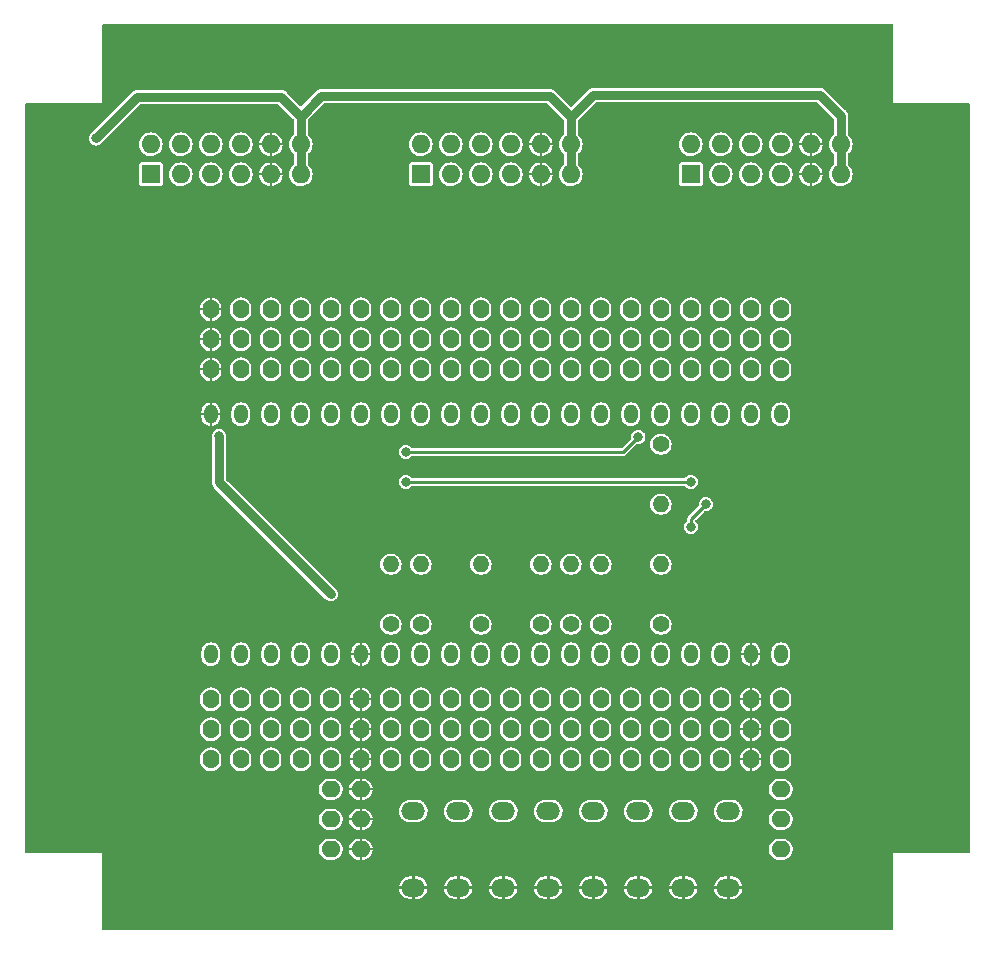
<source format=gbl>
%TF.GenerationSoftware,KiCad,Pcbnew,7.0.1*%
%TF.CreationDate,2023-06-01T02:02:30+09:00*%
%TF.ProjectId,TangNano20K_PmodBase,54616e67-4e61-46e6-9f32-304b5f506d6f,rev?*%
%TF.SameCoordinates,Original*%
%TF.FileFunction,Copper,L2,Bot*%
%TF.FilePolarity,Positive*%
%FSLAX46Y46*%
G04 Gerber Fmt 4.6, Leading zero omitted, Abs format (unit mm)*
G04 Created by KiCad (PCBNEW 7.0.1) date 2023-06-01 02:02:30*
%MOMM*%
%LPD*%
G01*
G04 APERTURE LIST*
%TA.AperFunction,ComponentPad*%
%ADD10R,1.600000X1.600000*%
%TD*%
%TA.AperFunction,ComponentPad*%
%ADD11O,1.600000X1.600000*%
%TD*%
%TA.AperFunction,ComponentPad*%
%ADD12O,2.000000X1.500000*%
%TD*%
%TA.AperFunction,ComponentPad*%
%ADD13O,1.400000X1.600000*%
%TD*%
%TA.AperFunction,ComponentPad*%
%ADD14C,1.400000*%
%TD*%
%TA.AperFunction,ComponentPad*%
%ADD15O,1.400000X1.400000*%
%TD*%
%TA.AperFunction,ComponentPad*%
%ADD16O,1.200000X1.600000*%
%TD*%
%TA.AperFunction,ComponentPad*%
%ADD17O,1.600000X1.400000*%
%TD*%
%TA.AperFunction,ViaPad*%
%ADD18C,0.800000*%
%TD*%
%TA.AperFunction,Conductor*%
%ADD19C,0.800000*%
%TD*%
%TA.AperFunction,Conductor*%
%ADD20C,0.250000*%
%TD*%
G04 APERTURE END LIST*
D10*
%TO.P,J7,1,Pin_1*%
%TO.N,/PMOD2_P1_PIN18*%
X87140000Y-41030000D03*
D11*
%TO.P,J7,2,Pin_2*%
%TO.N,/PMOD2_P2_PIN20*%
X89680000Y-41030000D03*
%TO.P,J7,3,Pin_3*%
%TO.N,/PMOD2_P3_PIN31*%
X92220000Y-41030000D03*
%TO.P,J7,4,Pin_4*%
%TO.N,/PMOD2_P4_PIN49*%
X94760000Y-41030000D03*
%TO.P,J7,5,Pin_5*%
%TO.N,GND*%
X97300000Y-41030000D03*
%TO.P,J7,6,Pin_6*%
%TO.N,+3V3*%
X99840000Y-41030000D03*
%TO.P,J7,7,Pin_7*%
%TO.N,/PMOD2_P7_PIN19*%
X87140000Y-38490000D03*
%TO.P,J7,8,Pin_8*%
%TO.N,/PMOD2_P8_PIN17*%
X89680000Y-38490000D03*
%TO.P,J7,9,Pin_9*%
%TO.N,/PMOD2_P9_PIN30*%
X92220000Y-38490000D03*
%TO.P,J7,10,Pin_10*%
%TO.N,/PMOD2_P10_PIN29*%
X94760000Y-38490000D03*
%TO.P,J7,11,Pin_11*%
%TO.N,GND*%
X97300000Y-38490000D03*
%TO.P,J7,12,Pin_12*%
%TO.N,+3V3*%
X99840000Y-38490000D03*
%TD*%
D12*
%TO.P,SW7,1,1*%
%TO.N,Net-(R7-Pad2)*%
X113175000Y-94930000D03*
%TO.P,SW7,2,2*%
%TO.N,GND*%
X113175000Y-101430000D03*
%TD*%
D13*
%TO.P,J4,1,Pin_1*%
%TO.N,+5V*%
X140480000Y-85480000D03*
%TO.P,J4,2,Pin_2*%
%TO.N,GND*%
X137940000Y-85480000D03*
%TO.P,J4,3,Pin_3*%
%TO.N,/PMOD0_P9_PIN76*%
X135400000Y-85480000D03*
%TO.P,J4,4,Pin_4*%
%TO.N,/PMOD0_P8_PIN80*%
X132860000Y-85480000D03*
%TO.P,J4,5,Pin_5*%
%TO.N,/PIN42_LCD_R3*%
X130320000Y-85480000D03*
%TO.P,J4,6,Pin_6*%
%TO.N,/PMOD1_P4_PIN41*%
X127780000Y-85480000D03*
%TO.P,J4,7,Pin_7*%
%TO.N,/PIN56_I2S_BCLK*%
X125240000Y-85480000D03*
%TO.P,J4,8,Pin_8*%
%TO.N,/PIN54_I2S_DIN*%
X122700000Y-85480000D03*
%TO.P,J4,9,Pin_9*%
%TO.N,/PIN51_PA*%
X120160000Y-85480000D03*
%TO.P,J4,10,Pin_10*%
%TO.N,/PMOD1_P7_PIN48*%
X117620000Y-85480000D03*
%TO.P,J4,11,Pin_11*%
%TO.N,/PIN55_I2S_LRCK*%
X115080000Y-85480000D03*
%TO.P,J4,12,Pin_12*%
%TO.N,/PMOD2_P4_PIN49*%
X112540000Y-85480000D03*
%TO.P,J4,13,Pin_13*%
%TO.N,/PIN86_SPI_DIR*%
X110000000Y-85480000D03*
%TO.P,J4,14,Pin_14*%
%TO.N,/PIN79_WS2812*%
X107460000Y-85480000D03*
%TO.P,J4,15,Pin_15*%
%TO.N,GND*%
X104920000Y-85480000D03*
%TO.P,J4,16,Pin_16*%
%TO.N,+3V3*%
X102380000Y-85480000D03*
%TO.P,J4,17,Pin_17*%
%TO.N,/PMOD0_P7_PIN72*%
X99840000Y-85480000D03*
%TO.P,J4,18,Pin_18*%
%TO.N,/PMOD0_P1_PIN71*%
X97300000Y-85480000D03*
%TO.P,J4,19,Pin_19*%
%TO.N,/PIN53_DCD_CLK*%
X94760000Y-85480000D03*
%TO.P,J4,20,Pin_20*%
%TO.N,/PIN52_DCD_DAT*%
X92220000Y-85480000D03*
%TD*%
D10*
%TO.P,J6,1,Pin_1*%
%TO.N,/PMOD1_P1_PIN26*%
X110000000Y-41030000D03*
D11*
%TO.P,J6,2,Pin_2*%
%TO.N,/PMOD1_P2_PIN25*%
X112540000Y-41030000D03*
%TO.P,J6,3,Pin_3*%
%TO.N,/PMOD1_P3_PIN27*%
X115080000Y-41030000D03*
%TO.P,J6,4,Pin_4*%
%TO.N,/PMOD1_P4_PIN41*%
X117620000Y-41030000D03*
%TO.P,J6,5,Pin_5*%
%TO.N,GND*%
X120160000Y-41030000D03*
%TO.P,J6,6,Pin_6*%
%TO.N,+3V3*%
X122700000Y-41030000D03*
%TO.P,J6,7,Pin_7*%
%TO.N,/PMOD1_P7_PIN48*%
X110000000Y-38490000D03*
%TO.P,J6,8,Pin_8*%
%TO.N,/PMOD1_P8_PIN28*%
X112540000Y-38490000D03*
%TO.P,J6,9,Pin_9*%
%TO.N,/PMOD1_P9_PIN16*%
X115080000Y-38490000D03*
%TO.P,J6,10,Pin_10*%
%TO.N,/PMOD1_P10_PIN15*%
X117620000Y-38490000D03*
%TO.P,J6,11,Pin_11*%
%TO.N,GND*%
X120160000Y-38490000D03*
%TO.P,J6,12,Pin_12*%
%TO.N,+3V3*%
X122700000Y-38490000D03*
%TD*%
D14*
%TO.P,R5,1*%
%TO.N,/PIN51_PA*%
X120160000Y-79130000D03*
D15*
%TO.P,R5,2*%
%TO.N,Net-(R5-Pad2)*%
X120160000Y-74050000D03*
%TD*%
D16*
%TO.P,U1,1,PIN73_HSPI_DIN2*%
%TO.N,/PMOD0_P10_PIN73*%
X140480000Y-61350000D03*
%TO.P,U1,2,PIN74_HSPI_DIN3*%
%TO.N,/PMOD0_P4_PIN74*%
X137940000Y-61350000D03*
%TO.P,U1,3,PIN75_HSPI_DIR*%
%TO.N,/PMOD0_P3_PIN75*%
X135400000Y-61350000D03*
%TO.P,U1,4,PIN85_SDIO_D1*%
%TO.N,/PMOD0_P2_PIN85*%
X132860000Y-61350000D03*
%TO.P,U1,5,PIN77_LCD_CK*%
%TO.N,/PIN77_LCD_CK*%
X130320000Y-61350000D03*
%TO.P,U1,6,PIN15_SYS_LED0*%
%TO.N,/PMOD1_P10_PIN15*%
X127780000Y-61350000D03*
%TO.P,U1,7,PIN16_SYS_LED1*%
%TO.N,/PMOD1_P9_PIN16*%
X125240000Y-61350000D03*
%TO.P,U1,8,PIN27_LCD_B7*%
%TO.N,/PMOD1_P3_PIN27*%
X122700000Y-61350000D03*
%TO.P,U1,9,PIN28_LCD_B6*%
%TO.N,/PMOD1_P8_PIN28*%
X120160000Y-61350000D03*
%TO.P,U1,10,PIN25_LCD_VS*%
%TO.N,/PMOD1_P2_PIN25*%
X117620000Y-61350000D03*
%TO.P,U1,11,PIN26_LCD_HS*%
%TO.N,/PMOD1_P1_PIN26*%
X115080000Y-61350000D03*
%TO.P,U1,12,PIN29_LCD_B5*%
%TO.N,/PMOD2_P10_PIN29*%
X112540000Y-61350000D03*
%TO.P,U1,13,PIN30_LCD_B4*%
%TO.N,/PMOD2_P9_PIN30*%
X110000000Y-61350000D03*
%TO.P,U1,14,PIN31_LCD_B3*%
%TO.N,/PMOD2_P3_PIN31*%
X107460000Y-61350000D03*
%TO.P,U1,15,PIN17_SYS_LED2*%
%TO.N,/PMOD2_P8_PIN17*%
X104920000Y-61350000D03*
%TO.P,U1,16,PIN20_SYS_LED5*%
%TO.N,/PMOD2_P2_PIN20*%
X102380000Y-61350000D03*
%TO.P,U1,17,PIN19_SYS_LED4*%
%TO.N,/PMOD2_P7_PIN19*%
X99840000Y-61350000D03*
%TO.P,U1,18,PIN18_SYS_LED3*%
%TO.N,/PMOD2_P1_PIN18*%
X97300000Y-61350000D03*
%TO.P,U1,19,+3V3*%
%TO.N,+3V3*%
X94760000Y-61350000D03*
%TO.P,U1,20,GND*%
%TO.N,GND*%
X92220000Y-61350000D03*
%TO.P,U1,21,PIN52_DCD_DAT*%
%TO.N,/PIN52_DCD_DAT*%
X92220000Y-81670000D03*
%TO.P,U1,22,PIN53_DCD_CLK*%
%TO.N,/PIN53_DCD_CLK*%
X94760000Y-81670000D03*
%TO.P,U1,23,PIN71_HSPI_D0*%
%TO.N,/PMOD0_P1_PIN71*%
X97300000Y-81670000D03*
%TO.P,U1,24,PIN72_HSPI_D1*%
%TO.N,/PMOD0_P7_PIN72*%
X99840000Y-81670000D03*
%TO.P,U1,25,+3V3*%
%TO.N,+3V3*%
X102380000Y-81670000D03*
%TO.P,U1,26,GND*%
%TO.N,GND*%
X104920000Y-81670000D03*
%TO.P,U1,27,PIN79_WS2812*%
%TO.N,/PIN79_WS2812*%
X107460000Y-81670000D03*
%TO.P,U1,28,PIN86_SPI_DIR*%
%TO.N,/PIN86_SPI_DIR*%
X110000000Y-81670000D03*
%TO.P,U1,29,PIN49_LCD_BL*%
%TO.N,/PMOD2_P4_PIN49*%
X112540000Y-81670000D03*
%TO.P,U1,30,PIN55_I2S_LRCK*%
%TO.N,/PIN55_I2S_LRCK*%
X115080000Y-81670000D03*
%TO.P,U1,31,PIN48_LCD_DE*%
%TO.N,/PMOD1_P7_PIN48*%
X117620000Y-81670000D03*
%TO.P,U1,32,PIN51_PA_#SD/EN*%
%TO.N,/PIN51_PA*%
X120160000Y-81670000D03*
%TO.P,U1,33,PIN54_I2S_DIN*%
%TO.N,/PIN54_I2S_DIN*%
X122700000Y-81670000D03*
%TO.P,U1,34,PIN56_I2S_BCLK*%
%TO.N,/PIN56_I2S_BCLK*%
X125240000Y-81670000D03*
%TO.P,U1,35,PIN41_LCD_R4*%
%TO.N,/PMOD1_P4_PIN41*%
X127780000Y-81670000D03*
%TO.P,U1,36,PIN42_LCD_R3*%
%TO.N,/PIN42_LCD_R3*%
X130320000Y-81670000D03*
%TO.P,U1,37,PIN80_SDIO_D2*%
%TO.N,/PMOD0_P8_PIN80*%
X132860000Y-81670000D03*
%TO.P,U1,38,PIN76_HSPI_DAT*%
%TO.N,/PMOD0_P9_PIN76*%
X135400000Y-81670000D03*
%TO.P,U1,39,GND*%
%TO.N,GND*%
X137940000Y-81670000D03*
%TO.P,U1,40,+5V*%
%TO.N,+5V*%
X140480000Y-81670000D03*
%TD*%
D17*
%TO.P,J11,1,Pin_1*%
%TO.N,GND*%
X104920000Y-93100000D03*
%TO.P,J11,2,Pin_2*%
X104920000Y-95640000D03*
%TO.P,J11,3,Pin_3*%
X104920000Y-98180000D03*
%TD*%
D14*
%TO.P,R2,1*%
%TO.N,/PIN42_LCD_R3*%
X130320000Y-79130000D03*
D15*
%TO.P,R2,2*%
%TO.N,Net-(R2-Pad2)*%
X130320000Y-74050000D03*
%TD*%
D14*
%TO.P,R8,1*%
%TO.N,/PIN79_WS2812*%
X107460000Y-79130000D03*
D15*
%TO.P,R8,2*%
%TO.N,Net-(R8-Pad2)*%
X107460000Y-74050000D03*
%TD*%
D13*
%TO.P,J8,1,Pin_1*%
%TO.N,+5V*%
X140480000Y-88020000D03*
%TO.P,J8,2,Pin_2*%
%TO.N,GND*%
X137940000Y-88020000D03*
%TO.P,J8,3,Pin_3*%
%TO.N,/PMOD0_P9_PIN76*%
X135400000Y-88020000D03*
%TO.P,J8,4,Pin_4*%
%TO.N,/PMOD0_P8_PIN80*%
X132860000Y-88020000D03*
%TO.P,J8,5,Pin_5*%
%TO.N,/PIN42_LCD_R3*%
X130320000Y-88020000D03*
%TO.P,J8,6,Pin_6*%
%TO.N,/PMOD1_P4_PIN41*%
X127780000Y-88020000D03*
%TO.P,J8,7,Pin_7*%
%TO.N,/PIN56_I2S_BCLK*%
X125240000Y-88020000D03*
%TO.P,J8,8,Pin_8*%
%TO.N,/PIN54_I2S_DIN*%
X122700000Y-88020000D03*
%TO.P,J8,9,Pin_9*%
%TO.N,/PIN51_PA*%
X120160000Y-88020000D03*
%TO.P,J8,10,Pin_10*%
%TO.N,/PMOD1_P7_PIN48*%
X117620000Y-88020000D03*
%TO.P,J8,11,Pin_11*%
%TO.N,/PIN55_I2S_LRCK*%
X115080000Y-88020000D03*
%TO.P,J8,12,Pin_12*%
%TO.N,/PMOD2_P4_PIN49*%
X112540000Y-88020000D03*
%TO.P,J8,13,Pin_13*%
%TO.N,/PIN86_SPI_DIR*%
X110000000Y-88020000D03*
%TO.P,J8,14,Pin_14*%
%TO.N,/PIN79_WS2812*%
X107460000Y-88020000D03*
%TO.P,J8,15,Pin_15*%
%TO.N,GND*%
X104920000Y-88020000D03*
%TO.P,J8,16,Pin_16*%
%TO.N,+3V3*%
X102380000Y-88020000D03*
%TO.P,J8,17,Pin_17*%
%TO.N,/PMOD0_P7_PIN72*%
X99840000Y-88020000D03*
%TO.P,J8,18,Pin_18*%
%TO.N,/PMOD0_P1_PIN71*%
X97300000Y-88020000D03*
%TO.P,J8,19,Pin_19*%
%TO.N,/PIN53_DCD_CLK*%
X94760000Y-88020000D03*
%TO.P,J8,20,Pin_20*%
%TO.N,/PIN52_DCD_DAT*%
X92220000Y-88020000D03*
%TD*%
D14*
%TO.P,R1,1*%
%TO.N,/PIN77_LCD_CK*%
X130320000Y-63890000D03*
D15*
%TO.P,R1,2*%
%TO.N,Net-(R1-Pad2)*%
X130320000Y-68970000D03*
%TD*%
D14*
%TO.P,R3,1*%
%TO.N,/PIN56_I2S_BCLK*%
X125240000Y-79130000D03*
D15*
%TO.P,R3,2*%
%TO.N,Net-(R3-Pad2)*%
X125240000Y-74050000D03*
%TD*%
D12*
%TO.P,SW5,1,1*%
%TO.N,Net-(R5-Pad2)*%
X120795000Y-94930000D03*
%TO.P,SW5,2,2*%
%TO.N,GND*%
X120795000Y-101430000D03*
%TD*%
D14*
%TO.P,R6,1*%
%TO.N,/PIN55_I2S_LRCK*%
X115080000Y-79130000D03*
D15*
%TO.P,R6,2*%
%TO.N,Net-(R6-Pad2)*%
X115080000Y-74050000D03*
%TD*%
D13*
%TO.P,J1,1,Pin_1*%
%TO.N,/PMOD0_P10_PIN73*%
X140480000Y-57540000D03*
%TO.P,J1,2,Pin_2*%
%TO.N,/PMOD0_P4_PIN74*%
X137940000Y-57540000D03*
%TO.P,J1,3,Pin_3*%
%TO.N,/PMOD0_P3_PIN75*%
X135400000Y-57540000D03*
%TO.P,J1,4,Pin_4*%
%TO.N,/PMOD0_P2_PIN85*%
X132860000Y-57540000D03*
%TO.P,J1,5,Pin_5*%
%TO.N,/PIN77_LCD_CK*%
X130320000Y-57540000D03*
%TO.P,J1,6,Pin_6*%
%TO.N,/PMOD1_P10_PIN15*%
X127780000Y-57540000D03*
%TO.P,J1,7,Pin_7*%
%TO.N,/PMOD1_P9_PIN16*%
X125240000Y-57540000D03*
%TO.P,J1,8,Pin_8*%
%TO.N,/PMOD1_P3_PIN27*%
X122700000Y-57540000D03*
%TO.P,J1,9,Pin_9*%
%TO.N,/PMOD1_P8_PIN28*%
X120160000Y-57540000D03*
%TO.P,J1,10,Pin_10*%
%TO.N,/PMOD1_P2_PIN25*%
X117620000Y-57540000D03*
%TO.P,J1,11,Pin_11*%
%TO.N,/PMOD1_P1_PIN26*%
X115080000Y-57540000D03*
%TO.P,J1,12,Pin_12*%
%TO.N,/PMOD2_P10_PIN29*%
X112540000Y-57540000D03*
%TO.P,J1,13,Pin_13*%
%TO.N,/PMOD2_P9_PIN30*%
X110000000Y-57540000D03*
%TO.P,J1,14,Pin_14*%
%TO.N,/PMOD2_P3_PIN31*%
X107460000Y-57540000D03*
%TO.P,J1,15,Pin_15*%
%TO.N,/PMOD2_P8_PIN17*%
X104920000Y-57540000D03*
%TO.P,J1,16,Pin_16*%
%TO.N,/PMOD2_P2_PIN20*%
X102380000Y-57540000D03*
%TO.P,J1,17,Pin_17*%
%TO.N,/PMOD2_P7_PIN19*%
X99840000Y-57540000D03*
%TO.P,J1,18,Pin_18*%
%TO.N,/PMOD2_P1_PIN18*%
X97300000Y-57540000D03*
%TO.P,J1,19,Pin_19*%
%TO.N,+3V3*%
X94760000Y-57540000D03*
%TO.P,J1,20,Pin_20*%
%TO.N,GND*%
X92220000Y-57540000D03*
%TD*%
D12*
%TO.P,SW8,1,1*%
%TO.N,Net-(R8-Pad2)*%
X109365000Y-94930000D03*
%TO.P,SW8,2,2*%
%TO.N,GND*%
X109365000Y-101430000D03*
%TD*%
%TO.P,SW4,1,1*%
%TO.N,Net-(R4-Pad2)*%
X124605000Y-94930000D03*
%TO.P,SW4,2,2*%
%TO.N,GND*%
X124605000Y-101430000D03*
%TD*%
D14*
%TO.P,R7,1*%
%TO.N,/PIN86_SPI_DIR*%
X110000000Y-79130000D03*
D15*
%TO.P,R7,2*%
%TO.N,Net-(R7-Pad2)*%
X110000000Y-74050000D03*
%TD*%
D12*
%TO.P,SW1,1,1*%
%TO.N,Net-(R1-Pad2)*%
X136035000Y-94930000D03*
%TO.P,SW1,2,2*%
%TO.N,GND*%
X136035000Y-101430000D03*
%TD*%
%TO.P,SW3,1,1*%
%TO.N,Net-(R3-Pad2)*%
X128415000Y-94930000D03*
%TO.P,SW3,2,2*%
%TO.N,GND*%
X128415000Y-101430000D03*
%TD*%
D14*
%TO.P,R4,1*%
%TO.N,/PIN54_I2S_DIN*%
X122700000Y-79130000D03*
D15*
%TO.P,R4,2*%
%TO.N,Net-(R4-Pad2)*%
X122700000Y-74050000D03*
%TD*%
D13*
%TO.P,J3,1,Pin_1*%
%TO.N,/PMOD0_P10_PIN73*%
X140480000Y-52460000D03*
%TO.P,J3,2,Pin_2*%
%TO.N,/PMOD0_P4_PIN74*%
X137940000Y-52460000D03*
%TO.P,J3,3,Pin_3*%
%TO.N,/PMOD0_P3_PIN75*%
X135400000Y-52460000D03*
%TO.P,J3,4,Pin_4*%
%TO.N,/PMOD0_P2_PIN85*%
X132860000Y-52460000D03*
%TO.P,J3,5,Pin_5*%
%TO.N,/PIN77_LCD_CK*%
X130320000Y-52460000D03*
%TO.P,J3,6,Pin_6*%
%TO.N,/PMOD1_P10_PIN15*%
X127780000Y-52460000D03*
%TO.P,J3,7,Pin_7*%
%TO.N,/PMOD1_P9_PIN16*%
X125240000Y-52460000D03*
%TO.P,J3,8,Pin_8*%
%TO.N,/PMOD1_P3_PIN27*%
X122700000Y-52460000D03*
%TO.P,J3,9,Pin_9*%
%TO.N,/PMOD1_P8_PIN28*%
X120160000Y-52460000D03*
%TO.P,J3,10,Pin_10*%
%TO.N,/PMOD1_P2_PIN25*%
X117620000Y-52460000D03*
%TO.P,J3,11,Pin_11*%
%TO.N,/PMOD1_P1_PIN26*%
X115080000Y-52460000D03*
%TO.P,J3,12,Pin_12*%
%TO.N,/PMOD2_P10_PIN29*%
X112540000Y-52460000D03*
%TO.P,J3,13,Pin_13*%
%TO.N,/PMOD2_P9_PIN30*%
X110000000Y-52460000D03*
%TO.P,J3,14,Pin_14*%
%TO.N,/PMOD2_P3_PIN31*%
X107460000Y-52460000D03*
%TO.P,J3,15,Pin_15*%
%TO.N,/PMOD2_P8_PIN17*%
X104920000Y-52460000D03*
%TO.P,J3,16,Pin_16*%
%TO.N,/PMOD2_P2_PIN20*%
X102380000Y-52460000D03*
%TO.P,J3,17,Pin_17*%
%TO.N,/PMOD2_P7_PIN19*%
X99840000Y-52460000D03*
%TO.P,J3,18,Pin_18*%
%TO.N,/PMOD2_P1_PIN18*%
X97300000Y-52460000D03*
%TO.P,J3,19,Pin_19*%
%TO.N,+3V3*%
X94760000Y-52460000D03*
%TO.P,J3,20,Pin_20*%
%TO.N,GND*%
X92220000Y-52460000D03*
%TD*%
%TO.P,J9,1,Pin_1*%
%TO.N,+5V*%
X140480000Y-90560000D03*
%TO.P,J9,2,Pin_2*%
%TO.N,GND*%
X137940000Y-90560000D03*
%TO.P,J9,3,Pin_3*%
%TO.N,/PMOD0_P9_PIN76*%
X135400000Y-90560000D03*
%TO.P,J9,4,Pin_4*%
%TO.N,/PMOD0_P8_PIN80*%
X132860000Y-90560000D03*
%TO.P,J9,5,Pin_5*%
%TO.N,/PIN42_LCD_R3*%
X130320000Y-90560000D03*
%TO.P,J9,6,Pin_6*%
%TO.N,/PMOD1_P4_PIN41*%
X127780000Y-90560000D03*
%TO.P,J9,7,Pin_7*%
%TO.N,/PIN56_I2S_BCLK*%
X125240000Y-90560000D03*
%TO.P,J9,8,Pin_8*%
%TO.N,/PIN54_I2S_DIN*%
X122700000Y-90560000D03*
%TO.P,J9,9,Pin_9*%
%TO.N,/PIN51_PA*%
X120160000Y-90560000D03*
%TO.P,J9,10,Pin_10*%
%TO.N,/PMOD1_P7_PIN48*%
X117620000Y-90560000D03*
%TO.P,J9,11,Pin_11*%
%TO.N,/PIN55_I2S_LRCK*%
X115080000Y-90560000D03*
%TO.P,J9,12,Pin_12*%
%TO.N,/PMOD2_P4_PIN49*%
X112540000Y-90560000D03*
%TO.P,J9,13,Pin_13*%
%TO.N,/PIN86_SPI_DIR*%
X110000000Y-90560000D03*
%TO.P,J9,14,Pin_14*%
%TO.N,/PIN79_WS2812*%
X107460000Y-90560000D03*
%TO.P,J9,15,Pin_15*%
%TO.N,GND*%
X104920000Y-90560000D03*
%TO.P,J9,16,Pin_16*%
%TO.N,+3V3*%
X102380000Y-90560000D03*
%TO.P,J9,17,Pin_17*%
%TO.N,/PMOD0_P7_PIN72*%
X99840000Y-90560000D03*
%TO.P,J9,18,Pin_18*%
%TO.N,/PMOD0_P1_PIN71*%
X97300000Y-90560000D03*
%TO.P,J9,19,Pin_19*%
%TO.N,/PIN53_DCD_CLK*%
X94760000Y-90560000D03*
%TO.P,J9,20,Pin_20*%
%TO.N,/PIN52_DCD_DAT*%
X92220000Y-90560000D03*
%TD*%
D12*
%TO.P,SW6,1,1*%
%TO.N,Net-(R6-Pad2)*%
X116985000Y-94930000D03*
%TO.P,SW6,2,2*%
%TO.N,GND*%
X116985000Y-101430000D03*
%TD*%
D17*
%TO.P,J12,1,Pin_1*%
%TO.N,+5V*%
X140480000Y-93100000D03*
%TO.P,J12,2,Pin_2*%
X140480000Y-95640000D03*
%TO.P,J12,3,Pin_3*%
X140480000Y-98180000D03*
%TD*%
D12*
%TO.P,SW2,1,1*%
%TO.N,Net-(R2-Pad2)*%
X132225000Y-94930000D03*
%TO.P,SW2,2,2*%
%TO.N,GND*%
X132225000Y-101430000D03*
%TD*%
D10*
%TO.P,J5,1,Pin_1*%
%TO.N,/PMOD0_P1_PIN71*%
X132860000Y-41030000D03*
D11*
%TO.P,J5,2,Pin_2*%
%TO.N,/PMOD0_P2_PIN85*%
X135400000Y-41030000D03*
%TO.P,J5,3,Pin_3*%
%TO.N,/PMOD0_P3_PIN75*%
X137940000Y-41030000D03*
%TO.P,J5,4,Pin_4*%
%TO.N,/PMOD0_P4_PIN74*%
X140480000Y-41030000D03*
%TO.P,J5,5,Pin_5*%
%TO.N,GND*%
X143020000Y-41030000D03*
%TO.P,J5,6,Pin_6*%
%TO.N,+3V3*%
X145560000Y-41030000D03*
%TO.P,J5,7,Pin_7*%
%TO.N,/PMOD0_P7_PIN72*%
X132860000Y-38490000D03*
%TO.P,J5,8,Pin_8*%
%TO.N,/PMOD0_P8_PIN80*%
X135400000Y-38490000D03*
%TO.P,J5,9,Pin_9*%
%TO.N,/PMOD0_P9_PIN76*%
X137940000Y-38490000D03*
%TO.P,J5,10,Pin_10*%
%TO.N,/PMOD0_P10_PIN73*%
X140480000Y-38490000D03*
%TO.P,J5,11,Pin_11*%
%TO.N,GND*%
X143020000Y-38490000D03*
%TO.P,J5,12,Pin_12*%
%TO.N,+3V3*%
X145560000Y-38490000D03*
%TD*%
D13*
%TO.P,J2,1,Pin_1*%
%TO.N,/PMOD0_P10_PIN73*%
X140480000Y-55000000D03*
%TO.P,J2,2,Pin_2*%
%TO.N,/PMOD0_P4_PIN74*%
X137940000Y-55000000D03*
%TO.P,J2,3,Pin_3*%
%TO.N,/PMOD0_P3_PIN75*%
X135400000Y-55000000D03*
%TO.P,J2,4,Pin_4*%
%TO.N,/PMOD0_P2_PIN85*%
X132860000Y-55000000D03*
%TO.P,J2,5,Pin_5*%
%TO.N,/PIN77_LCD_CK*%
X130320000Y-55000000D03*
%TO.P,J2,6,Pin_6*%
%TO.N,/PMOD1_P10_PIN15*%
X127780000Y-55000000D03*
%TO.P,J2,7,Pin_7*%
%TO.N,/PMOD1_P9_PIN16*%
X125240000Y-55000000D03*
%TO.P,J2,8,Pin_8*%
%TO.N,/PMOD1_P3_PIN27*%
X122700000Y-55000000D03*
%TO.P,J2,9,Pin_9*%
%TO.N,/PMOD1_P8_PIN28*%
X120160000Y-55000000D03*
%TO.P,J2,10,Pin_10*%
%TO.N,/PMOD1_P2_PIN25*%
X117620000Y-55000000D03*
%TO.P,J2,11,Pin_11*%
%TO.N,/PMOD1_P1_PIN26*%
X115080000Y-55000000D03*
%TO.P,J2,12,Pin_12*%
%TO.N,/PMOD2_P10_PIN29*%
X112540000Y-55000000D03*
%TO.P,J2,13,Pin_13*%
%TO.N,/PMOD2_P9_PIN30*%
X110000000Y-55000000D03*
%TO.P,J2,14,Pin_14*%
%TO.N,/PMOD2_P3_PIN31*%
X107460000Y-55000000D03*
%TO.P,J2,15,Pin_15*%
%TO.N,/PMOD2_P8_PIN17*%
X104920000Y-55000000D03*
%TO.P,J2,16,Pin_16*%
%TO.N,/PMOD2_P2_PIN20*%
X102380000Y-55000000D03*
%TO.P,J2,17,Pin_17*%
%TO.N,/PMOD2_P7_PIN19*%
X99840000Y-55000000D03*
%TO.P,J2,18,Pin_18*%
%TO.N,/PMOD2_P1_PIN18*%
X97300000Y-55000000D03*
%TO.P,J2,19,Pin_19*%
%TO.N,+3V3*%
X94760000Y-55000000D03*
%TO.P,J2,20,Pin_20*%
%TO.N,GND*%
X92220000Y-55000000D03*
%TD*%
D17*
%TO.P,J10,1,Pin_1*%
%TO.N,+3V3*%
X102380000Y-93100000D03*
%TO.P,J10,2,Pin_2*%
X102380000Y-95640000D03*
%TO.P,J10,3,Pin_3*%
X102380000Y-98180000D03*
%TD*%
D18*
%TO.N,GND*%
X101872000Y-35696000D03*
X111778000Y-67954000D03*
X118890000Y-53222000D03*
X121684000Y-47634000D03*
X116350000Y-67954000D03*
X128034000Y-49666000D03*
X99332000Y-75320000D03*
X132098000Y-74050000D03*
X116350000Y-63636000D03*
X107714000Y-66938000D03*
X83584000Y-38490000D03*
X98062000Y-73796000D03*
X130320000Y-50682000D03*
X83584000Y-57286000D03*
X129050000Y-91830000D03*
X113810000Y-83194000D03*
X111778000Y-66176000D03*
X110000000Y-67954000D03*
X125748000Y-63636000D03*
X118382000Y-67954000D03*
X111778000Y-74050000D03*
X107460000Y-64652000D03*
X127018000Y-74050000D03*
X128542000Y-66176000D03*
X127272000Y-62874000D03*
X143274000Y-35442000D03*
X102126000Y-74812000D03*
X113810000Y-53222000D03*
X108984000Y-46872000D03*
X111778000Y-63636000D03*
X93998000Y-66684000D03*
X98062000Y-76336000D03*
X116350000Y-66176000D03*
X127018000Y-66176000D03*
X132860000Y-68335000D03*
X144544000Y-36712000D03*
X118382000Y-63636000D03*
X129050000Y-70240000D03*
X93998000Y-63890000D03*
X129050000Y-83194000D03*
X100856000Y-73542000D03*
X124478000Y-46110000D03*
X135400000Y-63255000D03*
X86378000Y-35696000D03*
X92474000Y-68208000D03*
X121176000Y-42808000D03*
X131590000Y-70240000D03*
X128542000Y-64652000D03*
X132860000Y-63255000D03*
X88410000Y-62112000D03*
X100602000Y-76336000D03*
X118382000Y-66176000D03*
X99840000Y-72272000D03*
X120414000Y-35696000D03*
X110000000Y-63636000D03*
X118890000Y-83194000D03*
X137940000Y-63255000D03*
X116350000Y-47380000D03*
X91712000Y-64398000D03*
X97554000Y-35696000D03*
X110000000Y-66176000D03*
X119652000Y-50682000D03*
X118890000Y-47380000D03*
X124986000Y-35696000D03*
X122192000Y-50682000D03*
X127018000Y-67954000D03*
%TO.N,+3V3*%
X82500000Y-38000000D03*
X92910000Y-63200000D03*
X102380000Y-76590000D03*
%TO.N,/PMOD0_P8_PIN80*%
X134130000Y-68970000D03*
X132860000Y-70875000D03*
%TO.N,/PMOD0_P7_PIN72*%
X132860000Y-67065000D03*
X108730000Y-67065000D03*
%TO.N,/PMOD0_P1_PIN71*%
X128415000Y-63255000D03*
X108730000Y-64525000D03*
%TD*%
D19*
%TO.N,+3V3*%
X101580000Y-34400000D02*
X120900000Y-34400000D01*
X82500000Y-38000000D02*
X86000000Y-34500000D01*
X145560000Y-38490000D02*
X145560000Y-41030000D01*
X98200000Y-34500000D02*
X99840000Y-36140000D01*
X145560000Y-36060000D02*
X145560000Y-38490000D01*
X143800000Y-34300000D02*
X145560000Y-36060000D01*
X92910000Y-67120000D02*
X92910000Y-63200000D01*
X122700000Y-38490000D02*
X122700000Y-41030000D01*
X122700000Y-36200000D02*
X122700000Y-38490000D01*
X99840000Y-38490000D02*
X99840000Y-41030000D01*
X122700000Y-36200000D02*
X124600000Y-34300000D01*
X99840000Y-36140000D02*
X101580000Y-34400000D01*
X86000000Y-34500000D02*
X98200000Y-34500000D01*
X102380000Y-76590000D02*
X92910000Y-67120000D01*
X99840000Y-36140000D02*
X99840000Y-38490000D01*
X124600000Y-34300000D02*
X143800000Y-34300000D01*
X120900000Y-34400000D02*
X122700000Y-36200000D01*
D20*
%TO.N,/PMOD0_P8_PIN80*%
X132860000Y-70875000D02*
X132860000Y-70240000D01*
X132860000Y-70240000D02*
X134130000Y-68970000D01*
%TO.N,/PMOD0_P7_PIN72*%
X108730000Y-67065000D02*
X132860000Y-67065000D01*
%TO.N,/PMOD0_P1_PIN71*%
X127145000Y-64525000D02*
X128415000Y-63255000D01*
X108730000Y-64525000D02*
X127145000Y-64525000D01*
%TD*%
%TA.AperFunction,Conductor*%
%TO.N,GND*%
G36*
X149950500Y-28343763D02*
G01*
X149986737Y-28380000D01*
X150000000Y-28429500D01*
X150000000Y-35000000D01*
X156400500Y-35000000D01*
X156450000Y-35013263D01*
X156486237Y-35049500D01*
X156499500Y-35099000D01*
X156499500Y-98401000D01*
X156486237Y-98450500D01*
X156450000Y-98486737D01*
X156400500Y-98500000D01*
X150000000Y-98500000D01*
X150000000Y-98500001D01*
X150000000Y-104900500D01*
X149986737Y-104950000D01*
X149950500Y-104986237D01*
X149901000Y-104999500D01*
X83099000Y-104999500D01*
X83049500Y-104986237D01*
X83013263Y-104950000D01*
X83000000Y-104900500D01*
X83000000Y-101530000D01*
X108169237Y-101530000D01*
X108190582Y-101669343D01*
X108257687Y-101850531D01*
X108359891Y-102014501D01*
X108493005Y-102154537D01*
X108651584Y-102264912D01*
X108829140Y-102341108D01*
X109018391Y-102380000D01*
X109264999Y-102380000D01*
X109265000Y-102379999D01*
X109465000Y-102379999D01*
X109465001Y-102380000D01*
X109663177Y-102380000D01*
X109807218Y-102365352D01*
X109991572Y-102307511D01*
X110160501Y-102213747D01*
X110307104Y-102087893D01*
X110425368Y-101935108D01*
X110510458Y-101761640D01*
X110558886Y-101574597D01*
X110561149Y-101530000D01*
X111979237Y-101530000D01*
X112000582Y-101669343D01*
X112067687Y-101850531D01*
X112169891Y-102014501D01*
X112303005Y-102154537D01*
X112461584Y-102264912D01*
X112639140Y-102341108D01*
X112828391Y-102380000D01*
X113074999Y-102380000D01*
X113075000Y-102379999D01*
X113275000Y-102379999D01*
X113275001Y-102380000D01*
X113473177Y-102380000D01*
X113617218Y-102365352D01*
X113801572Y-102307511D01*
X113970501Y-102213747D01*
X114117104Y-102087893D01*
X114235368Y-101935108D01*
X114320458Y-101761640D01*
X114368886Y-101574597D01*
X114371149Y-101530000D01*
X115789237Y-101530000D01*
X115810582Y-101669343D01*
X115877687Y-101850531D01*
X115979891Y-102014501D01*
X116113005Y-102154537D01*
X116271584Y-102264912D01*
X116449140Y-102341108D01*
X116638391Y-102380000D01*
X116884999Y-102380000D01*
X116885000Y-102379999D01*
X117085000Y-102379999D01*
X117085001Y-102380000D01*
X117283177Y-102380000D01*
X117427218Y-102365352D01*
X117611572Y-102307511D01*
X117780501Y-102213747D01*
X117927104Y-102087893D01*
X118045368Y-101935108D01*
X118130458Y-101761640D01*
X118178886Y-101574597D01*
X118181149Y-101530000D01*
X119599237Y-101530000D01*
X119620582Y-101669343D01*
X119687687Y-101850531D01*
X119789891Y-102014501D01*
X119923005Y-102154537D01*
X120081584Y-102264912D01*
X120259140Y-102341108D01*
X120448391Y-102380000D01*
X120694999Y-102380000D01*
X120695000Y-102379999D01*
X120895000Y-102379999D01*
X120895001Y-102380000D01*
X121093177Y-102380000D01*
X121237218Y-102365352D01*
X121421572Y-102307511D01*
X121590501Y-102213747D01*
X121737104Y-102087893D01*
X121855368Y-101935108D01*
X121940458Y-101761640D01*
X121988886Y-101574597D01*
X121991149Y-101530000D01*
X123409237Y-101530000D01*
X123430582Y-101669343D01*
X123497687Y-101850531D01*
X123599891Y-102014501D01*
X123733005Y-102154537D01*
X123891584Y-102264912D01*
X124069140Y-102341108D01*
X124258391Y-102380000D01*
X124504999Y-102380000D01*
X124505000Y-102379999D01*
X124705000Y-102379999D01*
X124705001Y-102380000D01*
X124903177Y-102380000D01*
X125047218Y-102365352D01*
X125231572Y-102307511D01*
X125400501Y-102213747D01*
X125547104Y-102087893D01*
X125665368Y-101935108D01*
X125750458Y-101761640D01*
X125798886Y-101574597D01*
X125801149Y-101530000D01*
X127219237Y-101530000D01*
X127240582Y-101669343D01*
X127307687Y-101850531D01*
X127409891Y-102014501D01*
X127543005Y-102154537D01*
X127701584Y-102264912D01*
X127879140Y-102341108D01*
X128068391Y-102380000D01*
X128314999Y-102380000D01*
X128315000Y-102379999D01*
X128515000Y-102379999D01*
X128515001Y-102380000D01*
X128713177Y-102380000D01*
X128857218Y-102365352D01*
X129041572Y-102307511D01*
X129210501Y-102213747D01*
X129357104Y-102087893D01*
X129475368Y-101935108D01*
X129560458Y-101761640D01*
X129608886Y-101574597D01*
X129611149Y-101530000D01*
X131029237Y-101530000D01*
X131050582Y-101669343D01*
X131117687Y-101850531D01*
X131219891Y-102014501D01*
X131353005Y-102154537D01*
X131511584Y-102264912D01*
X131689140Y-102341108D01*
X131878391Y-102380000D01*
X132124999Y-102380000D01*
X132125000Y-102379999D01*
X132325000Y-102379999D01*
X132325001Y-102380000D01*
X132523177Y-102380000D01*
X132667218Y-102365352D01*
X132851572Y-102307511D01*
X133020501Y-102213747D01*
X133167104Y-102087893D01*
X133285368Y-101935108D01*
X133370458Y-101761640D01*
X133418886Y-101574597D01*
X133421149Y-101530000D01*
X134839237Y-101530000D01*
X134860582Y-101669343D01*
X134927687Y-101850531D01*
X135029891Y-102014501D01*
X135163005Y-102154537D01*
X135321584Y-102264912D01*
X135499140Y-102341108D01*
X135688391Y-102380000D01*
X135934999Y-102380000D01*
X135935000Y-102379999D01*
X136135000Y-102379999D01*
X136135001Y-102380000D01*
X136333177Y-102380000D01*
X136477218Y-102365352D01*
X136661572Y-102307511D01*
X136830501Y-102213747D01*
X136977104Y-102087893D01*
X137095368Y-101935108D01*
X137180458Y-101761640D01*
X137228886Y-101574597D01*
X137231149Y-101530000D01*
X136135001Y-101530000D01*
X136135000Y-101530001D01*
X136135000Y-102379999D01*
X135935000Y-102379999D01*
X135935000Y-101530001D01*
X135934999Y-101530000D01*
X134839237Y-101530000D01*
X133421149Y-101530000D01*
X132325001Y-101530000D01*
X132325000Y-101530001D01*
X132325000Y-102379999D01*
X132125000Y-102379999D01*
X132125000Y-101530001D01*
X132124999Y-101530000D01*
X131029237Y-101530000D01*
X129611149Y-101530000D01*
X128515001Y-101530000D01*
X128515000Y-101530001D01*
X128515000Y-102379999D01*
X128315000Y-102379999D01*
X128315000Y-101530001D01*
X128314999Y-101530000D01*
X127219237Y-101530000D01*
X125801149Y-101530000D01*
X124705001Y-101530000D01*
X124705000Y-101530001D01*
X124705000Y-102379999D01*
X124505000Y-102379999D01*
X124505000Y-101530001D01*
X124504999Y-101530000D01*
X123409237Y-101530000D01*
X121991149Y-101530000D01*
X120895001Y-101530000D01*
X120895000Y-101530001D01*
X120895000Y-102379999D01*
X120695000Y-102379999D01*
X120695000Y-101530001D01*
X120694999Y-101530000D01*
X119599237Y-101530000D01*
X118181149Y-101530000D01*
X117085001Y-101530000D01*
X117085000Y-101530001D01*
X117085000Y-102379999D01*
X116885000Y-102379999D01*
X116885000Y-101530001D01*
X116884999Y-101530000D01*
X115789237Y-101530000D01*
X114371149Y-101530000D01*
X113275001Y-101530000D01*
X113275000Y-101530001D01*
X113275000Y-102379999D01*
X113075000Y-102379999D01*
X113075000Y-101530001D01*
X113074999Y-101530000D01*
X111979237Y-101530000D01*
X110561149Y-101530000D01*
X109465001Y-101530000D01*
X109465000Y-101530001D01*
X109465000Y-102379999D01*
X109265000Y-102379999D01*
X109265000Y-101530001D01*
X109264999Y-101530000D01*
X108169237Y-101530000D01*
X83000000Y-101530000D01*
X83000000Y-101330000D01*
X108168851Y-101330000D01*
X109264999Y-101330000D01*
X109265000Y-101329999D01*
X109465000Y-101329999D01*
X109465001Y-101330000D01*
X110560763Y-101330000D01*
X111978851Y-101330000D01*
X113074999Y-101330000D01*
X113075000Y-101329999D01*
X113275000Y-101329999D01*
X113275001Y-101330000D01*
X114370763Y-101330000D01*
X115788851Y-101330000D01*
X116884999Y-101330000D01*
X116885000Y-101329999D01*
X117085000Y-101329999D01*
X117085001Y-101330000D01*
X118180763Y-101330000D01*
X119598851Y-101330000D01*
X120694999Y-101330000D01*
X120695000Y-101329999D01*
X120895000Y-101329999D01*
X120895001Y-101330000D01*
X121990763Y-101330000D01*
X123408851Y-101330000D01*
X124504999Y-101330000D01*
X124505000Y-101329999D01*
X124705000Y-101329999D01*
X124705001Y-101330000D01*
X125800763Y-101330000D01*
X127218851Y-101330000D01*
X128314999Y-101330000D01*
X128315000Y-101329999D01*
X128515000Y-101329999D01*
X128515001Y-101330000D01*
X129610763Y-101330000D01*
X131028851Y-101330000D01*
X132124999Y-101330000D01*
X132125000Y-101329999D01*
X132325000Y-101329999D01*
X132325001Y-101330000D01*
X133420763Y-101330000D01*
X134838851Y-101330000D01*
X135934999Y-101330000D01*
X135935000Y-101329999D01*
X136135000Y-101329999D01*
X136135001Y-101330000D01*
X137230763Y-101330000D01*
X137230763Y-101329999D01*
X137209417Y-101190656D01*
X137142312Y-101009468D01*
X137040108Y-100845498D01*
X136906994Y-100705462D01*
X136748415Y-100595087D01*
X136570859Y-100518891D01*
X136381609Y-100480000D01*
X136135001Y-100480000D01*
X136135000Y-100480001D01*
X136135000Y-101329999D01*
X135935000Y-101329999D01*
X135935000Y-100480001D01*
X135934999Y-100480000D01*
X135736823Y-100480000D01*
X135592781Y-100494647D01*
X135408427Y-100552488D01*
X135239498Y-100646252D01*
X135092895Y-100772106D01*
X134974631Y-100924891D01*
X134889541Y-101098359D01*
X134841113Y-101285402D01*
X134838851Y-101330000D01*
X133420763Y-101330000D01*
X133420763Y-101329999D01*
X133399417Y-101190656D01*
X133332312Y-101009468D01*
X133230108Y-100845498D01*
X133096994Y-100705462D01*
X132938415Y-100595087D01*
X132760859Y-100518891D01*
X132571609Y-100480000D01*
X132325001Y-100480000D01*
X132325000Y-100480001D01*
X132325000Y-101329999D01*
X132125000Y-101329999D01*
X132125000Y-100480001D01*
X132124999Y-100480000D01*
X131926823Y-100480000D01*
X131782781Y-100494647D01*
X131598427Y-100552488D01*
X131429498Y-100646252D01*
X131282895Y-100772106D01*
X131164631Y-100924891D01*
X131079541Y-101098359D01*
X131031113Y-101285402D01*
X131028851Y-101330000D01*
X129610763Y-101330000D01*
X129610763Y-101329999D01*
X129589417Y-101190656D01*
X129522312Y-101009468D01*
X129420108Y-100845498D01*
X129286994Y-100705462D01*
X129128415Y-100595087D01*
X128950859Y-100518891D01*
X128761609Y-100480000D01*
X128515001Y-100480000D01*
X128515000Y-100480001D01*
X128515000Y-101329999D01*
X128315000Y-101329999D01*
X128315000Y-100480001D01*
X128314999Y-100480000D01*
X128116823Y-100480000D01*
X127972781Y-100494647D01*
X127788427Y-100552488D01*
X127619498Y-100646252D01*
X127472895Y-100772106D01*
X127354631Y-100924891D01*
X127269541Y-101098359D01*
X127221113Y-101285402D01*
X127218851Y-101330000D01*
X125800763Y-101330000D01*
X125800763Y-101329999D01*
X125779417Y-101190656D01*
X125712312Y-101009468D01*
X125610108Y-100845498D01*
X125476994Y-100705462D01*
X125318415Y-100595087D01*
X125140859Y-100518891D01*
X124951609Y-100480000D01*
X124705001Y-100480000D01*
X124705000Y-100480001D01*
X124705000Y-101329999D01*
X124505000Y-101329999D01*
X124505000Y-100480001D01*
X124504999Y-100480000D01*
X124306823Y-100480000D01*
X124162781Y-100494647D01*
X123978427Y-100552488D01*
X123809498Y-100646252D01*
X123662895Y-100772106D01*
X123544631Y-100924891D01*
X123459541Y-101098359D01*
X123411113Y-101285402D01*
X123408851Y-101330000D01*
X121990763Y-101330000D01*
X121990763Y-101329999D01*
X121969417Y-101190656D01*
X121902312Y-101009468D01*
X121800108Y-100845498D01*
X121666994Y-100705462D01*
X121508415Y-100595087D01*
X121330859Y-100518891D01*
X121141609Y-100480000D01*
X120895001Y-100480000D01*
X120895000Y-100480001D01*
X120895000Y-101329999D01*
X120695000Y-101329999D01*
X120695000Y-100480001D01*
X120694999Y-100480000D01*
X120496823Y-100480000D01*
X120352781Y-100494647D01*
X120168427Y-100552488D01*
X119999498Y-100646252D01*
X119852895Y-100772106D01*
X119734631Y-100924891D01*
X119649541Y-101098359D01*
X119601113Y-101285402D01*
X119598851Y-101330000D01*
X118180763Y-101330000D01*
X118180763Y-101329999D01*
X118159417Y-101190656D01*
X118092312Y-101009468D01*
X117990108Y-100845498D01*
X117856994Y-100705462D01*
X117698415Y-100595087D01*
X117520859Y-100518891D01*
X117331609Y-100480000D01*
X117085001Y-100480000D01*
X117085000Y-100480001D01*
X117085000Y-101329999D01*
X116885000Y-101329999D01*
X116885000Y-100480001D01*
X116884999Y-100480000D01*
X116686823Y-100480000D01*
X116542781Y-100494647D01*
X116358427Y-100552488D01*
X116189498Y-100646252D01*
X116042895Y-100772106D01*
X115924631Y-100924891D01*
X115839541Y-101098359D01*
X115791113Y-101285402D01*
X115788851Y-101330000D01*
X114370763Y-101330000D01*
X114370763Y-101329999D01*
X114349417Y-101190656D01*
X114282312Y-101009468D01*
X114180108Y-100845498D01*
X114046994Y-100705462D01*
X113888415Y-100595087D01*
X113710859Y-100518891D01*
X113521609Y-100480000D01*
X113275001Y-100480000D01*
X113275000Y-100480001D01*
X113275000Y-101329999D01*
X113075000Y-101329999D01*
X113075000Y-100480001D01*
X113074999Y-100480000D01*
X112876823Y-100480000D01*
X112732781Y-100494647D01*
X112548427Y-100552488D01*
X112379498Y-100646252D01*
X112232895Y-100772106D01*
X112114631Y-100924891D01*
X112029541Y-101098359D01*
X111981113Y-101285402D01*
X111978851Y-101330000D01*
X110560763Y-101330000D01*
X110560763Y-101329999D01*
X110539417Y-101190656D01*
X110472312Y-101009468D01*
X110370108Y-100845498D01*
X110236994Y-100705462D01*
X110078415Y-100595087D01*
X109900859Y-100518891D01*
X109711609Y-100480000D01*
X109465001Y-100480000D01*
X109465000Y-100480001D01*
X109465000Y-101329999D01*
X109265000Y-101329999D01*
X109265000Y-100480001D01*
X109264999Y-100480000D01*
X109066823Y-100480000D01*
X108922781Y-100494647D01*
X108738427Y-100552488D01*
X108569498Y-100646252D01*
X108422895Y-100772106D01*
X108304631Y-100924891D01*
X108219541Y-101098359D01*
X108171113Y-101285402D01*
X108168851Y-101330000D01*
X83000000Y-101330000D01*
X83000000Y-98500001D01*
X83000000Y-98500000D01*
X82999999Y-98500000D01*
X76599500Y-98500000D01*
X76550000Y-98486737D01*
X76513763Y-98450500D01*
X76500500Y-98401000D01*
X76500500Y-98274646D01*
X101379500Y-98274646D01*
X101405737Y-98398083D01*
X101418856Y-98459804D01*
X101495848Y-98632728D01*
X101607113Y-98785873D01*
X101747781Y-98912531D01*
X101747783Y-98912532D01*
X101747784Y-98912533D01*
X101911716Y-99007179D01*
X102091744Y-99065674D01*
X102232808Y-99080500D01*
X102527189Y-99080500D01*
X102527192Y-99080500D01*
X102668256Y-99065674D01*
X102848284Y-99007179D01*
X103012216Y-98912533D01*
X103152888Y-98785871D01*
X103264151Y-98632730D01*
X103341144Y-98459803D01*
X103379362Y-98280000D01*
X103921150Y-98280000D01*
X103959336Y-98459649D01*
X104036283Y-98632476D01*
X104147487Y-98785536D01*
X104288077Y-98912124D01*
X104451924Y-99006720D01*
X104631845Y-99065181D01*
X104772839Y-99080000D01*
X104819999Y-99080000D01*
X104820000Y-99079999D01*
X105020000Y-99079999D01*
X105020001Y-99080000D01*
X105067161Y-99080000D01*
X105208154Y-99065181D01*
X105388075Y-99006720D01*
X105551922Y-98912124D01*
X105692514Y-98785533D01*
X105803716Y-98632479D01*
X105880663Y-98459651D01*
X105918850Y-98280000D01*
X105020001Y-98280000D01*
X105020000Y-98280001D01*
X105020000Y-99079999D01*
X104820000Y-99079999D01*
X104820000Y-98280001D01*
X104819999Y-98280000D01*
X103921150Y-98280000D01*
X103379362Y-98280000D01*
X103380500Y-98274646D01*
X139479500Y-98274646D01*
X139505737Y-98398083D01*
X139518856Y-98459804D01*
X139595848Y-98632728D01*
X139707113Y-98785873D01*
X139847781Y-98912531D01*
X139847783Y-98912532D01*
X139847784Y-98912533D01*
X140011716Y-99007179D01*
X140191744Y-99065674D01*
X140332808Y-99080500D01*
X140627189Y-99080500D01*
X140627192Y-99080500D01*
X140768256Y-99065674D01*
X140948284Y-99007179D01*
X141112216Y-98912533D01*
X141252888Y-98785871D01*
X141364151Y-98632730D01*
X141441144Y-98459803D01*
X141480500Y-98274646D01*
X141480500Y-98085354D01*
X141441144Y-97900197D01*
X141364151Y-97727270D01*
X141252888Y-97574129D01*
X141252886Y-97574126D01*
X141112218Y-97447468D01*
X140948284Y-97352821D01*
X140948283Y-97352820D01*
X140768256Y-97294326D01*
X140627192Y-97279500D01*
X140332808Y-97279500D01*
X140191744Y-97294325D01*
X140191744Y-97294326D01*
X140011715Y-97352821D01*
X139847781Y-97447468D01*
X139707113Y-97574126D01*
X139595848Y-97727271D01*
X139518856Y-97900195D01*
X139518823Y-97900350D01*
X139479500Y-98085354D01*
X139479500Y-98274646D01*
X103380500Y-98274646D01*
X103380500Y-98085354D01*
X103379362Y-98080000D01*
X103921150Y-98080000D01*
X104819999Y-98080000D01*
X104820000Y-98079999D01*
X105020000Y-98079999D01*
X105020001Y-98080000D01*
X105918850Y-98080000D01*
X105880663Y-97900350D01*
X105803716Y-97727523D01*
X105692512Y-97574463D01*
X105551922Y-97447875D01*
X105388075Y-97353279D01*
X105208154Y-97294818D01*
X105067161Y-97280000D01*
X105020001Y-97280000D01*
X105020000Y-97280001D01*
X105020000Y-98079999D01*
X104820000Y-98079999D01*
X104820000Y-97280001D01*
X104819999Y-97280000D01*
X104772839Y-97280000D01*
X104631845Y-97294818D01*
X104451924Y-97353279D01*
X104288077Y-97447875D01*
X104147485Y-97574466D01*
X104036283Y-97727520D01*
X103959336Y-97900348D01*
X103921150Y-98080000D01*
X103379362Y-98080000D01*
X103341144Y-97900197D01*
X103264151Y-97727270D01*
X103152888Y-97574129D01*
X103152886Y-97574126D01*
X103012218Y-97447468D01*
X102848284Y-97352821D01*
X102848283Y-97352820D01*
X102668256Y-97294326D01*
X102527192Y-97279500D01*
X102232808Y-97279500D01*
X102091744Y-97294325D01*
X102091744Y-97294326D01*
X101911715Y-97352821D01*
X101747781Y-97447468D01*
X101607113Y-97574126D01*
X101495848Y-97727271D01*
X101418856Y-97900195D01*
X101418823Y-97900350D01*
X101379500Y-98085354D01*
X101379500Y-98274646D01*
X76500500Y-98274646D01*
X76500500Y-95734646D01*
X101379500Y-95734646D01*
X101386027Y-95765352D01*
X101418856Y-95919804D01*
X101495848Y-96092728D01*
X101607113Y-96245873D01*
X101747781Y-96372531D01*
X101747783Y-96372532D01*
X101747784Y-96372533D01*
X101911716Y-96467179D01*
X102091744Y-96525674D01*
X102232808Y-96540500D01*
X102527189Y-96540500D01*
X102527192Y-96540500D01*
X102668256Y-96525674D01*
X102848284Y-96467179D01*
X103012216Y-96372533D01*
X103152888Y-96245871D01*
X103264151Y-96092730D01*
X103341144Y-95919803D01*
X103379362Y-95740000D01*
X103921150Y-95740000D01*
X103959336Y-95919649D01*
X104036283Y-96092476D01*
X104147487Y-96245536D01*
X104288077Y-96372124D01*
X104451924Y-96466720D01*
X104631845Y-96525181D01*
X104772839Y-96540000D01*
X104819999Y-96540000D01*
X104820000Y-96539999D01*
X105020000Y-96539999D01*
X105020001Y-96540000D01*
X105067161Y-96540000D01*
X105208154Y-96525181D01*
X105388075Y-96466720D01*
X105551922Y-96372124D01*
X105692514Y-96245533D01*
X105803716Y-96092479D01*
X105880663Y-95919651D01*
X105918850Y-95740000D01*
X105020001Y-95740000D01*
X105020000Y-95740001D01*
X105020000Y-96539999D01*
X104820000Y-96539999D01*
X104820000Y-95740001D01*
X104819999Y-95740000D01*
X103921150Y-95740000D01*
X103379362Y-95740000D01*
X103380500Y-95734646D01*
X103380500Y-95545354D01*
X103379362Y-95540000D01*
X103921150Y-95540000D01*
X104819999Y-95540000D01*
X104820000Y-95539999D01*
X105020000Y-95539999D01*
X105020001Y-95540000D01*
X105918850Y-95540000D01*
X105880663Y-95360350D01*
X105803716Y-95187523D01*
X105692512Y-95034463D01*
X105630239Y-94978392D01*
X108160823Y-94978392D01*
X108190096Y-95169473D01*
X108257235Y-95350752D01*
X108359490Y-95514807D01*
X108427771Y-95586637D01*
X108492677Y-95654919D01*
X108577790Y-95714159D01*
X108651340Y-95765352D01*
X108651341Y-95765352D01*
X108651342Y-95765353D01*
X108828988Y-95841587D01*
X109018344Y-95880500D01*
X109663206Y-95880500D01*
X109663208Y-95880500D01*
X109720852Y-95874637D01*
X109807321Y-95865845D01*
X109991768Y-95807974D01*
X110160791Y-95714159D01*
X110307468Y-95588240D01*
X110425796Y-95435373D01*
X110510930Y-95261816D01*
X110559385Y-95074674D01*
X110564268Y-94978392D01*
X111970823Y-94978392D01*
X112000096Y-95169473D01*
X112067235Y-95350752D01*
X112169490Y-95514807D01*
X112237771Y-95586637D01*
X112302677Y-95654919D01*
X112387790Y-95714159D01*
X112461340Y-95765352D01*
X112461341Y-95765352D01*
X112461342Y-95765353D01*
X112638988Y-95841587D01*
X112828344Y-95880500D01*
X113473206Y-95880500D01*
X113473208Y-95880500D01*
X113530852Y-95874637D01*
X113617321Y-95865845D01*
X113801768Y-95807974D01*
X113970791Y-95714159D01*
X114117468Y-95588240D01*
X114235796Y-95435373D01*
X114320930Y-95261816D01*
X114369385Y-95074674D01*
X114374268Y-94978392D01*
X115780823Y-94978392D01*
X115810096Y-95169473D01*
X115877235Y-95350752D01*
X115979490Y-95514807D01*
X116047771Y-95586637D01*
X116112677Y-95654919D01*
X116197790Y-95714159D01*
X116271340Y-95765352D01*
X116271341Y-95765352D01*
X116271342Y-95765353D01*
X116448988Y-95841587D01*
X116638344Y-95880500D01*
X117283206Y-95880500D01*
X117283208Y-95880500D01*
X117340852Y-95874637D01*
X117427321Y-95865845D01*
X117611768Y-95807974D01*
X117780791Y-95714159D01*
X117927468Y-95588240D01*
X118045796Y-95435373D01*
X118130930Y-95261816D01*
X118179385Y-95074674D01*
X118184268Y-94978392D01*
X119590823Y-94978392D01*
X119620096Y-95169473D01*
X119687235Y-95350752D01*
X119789490Y-95514807D01*
X119857771Y-95586637D01*
X119922677Y-95654919D01*
X120007790Y-95714159D01*
X120081340Y-95765352D01*
X120081341Y-95765352D01*
X120081342Y-95765353D01*
X120258988Y-95841587D01*
X120448344Y-95880500D01*
X121093206Y-95880500D01*
X121093208Y-95880500D01*
X121150852Y-95874637D01*
X121237321Y-95865845D01*
X121421768Y-95807974D01*
X121590791Y-95714159D01*
X121737468Y-95588240D01*
X121855796Y-95435373D01*
X121940930Y-95261816D01*
X121989385Y-95074674D01*
X121994268Y-94978392D01*
X123400823Y-94978392D01*
X123430096Y-95169473D01*
X123497235Y-95350752D01*
X123599490Y-95514807D01*
X123667771Y-95586637D01*
X123732677Y-95654919D01*
X123817790Y-95714159D01*
X123891340Y-95765352D01*
X123891341Y-95765352D01*
X123891342Y-95765353D01*
X124068988Y-95841587D01*
X124258344Y-95880500D01*
X124903206Y-95880500D01*
X124903208Y-95880500D01*
X124960852Y-95874637D01*
X125047321Y-95865845D01*
X125231768Y-95807974D01*
X125400791Y-95714159D01*
X125547468Y-95588240D01*
X125665796Y-95435373D01*
X125750930Y-95261816D01*
X125799385Y-95074674D01*
X125804268Y-94978392D01*
X127210823Y-94978392D01*
X127240096Y-95169473D01*
X127307235Y-95350752D01*
X127409490Y-95514807D01*
X127477771Y-95586637D01*
X127542677Y-95654919D01*
X127627790Y-95714159D01*
X127701340Y-95765352D01*
X127701341Y-95765352D01*
X127701342Y-95765353D01*
X127878988Y-95841587D01*
X128068344Y-95880500D01*
X128713206Y-95880500D01*
X128713208Y-95880500D01*
X128770852Y-95874637D01*
X128857321Y-95865845D01*
X129041768Y-95807974D01*
X129210791Y-95714159D01*
X129357468Y-95588240D01*
X129475796Y-95435373D01*
X129560930Y-95261816D01*
X129609385Y-95074674D01*
X129614268Y-94978392D01*
X131020823Y-94978392D01*
X131050096Y-95169473D01*
X131117235Y-95350752D01*
X131219490Y-95514807D01*
X131287771Y-95586637D01*
X131352677Y-95654919D01*
X131437790Y-95714159D01*
X131511340Y-95765352D01*
X131511341Y-95765352D01*
X131511342Y-95765353D01*
X131688988Y-95841587D01*
X131878344Y-95880500D01*
X132523206Y-95880500D01*
X132523208Y-95880500D01*
X132580852Y-95874637D01*
X132667321Y-95865845D01*
X132851768Y-95807974D01*
X133020791Y-95714159D01*
X133167468Y-95588240D01*
X133285796Y-95435373D01*
X133370930Y-95261816D01*
X133419385Y-95074674D01*
X133424268Y-94978392D01*
X134830823Y-94978392D01*
X134860096Y-95169473D01*
X134927235Y-95350752D01*
X135029490Y-95514807D01*
X135097771Y-95586637D01*
X135162677Y-95654919D01*
X135247790Y-95714159D01*
X135321340Y-95765352D01*
X135321341Y-95765352D01*
X135321342Y-95765353D01*
X135498988Y-95841587D01*
X135688344Y-95880500D01*
X136333206Y-95880500D01*
X136333208Y-95880500D01*
X136390852Y-95874637D01*
X136477321Y-95865845D01*
X136661768Y-95807974D01*
X136793880Y-95734646D01*
X139479500Y-95734646D01*
X139486027Y-95765352D01*
X139518856Y-95919804D01*
X139595848Y-96092728D01*
X139707113Y-96245873D01*
X139847781Y-96372531D01*
X139847783Y-96372532D01*
X139847784Y-96372533D01*
X140011716Y-96467179D01*
X140191744Y-96525674D01*
X140332808Y-96540500D01*
X140627189Y-96540500D01*
X140627192Y-96540500D01*
X140768256Y-96525674D01*
X140948284Y-96467179D01*
X141112216Y-96372533D01*
X141252888Y-96245871D01*
X141364151Y-96092730D01*
X141441144Y-95919803D01*
X141480500Y-95734646D01*
X141480500Y-95545354D01*
X141441144Y-95360197D01*
X141364151Y-95187270D01*
X141252888Y-95034129D01*
X141252886Y-95034126D01*
X141112218Y-94907468D01*
X140948284Y-94812821D01*
X140948283Y-94812820D01*
X140768256Y-94754326D01*
X140627192Y-94739500D01*
X140332808Y-94739500D01*
X140191744Y-94754325D01*
X140191744Y-94754326D01*
X140011715Y-94812821D01*
X139847781Y-94907468D01*
X139707113Y-95034126D01*
X139595848Y-95187271D01*
X139518856Y-95360195D01*
X139518823Y-95360350D01*
X139479500Y-95545354D01*
X139479500Y-95734646D01*
X136793880Y-95734646D01*
X136830791Y-95714159D01*
X136977468Y-95588240D01*
X137095796Y-95435373D01*
X137180930Y-95261816D01*
X137229385Y-95074674D01*
X137239176Y-94881610D01*
X137209903Y-94690526D01*
X137142764Y-94509247D01*
X137142763Y-94509246D01*
X137040509Y-94345192D01*
X136970704Y-94271758D01*
X136907323Y-94205081D01*
X136827990Y-94149863D01*
X136748659Y-94094647D01*
X136571013Y-94018413D01*
X136483845Y-94000500D01*
X136381656Y-93979500D01*
X135736794Y-93979500D01*
X135736792Y-93979500D01*
X135592681Y-93994154D01*
X135408229Y-94052026D01*
X135239210Y-94145839D01*
X135092533Y-94271758D01*
X134974203Y-94424627D01*
X134889070Y-94598183D01*
X134840614Y-94785327D01*
X134830823Y-94978392D01*
X133424268Y-94978392D01*
X133429176Y-94881610D01*
X133399903Y-94690526D01*
X133332764Y-94509247D01*
X133332763Y-94509246D01*
X133230509Y-94345192D01*
X133160704Y-94271758D01*
X133097323Y-94205081D01*
X133017990Y-94149863D01*
X132938659Y-94094647D01*
X132761013Y-94018413D01*
X132673845Y-94000500D01*
X132571656Y-93979500D01*
X131926794Y-93979500D01*
X131926792Y-93979500D01*
X131782681Y-93994154D01*
X131598229Y-94052026D01*
X131429210Y-94145839D01*
X131282533Y-94271758D01*
X131164203Y-94424627D01*
X131079070Y-94598183D01*
X131030614Y-94785327D01*
X131020823Y-94978392D01*
X129614268Y-94978392D01*
X129619176Y-94881610D01*
X129589903Y-94690526D01*
X129522764Y-94509247D01*
X129522763Y-94509246D01*
X129420509Y-94345192D01*
X129350704Y-94271758D01*
X129287323Y-94205081D01*
X129207990Y-94149863D01*
X129128659Y-94094647D01*
X128951013Y-94018413D01*
X128863845Y-94000500D01*
X128761656Y-93979500D01*
X128116794Y-93979500D01*
X128116792Y-93979500D01*
X127972681Y-93994154D01*
X127788229Y-94052026D01*
X127619210Y-94145839D01*
X127472533Y-94271758D01*
X127354203Y-94424627D01*
X127269070Y-94598183D01*
X127220614Y-94785327D01*
X127210823Y-94978392D01*
X125804268Y-94978392D01*
X125809176Y-94881610D01*
X125779903Y-94690526D01*
X125712764Y-94509247D01*
X125712763Y-94509246D01*
X125610509Y-94345192D01*
X125540704Y-94271758D01*
X125477323Y-94205081D01*
X125397990Y-94149863D01*
X125318659Y-94094647D01*
X125141013Y-94018413D01*
X125053845Y-94000500D01*
X124951656Y-93979500D01*
X124306794Y-93979500D01*
X124306792Y-93979500D01*
X124162681Y-93994154D01*
X123978229Y-94052026D01*
X123809210Y-94145839D01*
X123662533Y-94271758D01*
X123544203Y-94424627D01*
X123459070Y-94598183D01*
X123410614Y-94785327D01*
X123400823Y-94978392D01*
X121994268Y-94978392D01*
X121999176Y-94881610D01*
X121969903Y-94690526D01*
X121902764Y-94509247D01*
X121902763Y-94509246D01*
X121800509Y-94345192D01*
X121730704Y-94271758D01*
X121667323Y-94205081D01*
X121587990Y-94149863D01*
X121508659Y-94094647D01*
X121331013Y-94018413D01*
X121243845Y-94000500D01*
X121141656Y-93979500D01*
X120496794Y-93979500D01*
X120496792Y-93979500D01*
X120352681Y-93994154D01*
X120168229Y-94052026D01*
X119999210Y-94145839D01*
X119852533Y-94271758D01*
X119734203Y-94424627D01*
X119649070Y-94598183D01*
X119600614Y-94785327D01*
X119590823Y-94978392D01*
X118184268Y-94978392D01*
X118189176Y-94881610D01*
X118159903Y-94690526D01*
X118092764Y-94509247D01*
X118092763Y-94509246D01*
X117990509Y-94345192D01*
X117920704Y-94271758D01*
X117857323Y-94205081D01*
X117777990Y-94149863D01*
X117698659Y-94094647D01*
X117521013Y-94018413D01*
X117433845Y-94000500D01*
X117331656Y-93979500D01*
X116686794Y-93979500D01*
X116686792Y-93979500D01*
X116542681Y-93994154D01*
X116358229Y-94052026D01*
X116189210Y-94145839D01*
X116042533Y-94271758D01*
X115924203Y-94424627D01*
X115839070Y-94598183D01*
X115790614Y-94785327D01*
X115780823Y-94978392D01*
X114374268Y-94978392D01*
X114379176Y-94881610D01*
X114349903Y-94690526D01*
X114282764Y-94509247D01*
X114282763Y-94509246D01*
X114180509Y-94345192D01*
X114110704Y-94271758D01*
X114047323Y-94205081D01*
X113967990Y-94149863D01*
X113888659Y-94094647D01*
X113711013Y-94018413D01*
X113623845Y-94000500D01*
X113521656Y-93979500D01*
X112876794Y-93979500D01*
X112876792Y-93979500D01*
X112732681Y-93994154D01*
X112548229Y-94052026D01*
X112379210Y-94145839D01*
X112232533Y-94271758D01*
X112114203Y-94424627D01*
X112029070Y-94598183D01*
X111980614Y-94785327D01*
X111970823Y-94978392D01*
X110564268Y-94978392D01*
X110569176Y-94881610D01*
X110539903Y-94690526D01*
X110472764Y-94509247D01*
X110472763Y-94509246D01*
X110370509Y-94345192D01*
X110300704Y-94271758D01*
X110237323Y-94205081D01*
X110157990Y-94149863D01*
X110078659Y-94094647D01*
X109901013Y-94018413D01*
X109813845Y-94000500D01*
X109711656Y-93979500D01*
X109066794Y-93979500D01*
X109066792Y-93979500D01*
X108922681Y-93994154D01*
X108738229Y-94052026D01*
X108569210Y-94145839D01*
X108422533Y-94271758D01*
X108304203Y-94424627D01*
X108219070Y-94598183D01*
X108170614Y-94785327D01*
X108160823Y-94978392D01*
X105630239Y-94978392D01*
X105551922Y-94907875D01*
X105388075Y-94813279D01*
X105208154Y-94754818D01*
X105067161Y-94740000D01*
X105020001Y-94740000D01*
X105020000Y-94740001D01*
X105020000Y-95539999D01*
X104820000Y-95539999D01*
X104820000Y-94740001D01*
X104819999Y-94740000D01*
X104772839Y-94740000D01*
X104631845Y-94754818D01*
X104451924Y-94813279D01*
X104288077Y-94907875D01*
X104147485Y-95034466D01*
X104036283Y-95187520D01*
X103959336Y-95360348D01*
X103921150Y-95540000D01*
X103379362Y-95540000D01*
X103341144Y-95360197D01*
X103264151Y-95187270D01*
X103152888Y-95034129D01*
X103152886Y-95034126D01*
X103012218Y-94907468D01*
X102848284Y-94812821D01*
X102848283Y-94812820D01*
X102668256Y-94754326D01*
X102527192Y-94739500D01*
X102232808Y-94739500D01*
X102091744Y-94754325D01*
X102091744Y-94754326D01*
X101911715Y-94812821D01*
X101747781Y-94907468D01*
X101607113Y-95034126D01*
X101495848Y-95187271D01*
X101418856Y-95360195D01*
X101418823Y-95360350D01*
X101379500Y-95545354D01*
X101379500Y-95734646D01*
X76500500Y-95734646D01*
X76500500Y-93194646D01*
X101379500Y-93194646D01*
X101405737Y-93318083D01*
X101418856Y-93379804D01*
X101495848Y-93552728D01*
X101607113Y-93705873D01*
X101747781Y-93832531D01*
X101747783Y-93832532D01*
X101747784Y-93832533D01*
X101911716Y-93927179D01*
X102091744Y-93985674D01*
X102232808Y-94000500D01*
X102527189Y-94000500D01*
X102527192Y-94000500D01*
X102668256Y-93985674D01*
X102848284Y-93927179D01*
X103012216Y-93832533D01*
X103152888Y-93705871D01*
X103264151Y-93552730D01*
X103341144Y-93379803D01*
X103379362Y-93200000D01*
X103921150Y-93200000D01*
X103959336Y-93379649D01*
X104036283Y-93552476D01*
X104147487Y-93705536D01*
X104288077Y-93832124D01*
X104451924Y-93926720D01*
X104631845Y-93985181D01*
X104772839Y-94000000D01*
X104819999Y-94000000D01*
X104820000Y-93999999D01*
X105020000Y-93999999D01*
X105020001Y-94000000D01*
X105067161Y-94000000D01*
X105208154Y-93985181D01*
X105388075Y-93926720D01*
X105551922Y-93832124D01*
X105692514Y-93705533D01*
X105803716Y-93552479D01*
X105880663Y-93379651D01*
X105918850Y-93200000D01*
X105020001Y-93200000D01*
X105020000Y-93200001D01*
X105020000Y-93999999D01*
X104820000Y-93999999D01*
X104820000Y-93200001D01*
X104819999Y-93200000D01*
X103921150Y-93200000D01*
X103379362Y-93200000D01*
X103380500Y-93194646D01*
X139479500Y-93194646D01*
X139505737Y-93318083D01*
X139518856Y-93379804D01*
X139595848Y-93552728D01*
X139707113Y-93705873D01*
X139847781Y-93832531D01*
X139847783Y-93832532D01*
X139847784Y-93832533D01*
X140011716Y-93927179D01*
X140191744Y-93985674D01*
X140332808Y-94000500D01*
X140627189Y-94000500D01*
X140627192Y-94000500D01*
X140768256Y-93985674D01*
X140948284Y-93927179D01*
X141112216Y-93832533D01*
X141252888Y-93705871D01*
X141364151Y-93552730D01*
X141441144Y-93379803D01*
X141480500Y-93194646D01*
X141480500Y-93005354D01*
X141441144Y-92820197D01*
X141364151Y-92647270D01*
X141252888Y-92494129D01*
X141252886Y-92494126D01*
X141112218Y-92367468D01*
X140948284Y-92272821D01*
X140948283Y-92272820D01*
X140768256Y-92214326D01*
X140627192Y-92199500D01*
X140332808Y-92199500D01*
X140191743Y-92214326D01*
X140191744Y-92214326D01*
X140011715Y-92272821D01*
X139847781Y-92367468D01*
X139707113Y-92494126D01*
X139595848Y-92647271D01*
X139518856Y-92820195D01*
X139518823Y-92820350D01*
X139479500Y-93005354D01*
X139479500Y-93194646D01*
X103380500Y-93194646D01*
X103380500Y-93005354D01*
X103379362Y-93000000D01*
X103921150Y-93000000D01*
X104819999Y-93000000D01*
X104820000Y-92999999D01*
X105020000Y-92999999D01*
X105020001Y-93000000D01*
X105918850Y-93000000D01*
X105880663Y-92820350D01*
X105803716Y-92647523D01*
X105692512Y-92494463D01*
X105551922Y-92367875D01*
X105388075Y-92273279D01*
X105208154Y-92214818D01*
X105067161Y-92200000D01*
X105020001Y-92200000D01*
X105020000Y-92200001D01*
X105020000Y-92999999D01*
X104820000Y-92999999D01*
X104820000Y-92200001D01*
X104819999Y-92200000D01*
X104772839Y-92200000D01*
X104631845Y-92214818D01*
X104451924Y-92273279D01*
X104288077Y-92367875D01*
X104147485Y-92494466D01*
X104036283Y-92647520D01*
X103959336Y-92820348D01*
X103921150Y-93000000D01*
X103379362Y-93000000D01*
X103341144Y-92820197D01*
X103264151Y-92647270D01*
X103152888Y-92494129D01*
X103152886Y-92494126D01*
X103012218Y-92367468D01*
X102848284Y-92272821D01*
X102848283Y-92272820D01*
X102668256Y-92214326D01*
X102527192Y-92199500D01*
X102232808Y-92199500D01*
X102091743Y-92214326D01*
X102091744Y-92214326D01*
X101911715Y-92272821D01*
X101747781Y-92367468D01*
X101607113Y-92494126D01*
X101495848Y-92647271D01*
X101418856Y-92820195D01*
X101418823Y-92820350D01*
X101379500Y-93005354D01*
X101379500Y-93194646D01*
X76500500Y-93194646D01*
X76500500Y-90707189D01*
X91319500Y-90707189D01*
X91334326Y-90848255D01*
X91392821Y-91028284D01*
X91487468Y-91192218D01*
X91614126Y-91332886D01*
X91614129Y-91332888D01*
X91767270Y-91444151D01*
X91940197Y-91521144D01*
X92125354Y-91560500D01*
X92314644Y-91560500D01*
X92314646Y-91560500D01*
X92499803Y-91521144D01*
X92672730Y-91444151D01*
X92825871Y-91332888D01*
X92952533Y-91192216D01*
X93047179Y-91028284D01*
X93105674Y-90848256D01*
X93120500Y-90707192D01*
X93120500Y-90707189D01*
X93859500Y-90707189D01*
X93874326Y-90848255D01*
X93932821Y-91028284D01*
X94027468Y-91192218D01*
X94154126Y-91332886D01*
X94154129Y-91332888D01*
X94307270Y-91444151D01*
X94480197Y-91521144D01*
X94665354Y-91560500D01*
X94854644Y-91560500D01*
X94854646Y-91560500D01*
X95039803Y-91521144D01*
X95212730Y-91444151D01*
X95365871Y-91332888D01*
X95492533Y-91192216D01*
X95587179Y-91028284D01*
X95645674Y-90848256D01*
X95660500Y-90707192D01*
X95660500Y-90707189D01*
X96399500Y-90707189D01*
X96414326Y-90848255D01*
X96472821Y-91028284D01*
X96567468Y-91192218D01*
X96694126Y-91332886D01*
X96694129Y-91332888D01*
X96847270Y-91444151D01*
X97020197Y-91521144D01*
X97205354Y-91560500D01*
X97394644Y-91560500D01*
X97394646Y-91560500D01*
X97579803Y-91521144D01*
X97752730Y-91444151D01*
X97905871Y-91332888D01*
X98032533Y-91192216D01*
X98127179Y-91028284D01*
X98185674Y-90848256D01*
X98200500Y-90707192D01*
X98200500Y-90707189D01*
X98939500Y-90707189D01*
X98954326Y-90848255D01*
X99012821Y-91028284D01*
X99107468Y-91192218D01*
X99234126Y-91332886D01*
X99234129Y-91332888D01*
X99387270Y-91444151D01*
X99560197Y-91521144D01*
X99745354Y-91560500D01*
X99934644Y-91560500D01*
X99934646Y-91560500D01*
X100119803Y-91521144D01*
X100292730Y-91444151D01*
X100445871Y-91332888D01*
X100572533Y-91192216D01*
X100667179Y-91028284D01*
X100725674Y-90848256D01*
X100740500Y-90707192D01*
X100740500Y-90707189D01*
X101479500Y-90707189D01*
X101494326Y-90848255D01*
X101552821Y-91028284D01*
X101647468Y-91192218D01*
X101774126Y-91332886D01*
X101774129Y-91332888D01*
X101927270Y-91444151D01*
X102100197Y-91521144D01*
X102285354Y-91560500D01*
X102474644Y-91560500D01*
X102474646Y-91560500D01*
X102659803Y-91521144D01*
X102832730Y-91444151D01*
X102985871Y-91332888D01*
X103112533Y-91192216D01*
X103207179Y-91028284D01*
X103265674Y-90848256D01*
X103280500Y-90707192D01*
X103280500Y-90707161D01*
X104020000Y-90707161D01*
X104034818Y-90848154D01*
X104093279Y-91028075D01*
X104187875Y-91191922D01*
X104314466Y-91332514D01*
X104467520Y-91443716D01*
X104640348Y-91520663D01*
X104820000Y-91558850D01*
X105020000Y-91558850D01*
X105199649Y-91520663D01*
X105372476Y-91443716D01*
X105525536Y-91332512D01*
X105652124Y-91191922D01*
X105746720Y-91028075D01*
X105805181Y-90848154D01*
X105819997Y-90707189D01*
X106559500Y-90707189D01*
X106574326Y-90848255D01*
X106632821Y-91028284D01*
X106727468Y-91192218D01*
X106854126Y-91332886D01*
X106854129Y-91332888D01*
X107007270Y-91444151D01*
X107180197Y-91521144D01*
X107365354Y-91560500D01*
X107554644Y-91560500D01*
X107554646Y-91560500D01*
X107739803Y-91521144D01*
X107912730Y-91444151D01*
X108065871Y-91332888D01*
X108192533Y-91192216D01*
X108287179Y-91028284D01*
X108345674Y-90848256D01*
X108360500Y-90707192D01*
X108360500Y-90707189D01*
X109099500Y-90707189D01*
X109114326Y-90848255D01*
X109172821Y-91028284D01*
X109267468Y-91192218D01*
X109394126Y-91332886D01*
X109394129Y-91332888D01*
X109547270Y-91444151D01*
X109720197Y-91521144D01*
X109905354Y-91560500D01*
X110094644Y-91560500D01*
X110094646Y-91560500D01*
X110279803Y-91521144D01*
X110452730Y-91444151D01*
X110605871Y-91332888D01*
X110732533Y-91192216D01*
X110827179Y-91028284D01*
X110885674Y-90848256D01*
X110900500Y-90707192D01*
X110900500Y-90707189D01*
X111639500Y-90707189D01*
X111654326Y-90848255D01*
X111712821Y-91028284D01*
X111807468Y-91192218D01*
X111934126Y-91332886D01*
X111934129Y-91332888D01*
X112087270Y-91444151D01*
X112260197Y-91521144D01*
X112445354Y-91560500D01*
X112634644Y-91560500D01*
X112634646Y-91560500D01*
X112819803Y-91521144D01*
X112992730Y-91444151D01*
X113145871Y-91332888D01*
X113272533Y-91192216D01*
X113367179Y-91028284D01*
X113425674Y-90848256D01*
X113440500Y-90707192D01*
X113440500Y-90707189D01*
X114179500Y-90707189D01*
X114194326Y-90848255D01*
X114252821Y-91028284D01*
X114347468Y-91192218D01*
X114474126Y-91332886D01*
X114474129Y-91332888D01*
X114627270Y-91444151D01*
X114800197Y-91521144D01*
X114985354Y-91560500D01*
X115174644Y-91560500D01*
X115174646Y-91560500D01*
X115359803Y-91521144D01*
X115532730Y-91444151D01*
X115685871Y-91332888D01*
X115812533Y-91192216D01*
X115907179Y-91028284D01*
X115965674Y-90848256D01*
X115980500Y-90707192D01*
X115980500Y-90707189D01*
X116719500Y-90707189D01*
X116734326Y-90848255D01*
X116792821Y-91028284D01*
X116887468Y-91192218D01*
X117014126Y-91332886D01*
X117014129Y-91332888D01*
X117167270Y-91444151D01*
X117340197Y-91521144D01*
X117525354Y-91560500D01*
X117714644Y-91560500D01*
X117714646Y-91560500D01*
X117899803Y-91521144D01*
X118072730Y-91444151D01*
X118225871Y-91332888D01*
X118352533Y-91192216D01*
X118447179Y-91028284D01*
X118505674Y-90848256D01*
X118520500Y-90707192D01*
X118520500Y-90707189D01*
X119259500Y-90707189D01*
X119274326Y-90848255D01*
X119332821Y-91028284D01*
X119427468Y-91192218D01*
X119554126Y-91332886D01*
X119554129Y-91332888D01*
X119707270Y-91444151D01*
X119880197Y-91521144D01*
X120065354Y-91560500D01*
X120254644Y-91560500D01*
X120254646Y-91560500D01*
X120439803Y-91521144D01*
X120612730Y-91444151D01*
X120765871Y-91332888D01*
X120892533Y-91192216D01*
X120987179Y-91028284D01*
X121045674Y-90848256D01*
X121060500Y-90707192D01*
X121060500Y-90707189D01*
X121799500Y-90707189D01*
X121814326Y-90848255D01*
X121872821Y-91028284D01*
X121967468Y-91192218D01*
X122094126Y-91332886D01*
X122094129Y-91332888D01*
X122247270Y-91444151D01*
X122420197Y-91521144D01*
X122605354Y-91560500D01*
X122794644Y-91560500D01*
X122794646Y-91560500D01*
X122979803Y-91521144D01*
X123152730Y-91444151D01*
X123305871Y-91332888D01*
X123432533Y-91192216D01*
X123527179Y-91028284D01*
X123585674Y-90848256D01*
X123600500Y-90707192D01*
X123600500Y-90707189D01*
X124339500Y-90707189D01*
X124354326Y-90848255D01*
X124412821Y-91028284D01*
X124507468Y-91192218D01*
X124634126Y-91332886D01*
X124634129Y-91332888D01*
X124787270Y-91444151D01*
X124960197Y-91521144D01*
X125145354Y-91560500D01*
X125334644Y-91560500D01*
X125334646Y-91560500D01*
X125519803Y-91521144D01*
X125692730Y-91444151D01*
X125845871Y-91332888D01*
X125972533Y-91192216D01*
X126067179Y-91028284D01*
X126125674Y-90848256D01*
X126140500Y-90707192D01*
X126140500Y-90707189D01*
X126879500Y-90707189D01*
X126894326Y-90848255D01*
X126952821Y-91028284D01*
X127047468Y-91192218D01*
X127174126Y-91332886D01*
X127174129Y-91332888D01*
X127327270Y-91444151D01*
X127500197Y-91521144D01*
X127685354Y-91560500D01*
X127874644Y-91560500D01*
X127874646Y-91560500D01*
X128059803Y-91521144D01*
X128232730Y-91444151D01*
X128385871Y-91332888D01*
X128512533Y-91192216D01*
X128607179Y-91028284D01*
X128665674Y-90848256D01*
X128680500Y-90707192D01*
X128680500Y-90707189D01*
X129419500Y-90707189D01*
X129434326Y-90848255D01*
X129492821Y-91028284D01*
X129587468Y-91192218D01*
X129714126Y-91332886D01*
X129714129Y-91332888D01*
X129867270Y-91444151D01*
X130040197Y-91521144D01*
X130225354Y-91560500D01*
X130414644Y-91560500D01*
X130414646Y-91560500D01*
X130599803Y-91521144D01*
X130772730Y-91444151D01*
X130925871Y-91332888D01*
X131052533Y-91192216D01*
X131147179Y-91028284D01*
X131205674Y-90848256D01*
X131220500Y-90707192D01*
X131220500Y-90707189D01*
X131959500Y-90707189D01*
X131974326Y-90848255D01*
X132032821Y-91028284D01*
X132127468Y-91192218D01*
X132254126Y-91332886D01*
X132254129Y-91332888D01*
X132407270Y-91444151D01*
X132580197Y-91521144D01*
X132765354Y-91560500D01*
X132954644Y-91560500D01*
X132954646Y-91560500D01*
X133139803Y-91521144D01*
X133312730Y-91444151D01*
X133465871Y-91332888D01*
X133592533Y-91192216D01*
X133687179Y-91028284D01*
X133745674Y-90848256D01*
X133760500Y-90707192D01*
X133760500Y-90707189D01*
X134499500Y-90707189D01*
X134514326Y-90848255D01*
X134572821Y-91028284D01*
X134667468Y-91192218D01*
X134794126Y-91332886D01*
X134794129Y-91332888D01*
X134947270Y-91444151D01*
X135120197Y-91521144D01*
X135305354Y-91560500D01*
X135494644Y-91560500D01*
X135494646Y-91560500D01*
X135679803Y-91521144D01*
X135852730Y-91444151D01*
X136005871Y-91332888D01*
X136132533Y-91192216D01*
X136227179Y-91028284D01*
X136285674Y-90848256D01*
X136300500Y-90707192D01*
X136300500Y-90707161D01*
X137040000Y-90707161D01*
X137054818Y-90848154D01*
X137113279Y-91028075D01*
X137207875Y-91191922D01*
X137334466Y-91332514D01*
X137487520Y-91443716D01*
X137660348Y-91520663D01*
X137840000Y-91558850D01*
X138040000Y-91558850D01*
X138219649Y-91520663D01*
X138392476Y-91443716D01*
X138545536Y-91332512D01*
X138672124Y-91191922D01*
X138766720Y-91028075D01*
X138825181Y-90848154D01*
X138839997Y-90707189D01*
X139579500Y-90707189D01*
X139594326Y-90848255D01*
X139652821Y-91028284D01*
X139747468Y-91192218D01*
X139874126Y-91332886D01*
X139874129Y-91332888D01*
X140027270Y-91444151D01*
X140200197Y-91521144D01*
X140385354Y-91560500D01*
X140574644Y-91560500D01*
X140574646Y-91560500D01*
X140759803Y-91521144D01*
X140932730Y-91444151D01*
X141085871Y-91332888D01*
X141212533Y-91192216D01*
X141307179Y-91028284D01*
X141365674Y-90848256D01*
X141380500Y-90707192D01*
X141380500Y-90412808D01*
X141365674Y-90271744D01*
X141307179Y-90091716D01*
X141212533Y-89927784D01*
X141212532Y-89927783D01*
X141212531Y-89927781D01*
X141085873Y-89787113D01*
X140933327Y-89676283D01*
X140932730Y-89675849D01*
X140932728Y-89675848D01*
X140759804Y-89598856D01*
X140698083Y-89585737D01*
X140574646Y-89559500D01*
X140385354Y-89559500D01*
X140292775Y-89579177D01*
X140200195Y-89598856D01*
X140027271Y-89675848D01*
X139874126Y-89787113D01*
X139747468Y-89927781D01*
X139652821Y-90091715D01*
X139594326Y-90271744D01*
X139579500Y-90412811D01*
X139579500Y-90707189D01*
X138839997Y-90707189D01*
X138840000Y-90707161D01*
X138840000Y-90660001D01*
X138839999Y-90660000D01*
X138040001Y-90660000D01*
X138040000Y-90660001D01*
X138040000Y-91558850D01*
X137840000Y-91558850D01*
X137840000Y-90660001D01*
X137839999Y-90660000D01*
X137040001Y-90660000D01*
X137040000Y-90660001D01*
X137040000Y-90707161D01*
X136300500Y-90707161D01*
X136300500Y-90459999D01*
X137040000Y-90459999D01*
X137040001Y-90460000D01*
X137839999Y-90460000D01*
X137840000Y-90459999D01*
X137840000Y-89561150D01*
X138040000Y-89561150D01*
X138040000Y-90459999D01*
X138040001Y-90460000D01*
X138839999Y-90460000D01*
X138840000Y-90459999D01*
X138840000Y-90412839D01*
X138825181Y-90271845D01*
X138766720Y-90091924D01*
X138672124Y-89928077D01*
X138545533Y-89787485D01*
X138392479Y-89676283D01*
X138219651Y-89599336D01*
X138040000Y-89561150D01*
X137840000Y-89561150D01*
X137660350Y-89599336D01*
X137487523Y-89676283D01*
X137334463Y-89787487D01*
X137207875Y-89928077D01*
X137113279Y-90091924D01*
X137054818Y-90271845D01*
X137040000Y-90412839D01*
X137040000Y-90459999D01*
X136300500Y-90459999D01*
X136300500Y-90412808D01*
X136285674Y-90271744D01*
X136227179Y-90091716D01*
X136132533Y-89927784D01*
X136132532Y-89927783D01*
X136132531Y-89927781D01*
X136005873Y-89787113D01*
X135853327Y-89676283D01*
X135852730Y-89675849D01*
X135852728Y-89675848D01*
X135679804Y-89598856D01*
X135618083Y-89585737D01*
X135494646Y-89559500D01*
X135305354Y-89559500D01*
X135212775Y-89579177D01*
X135120195Y-89598856D01*
X134947271Y-89675848D01*
X134794126Y-89787113D01*
X134667468Y-89927781D01*
X134572821Y-90091715D01*
X134514326Y-90271744D01*
X134499500Y-90412811D01*
X134499500Y-90707189D01*
X133760500Y-90707189D01*
X133760500Y-90412808D01*
X133745674Y-90271744D01*
X133687179Y-90091716D01*
X133592533Y-89927784D01*
X133592532Y-89927783D01*
X133592531Y-89927781D01*
X133465873Y-89787113D01*
X133313327Y-89676283D01*
X133312730Y-89675849D01*
X133312728Y-89675848D01*
X133139804Y-89598856D01*
X133078083Y-89585737D01*
X132954646Y-89559500D01*
X132765354Y-89559500D01*
X132672775Y-89579177D01*
X132580195Y-89598856D01*
X132407271Y-89675848D01*
X132254126Y-89787113D01*
X132127468Y-89927781D01*
X132032821Y-90091715D01*
X131974326Y-90271744D01*
X131959500Y-90412811D01*
X131959500Y-90707189D01*
X131220500Y-90707189D01*
X131220500Y-90412808D01*
X131205674Y-90271744D01*
X131147179Y-90091716D01*
X131052533Y-89927784D01*
X131052532Y-89927783D01*
X131052531Y-89927781D01*
X130925873Y-89787113D01*
X130773327Y-89676283D01*
X130772730Y-89675849D01*
X130772728Y-89675848D01*
X130599804Y-89598856D01*
X130538083Y-89585737D01*
X130414646Y-89559500D01*
X130225354Y-89559500D01*
X130132775Y-89579177D01*
X130040195Y-89598856D01*
X129867271Y-89675848D01*
X129714126Y-89787113D01*
X129587468Y-89927781D01*
X129492821Y-90091715D01*
X129434326Y-90271744D01*
X129419500Y-90412811D01*
X129419500Y-90707189D01*
X128680500Y-90707189D01*
X128680500Y-90412808D01*
X128665674Y-90271744D01*
X128607179Y-90091716D01*
X128512533Y-89927784D01*
X128512532Y-89927783D01*
X128512531Y-89927781D01*
X128385873Y-89787113D01*
X128233327Y-89676283D01*
X128232730Y-89675849D01*
X128232728Y-89675848D01*
X128059804Y-89598856D01*
X127998083Y-89585737D01*
X127874646Y-89559500D01*
X127685354Y-89559500D01*
X127592775Y-89579177D01*
X127500195Y-89598856D01*
X127327271Y-89675848D01*
X127174126Y-89787113D01*
X127047468Y-89927781D01*
X126952821Y-90091715D01*
X126894326Y-90271744D01*
X126879500Y-90412811D01*
X126879500Y-90707189D01*
X126140500Y-90707189D01*
X126140500Y-90412808D01*
X126125674Y-90271744D01*
X126067179Y-90091716D01*
X125972533Y-89927784D01*
X125972532Y-89927783D01*
X125972531Y-89927781D01*
X125845873Y-89787113D01*
X125693327Y-89676283D01*
X125692730Y-89675849D01*
X125692728Y-89675848D01*
X125519804Y-89598856D01*
X125458083Y-89585737D01*
X125334646Y-89559500D01*
X125145354Y-89559500D01*
X125052775Y-89579177D01*
X124960195Y-89598856D01*
X124787271Y-89675848D01*
X124634126Y-89787113D01*
X124507468Y-89927781D01*
X124412821Y-90091715D01*
X124354326Y-90271744D01*
X124339500Y-90412811D01*
X124339500Y-90707189D01*
X123600500Y-90707189D01*
X123600500Y-90412808D01*
X123585674Y-90271744D01*
X123527179Y-90091716D01*
X123432533Y-89927784D01*
X123432532Y-89927783D01*
X123432531Y-89927781D01*
X123305873Y-89787113D01*
X123153327Y-89676283D01*
X123152730Y-89675849D01*
X123152728Y-89675848D01*
X122979804Y-89598856D01*
X122918083Y-89585737D01*
X122794646Y-89559500D01*
X122605354Y-89559500D01*
X122512775Y-89579177D01*
X122420195Y-89598856D01*
X122247271Y-89675848D01*
X122094126Y-89787113D01*
X121967468Y-89927781D01*
X121872821Y-90091715D01*
X121814326Y-90271744D01*
X121799500Y-90412811D01*
X121799500Y-90707189D01*
X121060500Y-90707189D01*
X121060500Y-90412808D01*
X121045674Y-90271744D01*
X120987179Y-90091716D01*
X120892533Y-89927784D01*
X120892532Y-89927783D01*
X120892531Y-89927781D01*
X120765873Y-89787113D01*
X120613327Y-89676283D01*
X120612730Y-89675849D01*
X120612728Y-89675848D01*
X120439804Y-89598856D01*
X120378083Y-89585737D01*
X120254646Y-89559500D01*
X120065354Y-89559500D01*
X119972775Y-89579177D01*
X119880195Y-89598856D01*
X119707271Y-89675848D01*
X119554126Y-89787113D01*
X119427468Y-89927781D01*
X119332821Y-90091715D01*
X119274326Y-90271744D01*
X119259500Y-90412811D01*
X119259500Y-90707189D01*
X118520500Y-90707189D01*
X118520500Y-90412808D01*
X118505674Y-90271744D01*
X118447179Y-90091716D01*
X118352533Y-89927784D01*
X118352532Y-89927783D01*
X118352531Y-89927781D01*
X118225873Y-89787113D01*
X118073327Y-89676283D01*
X118072730Y-89675849D01*
X118072728Y-89675848D01*
X117899804Y-89598856D01*
X117838083Y-89585737D01*
X117714646Y-89559500D01*
X117525354Y-89559500D01*
X117432775Y-89579177D01*
X117340195Y-89598856D01*
X117167271Y-89675848D01*
X117014126Y-89787113D01*
X116887468Y-89927781D01*
X116792821Y-90091715D01*
X116734326Y-90271744D01*
X116719500Y-90412811D01*
X116719500Y-90707189D01*
X115980500Y-90707189D01*
X115980500Y-90412808D01*
X115965674Y-90271744D01*
X115907179Y-90091716D01*
X115812533Y-89927784D01*
X115812532Y-89927783D01*
X115812531Y-89927781D01*
X115685873Y-89787113D01*
X115533327Y-89676283D01*
X115532730Y-89675849D01*
X115532728Y-89675848D01*
X115359804Y-89598856D01*
X115298083Y-89585737D01*
X115174646Y-89559500D01*
X114985354Y-89559500D01*
X114892775Y-89579177D01*
X114800195Y-89598856D01*
X114627271Y-89675848D01*
X114474126Y-89787113D01*
X114347468Y-89927781D01*
X114252821Y-90091715D01*
X114194326Y-90271744D01*
X114179500Y-90412811D01*
X114179500Y-90707189D01*
X113440500Y-90707189D01*
X113440500Y-90412808D01*
X113425674Y-90271744D01*
X113367179Y-90091716D01*
X113272533Y-89927784D01*
X113272532Y-89927783D01*
X113272531Y-89927781D01*
X113145873Y-89787113D01*
X112993327Y-89676283D01*
X112992730Y-89675849D01*
X112992728Y-89675848D01*
X112819804Y-89598856D01*
X112758083Y-89585737D01*
X112634646Y-89559500D01*
X112445354Y-89559500D01*
X112352775Y-89579177D01*
X112260195Y-89598856D01*
X112087271Y-89675848D01*
X111934126Y-89787113D01*
X111807468Y-89927781D01*
X111712821Y-90091715D01*
X111654326Y-90271744D01*
X111639500Y-90412811D01*
X111639500Y-90707189D01*
X110900500Y-90707189D01*
X110900500Y-90412808D01*
X110885674Y-90271744D01*
X110827179Y-90091716D01*
X110732533Y-89927784D01*
X110732532Y-89927783D01*
X110732531Y-89927781D01*
X110605873Y-89787113D01*
X110453327Y-89676283D01*
X110452730Y-89675849D01*
X110452728Y-89675848D01*
X110279804Y-89598856D01*
X110218083Y-89585737D01*
X110094646Y-89559500D01*
X109905354Y-89559500D01*
X109812775Y-89579177D01*
X109720195Y-89598856D01*
X109547271Y-89675848D01*
X109394126Y-89787113D01*
X109267468Y-89927781D01*
X109172821Y-90091715D01*
X109114326Y-90271744D01*
X109099500Y-90412811D01*
X109099500Y-90707189D01*
X108360500Y-90707189D01*
X108360500Y-90412808D01*
X108345674Y-90271744D01*
X108287179Y-90091716D01*
X108192533Y-89927784D01*
X108192532Y-89927783D01*
X108192531Y-89927781D01*
X108065873Y-89787113D01*
X107913327Y-89676283D01*
X107912730Y-89675849D01*
X107912728Y-89675848D01*
X107739804Y-89598856D01*
X107678083Y-89585737D01*
X107554646Y-89559500D01*
X107365354Y-89559500D01*
X107272775Y-89579177D01*
X107180195Y-89598856D01*
X107007271Y-89675848D01*
X106854126Y-89787113D01*
X106727468Y-89927781D01*
X106632821Y-90091715D01*
X106574326Y-90271744D01*
X106559500Y-90412811D01*
X106559500Y-90707189D01*
X105819997Y-90707189D01*
X105820000Y-90707161D01*
X105820000Y-90660001D01*
X105819999Y-90660000D01*
X105020001Y-90660000D01*
X105020000Y-90660001D01*
X105020000Y-91558850D01*
X104820000Y-91558850D01*
X104820000Y-90660001D01*
X104819999Y-90660000D01*
X104020001Y-90660000D01*
X104020000Y-90660001D01*
X104020000Y-90707161D01*
X103280500Y-90707161D01*
X103280500Y-90459999D01*
X104020000Y-90459999D01*
X104020001Y-90460000D01*
X104819999Y-90460000D01*
X104820000Y-90459999D01*
X104820000Y-89561150D01*
X105020000Y-89561150D01*
X105020000Y-90459999D01*
X105020001Y-90460000D01*
X105819999Y-90460000D01*
X105820000Y-90459999D01*
X105820000Y-90412839D01*
X105805181Y-90271845D01*
X105746720Y-90091924D01*
X105652124Y-89928077D01*
X105525533Y-89787485D01*
X105372479Y-89676283D01*
X105199651Y-89599336D01*
X105020000Y-89561150D01*
X104820000Y-89561150D01*
X104640350Y-89599336D01*
X104467523Y-89676283D01*
X104314463Y-89787487D01*
X104187875Y-89928077D01*
X104093279Y-90091924D01*
X104034818Y-90271845D01*
X104020000Y-90412839D01*
X104020000Y-90459999D01*
X103280500Y-90459999D01*
X103280500Y-90412808D01*
X103265674Y-90271744D01*
X103207179Y-90091716D01*
X103112533Y-89927784D01*
X103112532Y-89927783D01*
X103112531Y-89927781D01*
X102985873Y-89787113D01*
X102833327Y-89676283D01*
X102832730Y-89675849D01*
X102832728Y-89675848D01*
X102659804Y-89598856D01*
X102598083Y-89585737D01*
X102474646Y-89559500D01*
X102285354Y-89559500D01*
X102192775Y-89579177D01*
X102100195Y-89598856D01*
X101927271Y-89675848D01*
X101774126Y-89787113D01*
X101647468Y-89927781D01*
X101552821Y-90091715D01*
X101494326Y-90271744D01*
X101479500Y-90412811D01*
X101479500Y-90707189D01*
X100740500Y-90707189D01*
X100740500Y-90412808D01*
X100725674Y-90271744D01*
X100667179Y-90091716D01*
X100572533Y-89927784D01*
X100572532Y-89927783D01*
X100572531Y-89927781D01*
X100445873Y-89787113D01*
X100293327Y-89676283D01*
X100292730Y-89675849D01*
X100292728Y-89675848D01*
X100119804Y-89598856D01*
X100058083Y-89585737D01*
X99934646Y-89559500D01*
X99745354Y-89559500D01*
X99652775Y-89579177D01*
X99560195Y-89598856D01*
X99387271Y-89675848D01*
X99234126Y-89787113D01*
X99107468Y-89927781D01*
X99012821Y-90091715D01*
X98954326Y-90271744D01*
X98939500Y-90412811D01*
X98939500Y-90707189D01*
X98200500Y-90707189D01*
X98200500Y-90412808D01*
X98185674Y-90271744D01*
X98127179Y-90091716D01*
X98032533Y-89927784D01*
X98032532Y-89927783D01*
X98032531Y-89927781D01*
X97905873Y-89787113D01*
X97753327Y-89676283D01*
X97752730Y-89675849D01*
X97752728Y-89675848D01*
X97579804Y-89598856D01*
X97518083Y-89585737D01*
X97394646Y-89559500D01*
X97205354Y-89559500D01*
X97112775Y-89579177D01*
X97020195Y-89598856D01*
X96847271Y-89675848D01*
X96694126Y-89787113D01*
X96567468Y-89927781D01*
X96472821Y-90091715D01*
X96414326Y-90271744D01*
X96399500Y-90412811D01*
X96399500Y-90707189D01*
X95660500Y-90707189D01*
X95660500Y-90412808D01*
X95645674Y-90271744D01*
X95587179Y-90091716D01*
X95492533Y-89927784D01*
X95492532Y-89927783D01*
X95492531Y-89927781D01*
X95365873Y-89787113D01*
X95213327Y-89676283D01*
X95212730Y-89675849D01*
X95212728Y-89675848D01*
X95039804Y-89598856D01*
X94978083Y-89585737D01*
X94854646Y-89559500D01*
X94665354Y-89559500D01*
X94572775Y-89579177D01*
X94480195Y-89598856D01*
X94307271Y-89675848D01*
X94154126Y-89787113D01*
X94027468Y-89927781D01*
X93932821Y-90091715D01*
X93874326Y-90271744D01*
X93859500Y-90412811D01*
X93859500Y-90707189D01*
X93120500Y-90707189D01*
X93120500Y-90412808D01*
X93105674Y-90271744D01*
X93047179Y-90091716D01*
X92952533Y-89927784D01*
X92952532Y-89927783D01*
X92952531Y-89927781D01*
X92825873Y-89787113D01*
X92673327Y-89676283D01*
X92672730Y-89675849D01*
X92672728Y-89675848D01*
X92499804Y-89598856D01*
X92438083Y-89585737D01*
X92314646Y-89559500D01*
X92125354Y-89559500D01*
X92032775Y-89579177D01*
X91940195Y-89598856D01*
X91767271Y-89675848D01*
X91614126Y-89787113D01*
X91487468Y-89927781D01*
X91392821Y-90091715D01*
X91334326Y-90271744D01*
X91319500Y-90412811D01*
X91319500Y-90707189D01*
X76500500Y-90707189D01*
X76500500Y-88167189D01*
X91319500Y-88167189D01*
X91334326Y-88308255D01*
X91392821Y-88488284D01*
X91487468Y-88652218D01*
X91614126Y-88792886D01*
X91614129Y-88792888D01*
X91767270Y-88904151D01*
X91940197Y-88981144D01*
X92125354Y-89020500D01*
X92314644Y-89020500D01*
X92314646Y-89020500D01*
X92499803Y-88981144D01*
X92672730Y-88904151D01*
X92825871Y-88792888D01*
X92952533Y-88652216D01*
X93047179Y-88488284D01*
X93105674Y-88308256D01*
X93120500Y-88167192D01*
X93120500Y-88167189D01*
X93859500Y-88167189D01*
X93874326Y-88308255D01*
X93932821Y-88488284D01*
X94027468Y-88652218D01*
X94154126Y-88792886D01*
X94154129Y-88792888D01*
X94307270Y-88904151D01*
X94480197Y-88981144D01*
X94665354Y-89020500D01*
X94854644Y-89020500D01*
X94854646Y-89020500D01*
X95039803Y-88981144D01*
X95212730Y-88904151D01*
X95365871Y-88792888D01*
X95492533Y-88652216D01*
X95587179Y-88488284D01*
X95645674Y-88308256D01*
X95660500Y-88167192D01*
X95660500Y-88167189D01*
X96399500Y-88167189D01*
X96414326Y-88308255D01*
X96472821Y-88488284D01*
X96567468Y-88652218D01*
X96694126Y-88792886D01*
X96694129Y-88792888D01*
X96847270Y-88904151D01*
X97020197Y-88981144D01*
X97205354Y-89020500D01*
X97394644Y-89020500D01*
X97394646Y-89020500D01*
X97579803Y-88981144D01*
X97752730Y-88904151D01*
X97905871Y-88792888D01*
X98032533Y-88652216D01*
X98127179Y-88488284D01*
X98185674Y-88308256D01*
X98200500Y-88167192D01*
X98200500Y-88167189D01*
X98939500Y-88167189D01*
X98954326Y-88308255D01*
X99012821Y-88488284D01*
X99107468Y-88652218D01*
X99234126Y-88792886D01*
X99234129Y-88792888D01*
X99387270Y-88904151D01*
X99560197Y-88981144D01*
X99745354Y-89020500D01*
X99934644Y-89020500D01*
X99934646Y-89020500D01*
X100119803Y-88981144D01*
X100292730Y-88904151D01*
X100445871Y-88792888D01*
X100572533Y-88652216D01*
X100667179Y-88488284D01*
X100725674Y-88308256D01*
X100740500Y-88167192D01*
X100740500Y-88167189D01*
X101479500Y-88167189D01*
X101494326Y-88308255D01*
X101552821Y-88488284D01*
X101647468Y-88652218D01*
X101774126Y-88792886D01*
X101774129Y-88792888D01*
X101927270Y-88904151D01*
X102100197Y-88981144D01*
X102285354Y-89020500D01*
X102474644Y-89020500D01*
X102474646Y-89020500D01*
X102659803Y-88981144D01*
X102832730Y-88904151D01*
X102985871Y-88792888D01*
X103112533Y-88652216D01*
X103207179Y-88488284D01*
X103265674Y-88308256D01*
X103280500Y-88167192D01*
X103280500Y-88167161D01*
X104020000Y-88167161D01*
X104034818Y-88308154D01*
X104093279Y-88488075D01*
X104187875Y-88651922D01*
X104314466Y-88792514D01*
X104467520Y-88903716D01*
X104640348Y-88980663D01*
X104820000Y-89018850D01*
X105020000Y-89018850D01*
X105199649Y-88980663D01*
X105372476Y-88903716D01*
X105525536Y-88792512D01*
X105652124Y-88651922D01*
X105746720Y-88488075D01*
X105805181Y-88308154D01*
X105819997Y-88167189D01*
X106559500Y-88167189D01*
X106574326Y-88308255D01*
X106632821Y-88488284D01*
X106727468Y-88652218D01*
X106854126Y-88792886D01*
X106854129Y-88792888D01*
X107007270Y-88904151D01*
X107180197Y-88981144D01*
X107365354Y-89020500D01*
X107554644Y-89020500D01*
X107554646Y-89020500D01*
X107739803Y-88981144D01*
X107912730Y-88904151D01*
X108065871Y-88792888D01*
X108192533Y-88652216D01*
X108287179Y-88488284D01*
X108345674Y-88308256D01*
X108360500Y-88167192D01*
X108360500Y-88167189D01*
X109099500Y-88167189D01*
X109114326Y-88308255D01*
X109172821Y-88488284D01*
X109267468Y-88652218D01*
X109394126Y-88792886D01*
X109394129Y-88792888D01*
X109547270Y-88904151D01*
X109720197Y-88981144D01*
X109905354Y-89020500D01*
X110094644Y-89020500D01*
X110094646Y-89020500D01*
X110279803Y-88981144D01*
X110452730Y-88904151D01*
X110605871Y-88792888D01*
X110732533Y-88652216D01*
X110827179Y-88488284D01*
X110885674Y-88308256D01*
X110900500Y-88167192D01*
X110900500Y-88167189D01*
X111639500Y-88167189D01*
X111654326Y-88308255D01*
X111712821Y-88488284D01*
X111807468Y-88652218D01*
X111934126Y-88792886D01*
X111934129Y-88792888D01*
X112087270Y-88904151D01*
X112260197Y-88981144D01*
X112445354Y-89020500D01*
X112634644Y-89020500D01*
X112634646Y-89020500D01*
X112819803Y-88981144D01*
X112992730Y-88904151D01*
X113145871Y-88792888D01*
X113272533Y-88652216D01*
X113367179Y-88488284D01*
X113425674Y-88308256D01*
X113440500Y-88167192D01*
X113440500Y-88167189D01*
X114179500Y-88167189D01*
X114194326Y-88308255D01*
X114252821Y-88488284D01*
X114347468Y-88652218D01*
X114474126Y-88792886D01*
X114474129Y-88792888D01*
X114627270Y-88904151D01*
X114800197Y-88981144D01*
X114985354Y-89020500D01*
X115174644Y-89020500D01*
X115174646Y-89020500D01*
X115359803Y-88981144D01*
X115532730Y-88904151D01*
X115685871Y-88792888D01*
X115812533Y-88652216D01*
X115907179Y-88488284D01*
X115965674Y-88308256D01*
X115980500Y-88167192D01*
X115980500Y-88167189D01*
X116719500Y-88167189D01*
X116734326Y-88308255D01*
X116792821Y-88488284D01*
X116887468Y-88652218D01*
X117014126Y-88792886D01*
X117014129Y-88792888D01*
X117167270Y-88904151D01*
X117340197Y-88981144D01*
X117525354Y-89020500D01*
X117714644Y-89020500D01*
X117714646Y-89020500D01*
X117899803Y-88981144D01*
X118072730Y-88904151D01*
X118225871Y-88792888D01*
X118352533Y-88652216D01*
X118447179Y-88488284D01*
X118505674Y-88308256D01*
X118520500Y-88167192D01*
X118520500Y-88167189D01*
X119259500Y-88167189D01*
X119274326Y-88308255D01*
X119332821Y-88488284D01*
X119427468Y-88652218D01*
X119554126Y-88792886D01*
X119554129Y-88792888D01*
X119707270Y-88904151D01*
X119880197Y-88981144D01*
X120065354Y-89020500D01*
X120254644Y-89020500D01*
X120254646Y-89020500D01*
X120439803Y-88981144D01*
X120612730Y-88904151D01*
X120765871Y-88792888D01*
X120892533Y-88652216D01*
X120987179Y-88488284D01*
X121045674Y-88308256D01*
X121060500Y-88167192D01*
X121060500Y-88167189D01*
X121799500Y-88167189D01*
X121814326Y-88308255D01*
X121872821Y-88488284D01*
X121967468Y-88652218D01*
X122094126Y-88792886D01*
X122094129Y-88792888D01*
X122247270Y-88904151D01*
X122420197Y-88981144D01*
X122605354Y-89020500D01*
X122794644Y-89020500D01*
X122794646Y-89020500D01*
X122979803Y-88981144D01*
X123152730Y-88904151D01*
X123305871Y-88792888D01*
X123432533Y-88652216D01*
X123527179Y-88488284D01*
X123585674Y-88308256D01*
X123600500Y-88167192D01*
X123600500Y-88167189D01*
X124339500Y-88167189D01*
X124354326Y-88308255D01*
X124412821Y-88488284D01*
X124507468Y-88652218D01*
X124634126Y-88792886D01*
X124634129Y-88792888D01*
X124787270Y-88904151D01*
X124960197Y-88981144D01*
X125145354Y-89020500D01*
X125334644Y-89020500D01*
X125334646Y-89020500D01*
X125519803Y-88981144D01*
X125692730Y-88904151D01*
X125845871Y-88792888D01*
X125972533Y-88652216D01*
X126067179Y-88488284D01*
X126125674Y-88308256D01*
X126140500Y-88167192D01*
X126140500Y-88167189D01*
X126879500Y-88167189D01*
X126894326Y-88308255D01*
X126952821Y-88488284D01*
X127047468Y-88652218D01*
X127174126Y-88792886D01*
X127174129Y-88792888D01*
X127327270Y-88904151D01*
X127500197Y-88981144D01*
X127685354Y-89020500D01*
X127874644Y-89020500D01*
X127874646Y-89020500D01*
X128059803Y-88981144D01*
X128232730Y-88904151D01*
X128385871Y-88792888D01*
X128512533Y-88652216D01*
X128607179Y-88488284D01*
X128665674Y-88308256D01*
X128680500Y-88167192D01*
X128680500Y-88167189D01*
X129419500Y-88167189D01*
X129434326Y-88308255D01*
X129492821Y-88488284D01*
X129587468Y-88652218D01*
X129714126Y-88792886D01*
X129714129Y-88792888D01*
X129867270Y-88904151D01*
X130040197Y-88981144D01*
X130225354Y-89020500D01*
X130414644Y-89020500D01*
X130414646Y-89020500D01*
X130599803Y-88981144D01*
X130772730Y-88904151D01*
X130925871Y-88792888D01*
X131052533Y-88652216D01*
X131147179Y-88488284D01*
X131205674Y-88308256D01*
X131220500Y-88167192D01*
X131220500Y-88167189D01*
X131959500Y-88167189D01*
X131974326Y-88308255D01*
X132032821Y-88488284D01*
X132127468Y-88652218D01*
X132254126Y-88792886D01*
X132254129Y-88792888D01*
X132407270Y-88904151D01*
X132580197Y-88981144D01*
X132765354Y-89020500D01*
X132954644Y-89020500D01*
X132954646Y-89020500D01*
X133139803Y-88981144D01*
X133312730Y-88904151D01*
X133465871Y-88792888D01*
X133592533Y-88652216D01*
X133687179Y-88488284D01*
X133745674Y-88308256D01*
X133760500Y-88167192D01*
X133760500Y-88167189D01*
X134499500Y-88167189D01*
X134514326Y-88308255D01*
X134572821Y-88488284D01*
X134667468Y-88652218D01*
X134794126Y-88792886D01*
X134794129Y-88792888D01*
X134947270Y-88904151D01*
X135120197Y-88981144D01*
X135305354Y-89020500D01*
X135494644Y-89020500D01*
X135494646Y-89020500D01*
X135679803Y-88981144D01*
X135852730Y-88904151D01*
X136005871Y-88792888D01*
X136132533Y-88652216D01*
X136227179Y-88488284D01*
X136285674Y-88308256D01*
X136300500Y-88167192D01*
X136300500Y-88167161D01*
X137040000Y-88167161D01*
X137054818Y-88308154D01*
X137113279Y-88488075D01*
X137207875Y-88651922D01*
X137334466Y-88792514D01*
X137487520Y-88903716D01*
X137660348Y-88980663D01*
X137840000Y-89018850D01*
X138040000Y-89018850D01*
X138219649Y-88980663D01*
X138392476Y-88903716D01*
X138545536Y-88792512D01*
X138672124Y-88651922D01*
X138766720Y-88488075D01*
X138825181Y-88308154D01*
X138839997Y-88167189D01*
X139579500Y-88167189D01*
X139594326Y-88308255D01*
X139652821Y-88488284D01*
X139747468Y-88652218D01*
X139874126Y-88792886D01*
X139874129Y-88792888D01*
X140027270Y-88904151D01*
X140200197Y-88981144D01*
X140385354Y-89020500D01*
X140574644Y-89020500D01*
X140574646Y-89020500D01*
X140759803Y-88981144D01*
X140932730Y-88904151D01*
X141085871Y-88792888D01*
X141212533Y-88652216D01*
X141307179Y-88488284D01*
X141365674Y-88308256D01*
X141380500Y-88167192D01*
X141380500Y-87872808D01*
X141365674Y-87731744D01*
X141307179Y-87551716D01*
X141212533Y-87387784D01*
X141212532Y-87387783D01*
X141212531Y-87387781D01*
X141085873Y-87247113D01*
X140933327Y-87136283D01*
X140932730Y-87135849D01*
X140932728Y-87135848D01*
X140759804Y-87058856D01*
X140698084Y-87045737D01*
X140574646Y-87019500D01*
X140385354Y-87019500D01*
X140292775Y-87039178D01*
X140200195Y-87058856D01*
X140027271Y-87135848D01*
X139874126Y-87247113D01*
X139747468Y-87387781D01*
X139652821Y-87551715D01*
X139594326Y-87731744D01*
X139579500Y-87872811D01*
X139579500Y-88167189D01*
X138839997Y-88167189D01*
X138840000Y-88167161D01*
X138840000Y-88120001D01*
X138839999Y-88120000D01*
X138040001Y-88120000D01*
X138040000Y-88120001D01*
X138040000Y-89018850D01*
X137840000Y-89018850D01*
X137840000Y-88120001D01*
X137839999Y-88120000D01*
X137040001Y-88120000D01*
X137040000Y-88120001D01*
X137040000Y-88167161D01*
X136300500Y-88167161D01*
X136300500Y-87919999D01*
X137040000Y-87919999D01*
X137040001Y-87920000D01*
X137839999Y-87920000D01*
X137840000Y-87919999D01*
X137840000Y-87021150D01*
X138040000Y-87021150D01*
X138040000Y-87919999D01*
X138040001Y-87920000D01*
X138839999Y-87920000D01*
X138840000Y-87919999D01*
X138840000Y-87872839D01*
X138825181Y-87731845D01*
X138766720Y-87551924D01*
X138672124Y-87388077D01*
X138545533Y-87247485D01*
X138392479Y-87136283D01*
X138219651Y-87059336D01*
X138040000Y-87021150D01*
X137840000Y-87021150D01*
X137660350Y-87059336D01*
X137487523Y-87136283D01*
X137334463Y-87247487D01*
X137207875Y-87388077D01*
X137113279Y-87551924D01*
X137054818Y-87731845D01*
X137040000Y-87872839D01*
X137040000Y-87919999D01*
X136300500Y-87919999D01*
X136300500Y-87872808D01*
X136285674Y-87731744D01*
X136227179Y-87551716D01*
X136132533Y-87387784D01*
X136132532Y-87387783D01*
X136132531Y-87387781D01*
X136005873Y-87247113D01*
X135853327Y-87136283D01*
X135852730Y-87135849D01*
X135852728Y-87135848D01*
X135679804Y-87058856D01*
X135618084Y-87045737D01*
X135494646Y-87019500D01*
X135305354Y-87019500D01*
X135212775Y-87039178D01*
X135120195Y-87058856D01*
X134947271Y-87135848D01*
X134794126Y-87247113D01*
X134667468Y-87387781D01*
X134572821Y-87551715D01*
X134514326Y-87731744D01*
X134499500Y-87872811D01*
X134499500Y-88167189D01*
X133760500Y-88167189D01*
X133760500Y-87872808D01*
X133745674Y-87731744D01*
X133687179Y-87551716D01*
X133592533Y-87387784D01*
X133592532Y-87387783D01*
X133592531Y-87387781D01*
X133465873Y-87247113D01*
X133313327Y-87136283D01*
X133312730Y-87135849D01*
X133312728Y-87135848D01*
X133139804Y-87058856D01*
X133078084Y-87045737D01*
X132954646Y-87019500D01*
X132765354Y-87019500D01*
X132672775Y-87039178D01*
X132580195Y-87058856D01*
X132407271Y-87135848D01*
X132254126Y-87247113D01*
X132127468Y-87387781D01*
X132032821Y-87551715D01*
X131974326Y-87731744D01*
X131959500Y-87872811D01*
X131959500Y-88167189D01*
X131220500Y-88167189D01*
X131220500Y-87872808D01*
X131205674Y-87731744D01*
X131147179Y-87551716D01*
X131052533Y-87387784D01*
X131052532Y-87387783D01*
X131052531Y-87387781D01*
X130925873Y-87247113D01*
X130773327Y-87136283D01*
X130772730Y-87135849D01*
X130772728Y-87135848D01*
X130599804Y-87058856D01*
X130538084Y-87045737D01*
X130414646Y-87019500D01*
X130225354Y-87019500D01*
X130132775Y-87039178D01*
X130040195Y-87058856D01*
X129867271Y-87135848D01*
X129714126Y-87247113D01*
X129587468Y-87387781D01*
X129492821Y-87551715D01*
X129434326Y-87731744D01*
X129419500Y-87872811D01*
X129419500Y-88167189D01*
X128680500Y-88167189D01*
X128680500Y-87872808D01*
X128665674Y-87731744D01*
X128607179Y-87551716D01*
X128512533Y-87387784D01*
X128512532Y-87387783D01*
X128512531Y-87387781D01*
X128385873Y-87247113D01*
X128233327Y-87136283D01*
X128232730Y-87135849D01*
X128232728Y-87135848D01*
X128059804Y-87058856D01*
X127998084Y-87045737D01*
X127874646Y-87019500D01*
X127685354Y-87019500D01*
X127592775Y-87039178D01*
X127500195Y-87058856D01*
X127327271Y-87135848D01*
X127174126Y-87247113D01*
X127047468Y-87387781D01*
X126952821Y-87551715D01*
X126894326Y-87731744D01*
X126879500Y-87872811D01*
X126879500Y-88167189D01*
X126140500Y-88167189D01*
X126140500Y-87872808D01*
X126125674Y-87731744D01*
X126067179Y-87551716D01*
X125972533Y-87387784D01*
X125972532Y-87387783D01*
X125972531Y-87387781D01*
X125845873Y-87247113D01*
X125693327Y-87136283D01*
X125692730Y-87135849D01*
X125692728Y-87135848D01*
X125519804Y-87058856D01*
X125458084Y-87045737D01*
X125334646Y-87019500D01*
X125145354Y-87019500D01*
X125052775Y-87039178D01*
X124960195Y-87058856D01*
X124787271Y-87135848D01*
X124634126Y-87247113D01*
X124507468Y-87387781D01*
X124412821Y-87551715D01*
X124354326Y-87731744D01*
X124339500Y-87872811D01*
X124339500Y-88167189D01*
X123600500Y-88167189D01*
X123600500Y-87872808D01*
X123585674Y-87731744D01*
X123527179Y-87551716D01*
X123432533Y-87387784D01*
X123432532Y-87387783D01*
X123432531Y-87387781D01*
X123305873Y-87247113D01*
X123153327Y-87136283D01*
X123152730Y-87135849D01*
X123152728Y-87135848D01*
X122979804Y-87058856D01*
X122918084Y-87045737D01*
X122794646Y-87019500D01*
X122605354Y-87019500D01*
X122512775Y-87039178D01*
X122420195Y-87058856D01*
X122247271Y-87135848D01*
X122094126Y-87247113D01*
X121967468Y-87387781D01*
X121872821Y-87551715D01*
X121814326Y-87731744D01*
X121799500Y-87872811D01*
X121799500Y-88167189D01*
X121060500Y-88167189D01*
X121060500Y-87872808D01*
X121045674Y-87731744D01*
X120987179Y-87551716D01*
X120892533Y-87387784D01*
X120892532Y-87387783D01*
X120892531Y-87387781D01*
X120765873Y-87247113D01*
X120613327Y-87136283D01*
X120612730Y-87135849D01*
X120612728Y-87135848D01*
X120439804Y-87058856D01*
X120378084Y-87045737D01*
X120254646Y-87019500D01*
X120065354Y-87019500D01*
X119972775Y-87039178D01*
X119880195Y-87058856D01*
X119707271Y-87135848D01*
X119554126Y-87247113D01*
X119427468Y-87387781D01*
X119332821Y-87551715D01*
X119274326Y-87731744D01*
X119259500Y-87872811D01*
X119259500Y-88167189D01*
X118520500Y-88167189D01*
X118520500Y-87872808D01*
X118505674Y-87731744D01*
X118447179Y-87551716D01*
X118352533Y-87387784D01*
X118352532Y-87387783D01*
X118352531Y-87387781D01*
X118225873Y-87247113D01*
X118073327Y-87136283D01*
X118072730Y-87135849D01*
X118072728Y-87135848D01*
X117899804Y-87058856D01*
X117838084Y-87045737D01*
X117714646Y-87019500D01*
X117525354Y-87019500D01*
X117432775Y-87039178D01*
X117340195Y-87058856D01*
X117167271Y-87135848D01*
X117014126Y-87247113D01*
X116887468Y-87387781D01*
X116792821Y-87551715D01*
X116734326Y-87731744D01*
X116719500Y-87872811D01*
X116719500Y-88167189D01*
X115980500Y-88167189D01*
X115980500Y-87872808D01*
X115965674Y-87731744D01*
X115907179Y-87551716D01*
X115812533Y-87387784D01*
X115812532Y-87387783D01*
X115812531Y-87387781D01*
X115685873Y-87247113D01*
X115533327Y-87136283D01*
X115532730Y-87135849D01*
X115532728Y-87135848D01*
X115359804Y-87058856D01*
X115298084Y-87045737D01*
X115174646Y-87019500D01*
X114985354Y-87019500D01*
X114892775Y-87039178D01*
X114800195Y-87058856D01*
X114627271Y-87135848D01*
X114474126Y-87247113D01*
X114347468Y-87387781D01*
X114252821Y-87551715D01*
X114194326Y-87731744D01*
X114179500Y-87872811D01*
X114179500Y-88167189D01*
X113440500Y-88167189D01*
X113440500Y-87872808D01*
X113425674Y-87731744D01*
X113367179Y-87551716D01*
X113272533Y-87387784D01*
X113272532Y-87387783D01*
X113272531Y-87387781D01*
X113145873Y-87247113D01*
X112993327Y-87136283D01*
X112992730Y-87135849D01*
X112992728Y-87135848D01*
X112819804Y-87058856D01*
X112758084Y-87045737D01*
X112634646Y-87019500D01*
X112445354Y-87019500D01*
X112352775Y-87039178D01*
X112260195Y-87058856D01*
X112087271Y-87135848D01*
X111934126Y-87247113D01*
X111807468Y-87387781D01*
X111712821Y-87551715D01*
X111654326Y-87731744D01*
X111639500Y-87872811D01*
X111639500Y-88167189D01*
X110900500Y-88167189D01*
X110900500Y-87872808D01*
X110885674Y-87731744D01*
X110827179Y-87551716D01*
X110732533Y-87387784D01*
X110732532Y-87387783D01*
X110732531Y-87387781D01*
X110605873Y-87247113D01*
X110453327Y-87136283D01*
X110452730Y-87135849D01*
X110452728Y-87135848D01*
X110279804Y-87058856D01*
X110218084Y-87045737D01*
X110094646Y-87019500D01*
X109905354Y-87019500D01*
X109812775Y-87039178D01*
X109720195Y-87058856D01*
X109547271Y-87135848D01*
X109394126Y-87247113D01*
X109267468Y-87387781D01*
X109172821Y-87551715D01*
X109114326Y-87731744D01*
X109099500Y-87872811D01*
X109099500Y-88167189D01*
X108360500Y-88167189D01*
X108360500Y-87872808D01*
X108345674Y-87731744D01*
X108287179Y-87551716D01*
X108192533Y-87387784D01*
X108192532Y-87387783D01*
X108192531Y-87387781D01*
X108065873Y-87247113D01*
X107913327Y-87136283D01*
X107912730Y-87135849D01*
X107912728Y-87135848D01*
X107739804Y-87058856D01*
X107678084Y-87045737D01*
X107554646Y-87019500D01*
X107365354Y-87019500D01*
X107272775Y-87039178D01*
X107180195Y-87058856D01*
X107007271Y-87135848D01*
X106854126Y-87247113D01*
X106727468Y-87387781D01*
X106632821Y-87551715D01*
X106574326Y-87731744D01*
X106559500Y-87872811D01*
X106559500Y-88167189D01*
X105819997Y-88167189D01*
X105820000Y-88167161D01*
X105820000Y-88120001D01*
X105819999Y-88120000D01*
X105020001Y-88120000D01*
X105020000Y-88120001D01*
X105020000Y-89018850D01*
X104820000Y-89018850D01*
X104820000Y-88120001D01*
X104819999Y-88120000D01*
X104020001Y-88120000D01*
X104020000Y-88120001D01*
X104020000Y-88167161D01*
X103280500Y-88167161D01*
X103280500Y-87919999D01*
X104020000Y-87919999D01*
X104020001Y-87920000D01*
X104819999Y-87920000D01*
X104820000Y-87919999D01*
X104820000Y-87021150D01*
X105020000Y-87021150D01*
X105020000Y-87919999D01*
X105020001Y-87920000D01*
X105819999Y-87920000D01*
X105820000Y-87919999D01*
X105820000Y-87872839D01*
X105805181Y-87731845D01*
X105746720Y-87551924D01*
X105652124Y-87388077D01*
X105525533Y-87247485D01*
X105372479Y-87136283D01*
X105199651Y-87059336D01*
X105020000Y-87021150D01*
X104820000Y-87021150D01*
X104640350Y-87059336D01*
X104467523Y-87136283D01*
X104314463Y-87247487D01*
X104187875Y-87388077D01*
X104093279Y-87551924D01*
X104034818Y-87731845D01*
X104020000Y-87872839D01*
X104020000Y-87919999D01*
X103280500Y-87919999D01*
X103280500Y-87872808D01*
X103265674Y-87731744D01*
X103207179Y-87551716D01*
X103112533Y-87387784D01*
X103112532Y-87387783D01*
X103112531Y-87387781D01*
X102985873Y-87247113D01*
X102833327Y-87136283D01*
X102832730Y-87135849D01*
X102832728Y-87135848D01*
X102659804Y-87058856D01*
X102598084Y-87045737D01*
X102474646Y-87019500D01*
X102285354Y-87019500D01*
X102192775Y-87039178D01*
X102100195Y-87058856D01*
X101927271Y-87135848D01*
X101774126Y-87247113D01*
X101647468Y-87387781D01*
X101552821Y-87551715D01*
X101494326Y-87731744D01*
X101479500Y-87872811D01*
X101479500Y-88167189D01*
X100740500Y-88167189D01*
X100740500Y-87872808D01*
X100725674Y-87731744D01*
X100667179Y-87551716D01*
X100572533Y-87387784D01*
X100572532Y-87387783D01*
X100572531Y-87387781D01*
X100445873Y-87247113D01*
X100293327Y-87136283D01*
X100292730Y-87135849D01*
X100292728Y-87135848D01*
X100119804Y-87058856D01*
X100058084Y-87045737D01*
X99934646Y-87019500D01*
X99745354Y-87019500D01*
X99652775Y-87039178D01*
X99560195Y-87058856D01*
X99387271Y-87135848D01*
X99234126Y-87247113D01*
X99107468Y-87387781D01*
X99012821Y-87551715D01*
X98954326Y-87731744D01*
X98939500Y-87872811D01*
X98939500Y-88167189D01*
X98200500Y-88167189D01*
X98200500Y-87872808D01*
X98185674Y-87731744D01*
X98127179Y-87551716D01*
X98032533Y-87387784D01*
X98032532Y-87387783D01*
X98032531Y-87387781D01*
X97905873Y-87247113D01*
X97753327Y-87136283D01*
X97752730Y-87135849D01*
X97752728Y-87135848D01*
X97579804Y-87058856D01*
X97518084Y-87045737D01*
X97394646Y-87019500D01*
X97205354Y-87019500D01*
X97112775Y-87039178D01*
X97020195Y-87058856D01*
X96847271Y-87135848D01*
X96694126Y-87247113D01*
X96567468Y-87387781D01*
X96472821Y-87551715D01*
X96414326Y-87731744D01*
X96399500Y-87872811D01*
X96399500Y-88167189D01*
X95660500Y-88167189D01*
X95660500Y-87872808D01*
X95645674Y-87731744D01*
X95587179Y-87551716D01*
X95492533Y-87387784D01*
X95492532Y-87387783D01*
X95492531Y-87387781D01*
X95365873Y-87247113D01*
X95213327Y-87136283D01*
X95212730Y-87135849D01*
X95212728Y-87135848D01*
X95039804Y-87058856D01*
X94978084Y-87045737D01*
X94854646Y-87019500D01*
X94665354Y-87019500D01*
X94572775Y-87039178D01*
X94480195Y-87058856D01*
X94307271Y-87135848D01*
X94154126Y-87247113D01*
X94027468Y-87387781D01*
X93932821Y-87551715D01*
X93874326Y-87731744D01*
X93859500Y-87872811D01*
X93859500Y-88167189D01*
X93120500Y-88167189D01*
X93120500Y-87872808D01*
X93105674Y-87731744D01*
X93047179Y-87551716D01*
X92952533Y-87387784D01*
X92952532Y-87387783D01*
X92952531Y-87387781D01*
X92825873Y-87247113D01*
X92673327Y-87136283D01*
X92672730Y-87135849D01*
X92672728Y-87135848D01*
X92499804Y-87058856D01*
X92438084Y-87045737D01*
X92314646Y-87019500D01*
X92125354Y-87019500D01*
X92032775Y-87039178D01*
X91940195Y-87058856D01*
X91767271Y-87135848D01*
X91614126Y-87247113D01*
X91487468Y-87387781D01*
X91392821Y-87551715D01*
X91334326Y-87731744D01*
X91319500Y-87872811D01*
X91319500Y-88167189D01*
X76500500Y-88167189D01*
X76500500Y-85627189D01*
X91319500Y-85627189D01*
X91334326Y-85768255D01*
X91392821Y-85948284D01*
X91487468Y-86112218D01*
X91614126Y-86252886D01*
X91614129Y-86252888D01*
X91767270Y-86364151D01*
X91940197Y-86441144D01*
X92125354Y-86480500D01*
X92314644Y-86480500D01*
X92314646Y-86480500D01*
X92499803Y-86441144D01*
X92672730Y-86364151D01*
X92825871Y-86252888D01*
X92952533Y-86112216D01*
X93047179Y-85948284D01*
X93105674Y-85768256D01*
X93120500Y-85627192D01*
X93120500Y-85627189D01*
X93859500Y-85627189D01*
X93874326Y-85768255D01*
X93932821Y-85948284D01*
X94027468Y-86112218D01*
X94154126Y-86252886D01*
X94154129Y-86252888D01*
X94307270Y-86364151D01*
X94480197Y-86441144D01*
X94665354Y-86480500D01*
X94854644Y-86480500D01*
X94854646Y-86480500D01*
X95039803Y-86441144D01*
X95212730Y-86364151D01*
X95365871Y-86252888D01*
X95492533Y-86112216D01*
X95587179Y-85948284D01*
X95645674Y-85768256D01*
X95660500Y-85627192D01*
X95660500Y-85627189D01*
X96399500Y-85627189D01*
X96414326Y-85768255D01*
X96472821Y-85948284D01*
X96567468Y-86112218D01*
X96694126Y-86252886D01*
X96694129Y-86252888D01*
X96847270Y-86364151D01*
X97020197Y-86441144D01*
X97205354Y-86480500D01*
X97394644Y-86480500D01*
X97394646Y-86480500D01*
X97579803Y-86441144D01*
X97752730Y-86364151D01*
X97905871Y-86252888D01*
X98032533Y-86112216D01*
X98127179Y-85948284D01*
X98185674Y-85768256D01*
X98200500Y-85627192D01*
X98200500Y-85627189D01*
X98939500Y-85627189D01*
X98954326Y-85768255D01*
X99012821Y-85948284D01*
X99107468Y-86112218D01*
X99234126Y-86252886D01*
X99234129Y-86252888D01*
X99387270Y-86364151D01*
X99560197Y-86441144D01*
X99745354Y-86480500D01*
X99934644Y-86480500D01*
X99934646Y-86480500D01*
X100119803Y-86441144D01*
X100292730Y-86364151D01*
X100445871Y-86252888D01*
X100572533Y-86112216D01*
X100667179Y-85948284D01*
X100725674Y-85768256D01*
X100740500Y-85627192D01*
X100740500Y-85627189D01*
X101479500Y-85627189D01*
X101494326Y-85768255D01*
X101552821Y-85948284D01*
X101647468Y-86112218D01*
X101774126Y-86252886D01*
X101774129Y-86252888D01*
X101927270Y-86364151D01*
X102100197Y-86441144D01*
X102285354Y-86480500D01*
X102474644Y-86480500D01*
X102474646Y-86480500D01*
X102659803Y-86441144D01*
X102832730Y-86364151D01*
X102985871Y-86252888D01*
X103112533Y-86112216D01*
X103207179Y-85948284D01*
X103265674Y-85768256D01*
X103280500Y-85627192D01*
X103280500Y-85627161D01*
X104020000Y-85627161D01*
X104034818Y-85768154D01*
X104093279Y-85948075D01*
X104187875Y-86111922D01*
X104314466Y-86252514D01*
X104467520Y-86363716D01*
X104640348Y-86440663D01*
X104820000Y-86478850D01*
X105020000Y-86478850D01*
X105199649Y-86440663D01*
X105372476Y-86363716D01*
X105525536Y-86252512D01*
X105652124Y-86111922D01*
X105746720Y-85948075D01*
X105805181Y-85768154D01*
X105819997Y-85627189D01*
X106559500Y-85627189D01*
X106574326Y-85768255D01*
X106632821Y-85948284D01*
X106727468Y-86112218D01*
X106854126Y-86252886D01*
X106854129Y-86252888D01*
X107007270Y-86364151D01*
X107180197Y-86441144D01*
X107365354Y-86480500D01*
X107554644Y-86480500D01*
X107554646Y-86480500D01*
X107739803Y-86441144D01*
X107912730Y-86364151D01*
X108065871Y-86252888D01*
X108192533Y-86112216D01*
X108287179Y-85948284D01*
X108345674Y-85768256D01*
X108360500Y-85627192D01*
X108360500Y-85627189D01*
X109099500Y-85627189D01*
X109114326Y-85768255D01*
X109172821Y-85948284D01*
X109267468Y-86112218D01*
X109394126Y-86252886D01*
X109394129Y-86252888D01*
X109547270Y-86364151D01*
X109720197Y-86441144D01*
X109905354Y-86480500D01*
X110094644Y-86480500D01*
X110094646Y-86480500D01*
X110279803Y-86441144D01*
X110452730Y-86364151D01*
X110605871Y-86252888D01*
X110732533Y-86112216D01*
X110827179Y-85948284D01*
X110885674Y-85768256D01*
X110900500Y-85627192D01*
X110900500Y-85627189D01*
X111639500Y-85627189D01*
X111654326Y-85768255D01*
X111712821Y-85948284D01*
X111807468Y-86112218D01*
X111934126Y-86252886D01*
X111934129Y-86252888D01*
X112087270Y-86364151D01*
X112260197Y-86441144D01*
X112445354Y-86480500D01*
X112634644Y-86480500D01*
X112634646Y-86480500D01*
X112819803Y-86441144D01*
X112992730Y-86364151D01*
X113145871Y-86252888D01*
X113272533Y-86112216D01*
X113367179Y-85948284D01*
X113425674Y-85768256D01*
X113440500Y-85627192D01*
X113440500Y-85627189D01*
X114179500Y-85627189D01*
X114194326Y-85768255D01*
X114252821Y-85948284D01*
X114347468Y-86112218D01*
X114474126Y-86252886D01*
X114474129Y-86252888D01*
X114627270Y-86364151D01*
X114800197Y-86441144D01*
X114985354Y-86480500D01*
X115174644Y-86480500D01*
X115174646Y-86480500D01*
X115359803Y-86441144D01*
X115532730Y-86364151D01*
X115685871Y-86252888D01*
X115812533Y-86112216D01*
X115907179Y-85948284D01*
X115965674Y-85768256D01*
X115980500Y-85627192D01*
X115980500Y-85627189D01*
X116719500Y-85627189D01*
X116734326Y-85768255D01*
X116792821Y-85948284D01*
X116887468Y-86112218D01*
X117014126Y-86252886D01*
X117014129Y-86252888D01*
X117167270Y-86364151D01*
X117340197Y-86441144D01*
X117525354Y-86480500D01*
X117714644Y-86480500D01*
X117714646Y-86480500D01*
X117899803Y-86441144D01*
X118072730Y-86364151D01*
X118225871Y-86252888D01*
X118352533Y-86112216D01*
X118447179Y-85948284D01*
X118505674Y-85768256D01*
X118520500Y-85627192D01*
X118520500Y-85627189D01*
X119259500Y-85627189D01*
X119274326Y-85768255D01*
X119332821Y-85948284D01*
X119427468Y-86112218D01*
X119554126Y-86252886D01*
X119554129Y-86252888D01*
X119707270Y-86364151D01*
X119880197Y-86441144D01*
X120065354Y-86480500D01*
X120254644Y-86480500D01*
X120254646Y-86480500D01*
X120439803Y-86441144D01*
X120612730Y-86364151D01*
X120765871Y-86252888D01*
X120892533Y-86112216D01*
X120987179Y-85948284D01*
X121045674Y-85768256D01*
X121060500Y-85627192D01*
X121060500Y-85627189D01*
X121799500Y-85627189D01*
X121814326Y-85768255D01*
X121872821Y-85948284D01*
X121967468Y-86112218D01*
X122094126Y-86252886D01*
X122094129Y-86252888D01*
X122247270Y-86364151D01*
X122420197Y-86441144D01*
X122605354Y-86480500D01*
X122794644Y-86480500D01*
X122794646Y-86480500D01*
X122979803Y-86441144D01*
X123152730Y-86364151D01*
X123305871Y-86252888D01*
X123432533Y-86112216D01*
X123527179Y-85948284D01*
X123585674Y-85768256D01*
X123600500Y-85627192D01*
X123600500Y-85627189D01*
X124339500Y-85627189D01*
X124354326Y-85768255D01*
X124412821Y-85948284D01*
X124507468Y-86112218D01*
X124634126Y-86252886D01*
X124634129Y-86252888D01*
X124787270Y-86364151D01*
X124960197Y-86441144D01*
X125145354Y-86480500D01*
X125334644Y-86480500D01*
X125334646Y-86480500D01*
X125519803Y-86441144D01*
X125692730Y-86364151D01*
X125845871Y-86252888D01*
X125972533Y-86112216D01*
X126067179Y-85948284D01*
X126125674Y-85768256D01*
X126140500Y-85627192D01*
X126140500Y-85627189D01*
X126879500Y-85627189D01*
X126894326Y-85768255D01*
X126952821Y-85948284D01*
X127047468Y-86112218D01*
X127174126Y-86252886D01*
X127174129Y-86252888D01*
X127327270Y-86364151D01*
X127500197Y-86441144D01*
X127685354Y-86480500D01*
X127874644Y-86480500D01*
X127874646Y-86480500D01*
X128059803Y-86441144D01*
X128232730Y-86364151D01*
X128385871Y-86252888D01*
X128512533Y-86112216D01*
X128607179Y-85948284D01*
X128665674Y-85768256D01*
X128680500Y-85627192D01*
X128680500Y-85627189D01*
X129419500Y-85627189D01*
X129434326Y-85768255D01*
X129492821Y-85948284D01*
X129587468Y-86112218D01*
X129714126Y-86252886D01*
X129714129Y-86252888D01*
X129867270Y-86364151D01*
X130040197Y-86441144D01*
X130225354Y-86480500D01*
X130414644Y-86480500D01*
X130414646Y-86480500D01*
X130599803Y-86441144D01*
X130772730Y-86364151D01*
X130925871Y-86252888D01*
X131052533Y-86112216D01*
X131147179Y-85948284D01*
X131205674Y-85768256D01*
X131220500Y-85627192D01*
X131220500Y-85627189D01*
X131959500Y-85627189D01*
X131974326Y-85768255D01*
X132032821Y-85948284D01*
X132127468Y-86112218D01*
X132254126Y-86252886D01*
X132254129Y-86252888D01*
X132407270Y-86364151D01*
X132580197Y-86441144D01*
X132765354Y-86480500D01*
X132954644Y-86480500D01*
X132954646Y-86480500D01*
X133139803Y-86441144D01*
X133312730Y-86364151D01*
X133465871Y-86252888D01*
X133592533Y-86112216D01*
X133687179Y-85948284D01*
X133745674Y-85768256D01*
X133760500Y-85627192D01*
X133760500Y-85627189D01*
X134499500Y-85627189D01*
X134514326Y-85768255D01*
X134572821Y-85948284D01*
X134667468Y-86112218D01*
X134794126Y-86252886D01*
X134794129Y-86252888D01*
X134947270Y-86364151D01*
X135120197Y-86441144D01*
X135305354Y-86480500D01*
X135494644Y-86480500D01*
X135494646Y-86480500D01*
X135679803Y-86441144D01*
X135852730Y-86364151D01*
X136005871Y-86252888D01*
X136132533Y-86112216D01*
X136227179Y-85948284D01*
X136285674Y-85768256D01*
X136300500Y-85627192D01*
X136300500Y-85627161D01*
X137040000Y-85627161D01*
X137054818Y-85768154D01*
X137113279Y-85948075D01*
X137207875Y-86111922D01*
X137334466Y-86252514D01*
X137487520Y-86363716D01*
X137660348Y-86440663D01*
X137840000Y-86478850D01*
X138040000Y-86478850D01*
X138219649Y-86440663D01*
X138392476Y-86363716D01*
X138545536Y-86252512D01*
X138672124Y-86111922D01*
X138766720Y-85948075D01*
X138825181Y-85768154D01*
X138839997Y-85627189D01*
X139579500Y-85627189D01*
X139594326Y-85768255D01*
X139652821Y-85948284D01*
X139747468Y-86112218D01*
X139874126Y-86252886D01*
X139874129Y-86252888D01*
X140027270Y-86364151D01*
X140200197Y-86441144D01*
X140385354Y-86480500D01*
X140574644Y-86480500D01*
X140574646Y-86480500D01*
X140759803Y-86441144D01*
X140932730Y-86364151D01*
X141085871Y-86252888D01*
X141212533Y-86112216D01*
X141307179Y-85948284D01*
X141365674Y-85768256D01*
X141380500Y-85627192D01*
X141380500Y-85332808D01*
X141365674Y-85191744D01*
X141307179Y-85011716D01*
X141212533Y-84847784D01*
X141212532Y-84847783D01*
X141212531Y-84847781D01*
X141085873Y-84707113D01*
X140933327Y-84596283D01*
X140932730Y-84595849D01*
X140932728Y-84595848D01*
X140759804Y-84518856D01*
X140698084Y-84505737D01*
X140574646Y-84479500D01*
X140385354Y-84479500D01*
X140292775Y-84499177D01*
X140200195Y-84518856D01*
X140027271Y-84595848D01*
X139874126Y-84707113D01*
X139747468Y-84847781D01*
X139652821Y-85011715D01*
X139594326Y-85191744D01*
X139579500Y-85332811D01*
X139579500Y-85627189D01*
X138839997Y-85627189D01*
X138840000Y-85627161D01*
X138840000Y-85580001D01*
X138839999Y-85580000D01*
X138040001Y-85580000D01*
X138040000Y-85580001D01*
X138040000Y-86478850D01*
X137840000Y-86478850D01*
X137840000Y-85580001D01*
X137839999Y-85580000D01*
X137040001Y-85580000D01*
X137040000Y-85580001D01*
X137040000Y-85627161D01*
X136300500Y-85627161D01*
X136300500Y-85379999D01*
X137040000Y-85379999D01*
X137040001Y-85380000D01*
X137839999Y-85380000D01*
X137840000Y-85379999D01*
X137840000Y-84481150D01*
X138040000Y-84481150D01*
X138040000Y-85379999D01*
X138040001Y-85380000D01*
X138839999Y-85380000D01*
X138840000Y-85379999D01*
X138840000Y-85332839D01*
X138825181Y-85191845D01*
X138766720Y-85011924D01*
X138672124Y-84848077D01*
X138545533Y-84707485D01*
X138392479Y-84596283D01*
X138219651Y-84519336D01*
X138040000Y-84481150D01*
X137840000Y-84481150D01*
X137660350Y-84519336D01*
X137487523Y-84596283D01*
X137334463Y-84707487D01*
X137207875Y-84848077D01*
X137113279Y-85011924D01*
X137054818Y-85191845D01*
X137040000Y-85332839D01*
X137040000Y-85379999D01*
X136300500Y-85379999D01*
X136300500Y-85332808D01*
X136285674Y-85191744D01*
X136227179Y-85011716D01*
X136132533Y-84847784D01*
X136132532Y-84847783D01*
X136132531Y-84847781D01*
X136005873Y-84707113D01*
X135853327Y-84596283D01*
X135852730Y-84595849D01*
X135852728Y-84595848D01*
X135679804Y-84518856D01*
X135618084Y-84505737D01*
X135494646Y-84479500D01*
X135305354Y-84479500D01*
X135212775Y-84499178D01*
X135120195Y-84518856D01*
X134947271Y-84595848D01*
X134794126Y-84707113D01*
X134667468Y-84847781D01*
X134572821Y-85011715D01*
X134514326Y-85191744D01*
X134499500Y-85332811D01*
X134499500Y-85627189D01*
X133760500Y-85627189D01*
X133760500Y-85332808D01*
X133745674Y-85191744D01*
X133687179Y-85011716D01*
X133592533Y-84847784D01*
X133592532Y-84847783D01*
X133592531Y-84847781D01*
X133465873Y-84707113D01*
X133313327Y-84596283D01*
X133312730Y-84595849D01*
X133312728Y-84595848D01*
X133139804Y-84518856D01*
X133078084Y-84505737D01*
X132954646Y-84479500D01*
X132765354Y-84479500D01*
X132672775Y-84499178D01*
X132580195Y-84518856D01*
X132407271Y-84595848D01*
X132254126Y-84707113D01*
X132127468Y-84847781D01*
X132032821Y-85011715D01*
X131974326Y-85191744D01*
X131959500Y-85332811D01*
X131959500Y-85627189D01*
X131220500Y-85627189D01*
X131220500Y-85332808D01*
X131205674Y-85191744D01*
X131147179Y-85011716D01*
X131052533Y-84847784D01*
X131052532Y-84847783D01*
X131052531Y-84847781D01*
X130925873Y-84707113D01*
X130773327Y-84596283D01*
X130772730Y-84595849D01*
X130772728Y-84595848D01*
X130599804Y-84518856D01*
X130538084Y-84505737D01*
X130414646Y-84479500D01*
X130225354Y-84479500D01*
X130132775Y-84499178D01*
X130040195Y-84518856D01*
X129867271Y-84595848D01*
X129714126Y-84707113D01*
X129587468Y-84847781D01*
X129492821Y-85011715D01*
X129434326Y-85191744D01*
X129419500Y-85332811D01*
X129419500Y-85627189D01*
X128680500Y-85627189D01*
X128680500Y-85332808D01*
X128665674Y-85191744D01*
X128607179Y-85011716D01*
X128512533Y-84847784D01*
X128512532Y-84847783D01*
X128512531Y-84847781D01*
X128385873Y-84707113D01*
X128233327Y-84596283D01*
X128232730Y-84595849D01*
X128232728Y-84595848D01*
X128059804Y-84518856D01*
X127998084Y-84505737D01*
X127874646Y-84479500D01*
X127685354Y-84479500D01*
X127592775Y-84499178D01*
X127500195Y-84518856D01*
X127327271Y-84595848D01*
X127174126Y-84707113D01*
X127047468Y-84847781D01*
X126952821Y-85011715D01*
X126894326Y-85191744D01*
X126879500Y-85332811D01*
X126879500Y-85627189D01*
X126140500Y-85627189D01*
X126140500Y-85332808D01*
X126125674Y-85191744D01*
X126067179Y-85011716D01*
X125972533Y-84847784D01*
X125972532Y-84847783D01*
X125972531Y-84847781D01*
X125845873Y-84707113D01*
X125693327Y-84596283D01*
X125692730Y-84595849D01*
X125692728Y-84595848D01*
X125519804Y-84518856D01*
X125458084Y-84505737D01*
X125334646Y-84479500D01*
X125145354Y-84479500D01*
X125052775Y-84499178D01*
X124960195Y-84518856D01*
X124787271Y-84595848D01*
X124634126Y-84707113D01*
X124507468Y-84847781D01*
X124412821Y-85011715D01*
X124354326Y-85191744D01*
X124339500Y-85332811D01*
X124339500Y-85627189D01*
X123600500Y-85627189D01*
X123600500Y-85332808D01*
X123585674Y-85191744D01*
X123527179Y-85011716D01*
X123432533Y-84847784D01*
X123432532Y-84847783D01*
X123432531Y-84847781D01*
X123305873Y-84707113D01*
X123153327Y-84596283D01*
X123152730Y-84595849D01*
X123152728Y-84595848D01*
X122979804Y-84518856D01*
X122918084Y-84505737D01*
X122794646Y-84479500D01*
X122605354Y-84479500D01*
X122512775Y-84499178D01*
X122420195Y-84518856D01*
X122247271Y-84595848D01*
X122094126Y-84707113D01*
X121967468Y-84847781D01*
X121872821Y-85011715D01*
X121814326Y-85191744D01*
X121799500Y-85332811D01*
X121799500Y-85627189D01*
X121060500Y-85627189D01*
X121060500Y-85332808D01*
X121045674Y-85191744D01*
X120987179Y-85011716D01*
X120892533Y-84847784D01*
X120892532Y-84847783D01*
X120892531Y-84847781D01*
X120765873Y-84707113D01*
X120613327Y-84596283D01*
X120612730Y-84595849D01*
X120612728Y-84595848D01*
X120439804Y-84518856D01*
X120378084Y-84505737D01*
X120254646Y-84479500D01*
X120065354Y-84479500D01*
X119972775Y-84499178D01*
X119880195Y-84518856D01*
X119707271Y-84595848D01*
X119554126Y-84707113D01*
X119427468Y-84847781D01*
X119332821Y-85011715D01*
X119274326Y-85191744D01*
X119259500Y-85332811D01*
X119259500Y-85627189D01*
X118520500Y-85627189D01*
X118520500Y-85332808D01*
X118505674Y-85191744D01*
X118447179Y-85011716D01*
X118352533Y-84847784D01*
X118352532Y-84847783D01*
X118352531Y-84847781D01*
X118225873Y-84707113D01*
X118073327Y-84596283D01*
X118072730Y-84595849D01*
X118072728Y-84595848D01*
X117899804Y-84518856D01*
X117838084Y-84505737D01*
X117714646Y-84479500D01*
X117525354Y-84479500D01*
X117432775Y-84499178D01*
X117340195Y-84518856D01*
X117167271Y-84595848D01*
X117014126Y-84707113D01*
X116887468Y-84847781D01*
X116792821Y-85011715D01*
X116734326Y-85191744D01*
X116719500Y-85332811D01*
X116719500Y-85627189D01*
X115980500Y-85627189D01*
X115980500Y-85332808D01*
X115965674Y-85191744D01*
X115907179Y-85011716D01*
X115812533Y-84847784D01*
X115812532Y-84847783D01*
X115812531Y-84847781D01*
X115685873Y-84707113D01*
X115533327Y-84596283D01*
X115532730Y-84595849D01*
X115532728Y-84595848D01*
X115359804Y-84518856D01*
X115298084Y-84505737D01*
X115174646Y-84479500D01*
X114985354Y-84479500D01*
X114892775Y-84499178D01*
X114800195Y-84518856D01*
X114627271Y-84595848D01*
X114474126Y-84707113D01*
X114347468Y-84847781D01*
X114252821Y-85011715D01*
X114194326Y-85191744D01*
X114179500Y-85332811D01*
X114179500Y-85627189D01*
X113440500Y-85627189D01*
X113440500Y-85332808D01*
X113425674Y-85191744D01*
X113367179Y-85011716D01*
X113272533Y-84847784D01*
X113272532Y-84847783D01*
X113272531Y-84847781D01*
X113145873Y-84707113D01*
X112993327Y-84596283D01*
X112992730Y-84595849D01*
X112992728Y-84595848D01*
X112819804Y-84518856D01*
X112758084Y-84505737D01*
X112634646Y-84479500D01*
X112445354Y-84479500D01*
X112352775Y-84499178D01*
X112260195Y-84518856D01*
X112087271Y-84595848D01*
X111934126Y-84707113D01*
X111807468Y-84847781D01*
X111712821Y-85011715D01*
X111654326Y-85191744D01*
X111639500Y-85332811D01*
X111639500Y-85627189D01*
X110900500Y-85627189D01*
X110900500Y-85332808D01*
X110885674Y-85191744D01*
X110827179Y-85011716D01*
X110732533Y-84847784D01*
X110732532Y-84847783D01*
X110732531Y-84847781D01*
X110605873Y-84707113D01*
X110453327Y-84596283D01*
X110452730Y-84595849D01*
X110452728Y-84595848D01*
X110279804Y-84518856D01*
X110218084Y-84505737D01*
X110094646Y-84479500D01*
X109905354Y-84479500D01*
X109812775Y-84499178D01*
X109720195Y-84518856D01*
X109547271Y-84595848D01*
X109394126Y-84707113D01*
X109267468Y-84847781D01*
X109172821Y-85011715D01*
X109114326Y-85191744D01*
X109099500Y-85332811D01*
X109099500Y-85627189D01*
X108360500Y-85627189D01*
X108360500Y-85332808D01*
X108345674Y-85191744D01*
X108287179Y-85011716D01*
X108192533Y-84847784D01*
X108192532Y-84847783D01*
X108192531Y-84847781D01*
X108065873Y-84707113D01*
X107913327Y-84596283D01*
X107912730Y-84595849D01*
X107912728Y-84595848D01*
X107739804Y-84518856D01*
X107678084Y-84505737D01*
X107554646Y-84479500D01*
X107365354Y-84479500D01*
X107272775Y-84499178D01*
X107180195Y-84518856D01*
X107007271Y-84595848D01*
X106854126Y-84707113D01*
X106727468Y-84847781D01*
X106632821Y-85011715D01*
X106574326Y-85191744D01*
X106559500Y-85332811D01*
X106559500Y-85627189D01*
X105819997Y-85627189D01*
X105820000Y-85627161D01*
X105820000Y-85580001D01*
X105819999Y-85580000D01*
X105020001Y-85580000D01*
X105020000Y-85580001D01*
X105020000Y-86478850D01*
X104820000Y-86478850D01*
X104820000Y-85580001D01*
X104819999Y-85580000D01*
X104020001Y-85580000D01*
X104020000Y-85580001D01*
X104020000Y-85627161D01*
X103280500Y-85627161D01*
X103280500Y-85379999D01*
X104020000Y-85379999D01*
X104020001Y-85380000D01*
X104819999Y-85380000D01*
X104820000Y-85379999D01*
X104820000Y-84481150D01*
X105020000Y-84481150D01*
X105020000Y-85379999D01*
X105020001Y-85380000D01*
X105819999Y-85380000D01*
X105820000Y-85379999D01*
X105820000Y-85332839D01*
X105805181Y-85191845D01*
X105746720Y-85011924D01*
X105652124Y-84848077D01*
X105525533Y-84707485D01*
X105372479Y-84596283D01*
X105199651Y-84519336D01*
X105020000Y-84481150D01*
X104820000Y-84481150D01*
X104640350Y-84519336D01*
X104467523Y-84596283D01*
X104314463Y-84707487D01*
X104187875Y-84848077D01*
X104093279Y-85011924D01*
X104034818Y-85191845D01*
X104020000Y-85332839D01*
X104020000Y-85379999D01*
X103280500Y-85379999D01*
X103280500Y-85332808D01*
X103265674Y-85191744D01*
X103207179Y-85011716D01*
X103112533Y-84847784D01*
X103112532Y-84847783D01*
X103112531Y-84847781D01*
X102985873Y-84707113D01*
X102833327Y-84596283D01*
X102832730Y-84595849D01*
X102832728Y-84595848D01*
X102659804Y-84518856D01*
X102598084Y-84505737D01*
X102474646Y-84479500D01*
X102285354Y-84479500D01*
X102192775Y-84499178D01*
X102100195Y-84518856D01*
X101927271Y-84595848D01*
X101774126Y-84707113D01*
X101647468Y-84847781D01*
X101552821Y-85011715D01*
X101494326Y-85191744D01*
X101479500Y-85332811D01*
X101479500Y-85627189D01*
X100740500Y-85627189D01*
X100740500Y-85332808D01*
X100725674Y-85191744D01*
X100667179Y-85011716D01*
X100572533Y-84847784D01*
X100572532Y-84847783D01*
X100572531Y-84847781D01*
X100445873Y-84707113D01*
X100293327Y-84596283D01*
X100292730Y-84595849D01*
X100292728Y-84595848D01*
X100119804Y-84518856D01*
X100058084Y-84505737D01*
X99934646Y-84479500D01*
X99745354Y-84479500D01*
X99652775Y-84499178D01*
X99560195Y-84518856D01*
X99387271Y-84595848D01*
X99234126Y-84707113D01*
X99107468Y-84847781D01*
X99012821Y-85011715D01*
X98954326Y-85191744D01*
X98939500Y-85332811D01*
X98939500Y-85627189D01*
X98200500Y-85627189D01*
X98200500Y-85332808D01*
X98185674Y-85191744D01*
X98127179Y-85011716D01*
X98032533Y-84847784D01*
X98032532Y-84847783D01*
X98032531Y-84847781D01*
X97905873Y-84707113D01*
X97753327Y-84596283D01*
X97752730Y-84595849D01*
X97752728Y-84595848D01*
X97579804Y-84518856D01*
X97518084Y-84505737D01*
X97394646Y-84479500D01*
X97205354Y-84479500D01*
X97112775Y-84499178D01*
X97020195Y-84518856D01*
X96847271Y-84595848D01*
X96694126Y-84707113D01*
X96567468Y-84847781D01*
X96472821Y-85011715D01*
X96414326Y-85191744D01*
X96399500Y-85332811D01*
X96399500Y-85627189D01*
X95660500Y-85627189D01*
X95660500Y-85332808D01*
X95645674Y-85191744D01*
X95587179Y-85011716D01*
X95492533Y-84847784D01*
X95492532Y-84847783D01*
X95492531Y-84847781D01*
X95365873Y-84707113D01*
X95213327Y-84596283D01*
X95212730Y-84595849D01*
X95212728Y-84595848D01*
X95039804Y-84518856D01*
X94978084Y-84505737D01*
X94854646Y-84479500D01*
X94665354Y-84479500D01*
X94572775Y-84499178D01*
X94480195Y-84518856D01*
X94307271Y-84595848D01*
X94154126Y-84707113D01*
X94027468Y-84847781D01*
X93932821Y-85011715D01*
X93874326Y-85191744D01*
X93859500Y-85332811D01*
X93859500Y-85627189D01*
X93120500Y-85627189D01*
X93120500Y-85332808D01*
X93105674Y-85191744D01*
X93047179Y-85011716D01*
X92952533Y-84847784D01*
X92952532Y-84847783D01*
X92952531Y-84847781D01*
X92825873Y-84707113D01*
X92673327Y-84596283D01*
X92672730Y-84595849D01*
X92672728Y-84595848D01*
X92499804Y-84518856D01*
X92438084Y-84505737D01*
X92314646Y-84479500D01*
X92125354Y-84479500D01*
X92032775Y-84499178D01*
X91940195Y-84518856D01*
X91767271Y-84595848D01*
X91614126Y-84707113D01*
X91487468Y-84847781D01*
X91392821Y-85011715D01*
X91334326Y-85191744D01*
X91319500Y-85332811D01*
X91319500Y-85627189D01*
X76500500Y-85627189D01*
X76500500Y-81914951D01*
X91419500Y-81914951D01*
X91434632Y-82049258D01*
X91491514Y-82211815D01*
X91494211Y-82219522D01*
X91590184Y-82372262D01*
X91717738Y-82499816D01*
X91870478Y-82595789D01*
X91978851Y-82633710D01*
X92040741Y-82655367D01*
X92040742Y-82655367D01*
X92040745Y-82655368D01*
X92220000Y-82675565D01*
X92399255Y-82655368D01*
X92569522Y-82595789D01*
X92722262Y-82499816D01*
X92849816Y-82372262D01*
X92945789Y-82219522D01*
X93005368Y-82049255D01*
X93020500Y-81914954D01*
X93020500Y-81914951D01*
X93959500Y-81914951D01*
X93974632Y-82049258D01*
X94031514Y-82211815D01*
X94034211Y-82219522D01*
X94130184Y-82372262D01*
X94257738Y-82499816D01*
X94410478Y-82595789D01*
X94518851Y-82633710D01*
X94580741Y-82655367D01*
X94580742Y-82655367D01*
X94580745Y-82655368D01*
X94760000Y-82675565D01*
X94939255Y-82655368D01*
X95109522Y-82595789D01*
X95262262Y-82499816D01*
X95389816Y-82372262D01*
X95485789Y-82219522D01*
X95545368Y-82049255D01*
X95560500Y-81914954D01*
X95560500Y-81914951D01*
X96499500Y-81914951D01*
X96514632Y-82049258D01*
X96571514Y-82211815D01*
X96574211Y-82219522D01*
X96670184Y-82372262D01*
X96797738Y-82499816D01*
X96950478Y-82595789D01*
X97058851Y-82633710D01*
X97120741Y-82655367D01*
X97120742Y-82655367D01*
X97120745Y-82655368D01*
X97300000Y-82675565D01*
X97479255Y-82655368D01*
X97649522Y-82595789D01*
X97802262Y-82499816D01*
X97929816Y-82372262D01*
X98025789Y-82219522D01*
X98085368Y-82049255D01*
X98100500Y-81914954D01*
X98100500Y-81914951D01*
X99039500Y-81914951D01*
X99054632Y-82049258D01*
X99111514Y-82211815D01*
X99114211Y-82219522D01*
X99210184Y-82372262D01*
X99337738Y-82499816D01*
X99490478Y-82595789D01*
X99598851Y-82633710D01*
X99660741Y-82655367D01*
X99660742Y-82655367D01*
X99660745Y-82655368D01*
X99840000Y-82675565D01*
X100019255Y-82655368D01*
X100189522Y-82595789D01*
X100342262Y-82499816D01*
X100469816Y-82372262D01*
X100565789Y-82219522D01*
X100625368Y-82049255D01*
X100640500Y-81914954D01*
X100640500Y-81914951D01*
X101579500Y-81914951D01*
X101594632Y-82049258D01*
X101651514Y-82211815D01*
X101654211Y-82219522D01*
X101750184Y-82372262D01*
X101877738Y-82499816D01*
X102030478Y-82595789D01*
X102138851Y-82633710D01*
X102200741Y-82655367D01*
X102200742Y-82655367D01*
X102200745Y-82655368D01*
X102380000Y-82675565D01*
X102559255Y-82655368D01*
X102729522Y-82595789D01*
X102882262Y-82499816D01*
X103009816Y-82372262D01*
X103105789Y-82219522D01*
X103165368Y-82049255D01*
X103180500Y-81914954D01*
X103180500Y-81914922D01*
X104120000Y-81914922D01*
X104135123Y-82049146D01*
X104194663Y-82219300D01*
X104290576Y-82371946D01*
X104418053Y-82499423D01*
X104570699Y-82595336D01*
X104740853Y-82654876D01*
X104820000Y-82663793D01*
X105020000Y-82663793D01*
X105099146Y-82654876D01*
X105269300Y-82595336D01*
X105421946Y-82499423D01*
X105549423Y-82371946D01*
X105645336Y-82219300D01*
X105704876Y-82049146D01*
X105719997Y-81914951D01*
X106659500Y-81914951D01*
X106674632Y-82049258D01*
X106731514Y-82211815D01*
X106734211Y-82219522D01*
X106830184Y-82372262D01*
X106957738Y-82499816D01*
X107110478Y-82595789D01*
X107218851Y-82633710D01*
X107280741Y-82655367D01*
X107280742Y-82655367D01*
X107280745Y-82655368D01*
X107460000Y-82675565D01*
X107639255Y-82655368D01*
X107809522Y-82595789D01*
X107962262Y-82499816D01*
X108089816Y-82372262D01*
X108185789Y-82219522D01*
X108245368Y-82049255D01*
X108260500Y-81914954D01*
X108260500Y-81914951D01*
X109199500Y-81914951D01*
X109214632Y-82049258D01*
X109271514Y-82211815D01*
X109274211Y-82219522D01*
X109370184Y-82372262D01*
X109497738Y-82499816D01*
X109650478Y-82595789D01*
X109758851Y-82633710D01*
X109820741Y-82655367D01*
X109820742Y-82655367D01*
X109820745Y-82655368D01*
X110000000Y-82675565D01*
X110179255Y-82655368D01*
X110349522Y-82595789D01*
X110502262Y-82499816D01*
X110629816Y-82372262D01*
X110725789Y-82219522D01*
X110785368Y-82049255D01*
X110800500Y-81914954D01*
X110800500Y-81914951D01*
X111739500Y-81914951D01*
X111754632Y-82049258D01*
X111811514Y-82211815D01*
X111814211Y-82219522D01*
X111910184Y-82372262D01*
X112037738Y-82499816D01*
X112190478Y-82595789D01*
X112298851Y-82633710D01*
X112360741Y-82655367D01*
X112360742Y-82655367D01*
X112360745Y-82655368D01*
X112540000Y-82675565D01*
X112719255Y-82655368D01*
X112889522Y-82595789D01*
X113042262Y-82499816D01*
X113169816Y-82372262D01*
X113265789Y-82219522D01*
X113325368Y-82049255D01*
X113340500Y-81914954D01*
X113340500Y-81914951D01*
X114279500Y-81914951D01*
X114294632Y-82049258D01*
X114351514Y-82211815D01*
X114354211Y-82219522D01*
X114450184Y-82372262D01*
X114577738Y-82499816D01*
X114730478Y-82595789D01*
X114838851Y-82633710D01*
X114900741Y-82655367D01*
X114900742Y-82655367D01*
X114900745Y-82655368D01*
X115080000Y-82675565D01*
X115259255Y-82655368D01*
X115429522Y-82595789D01*
X115582262Y-82499816D01*
X115709816Y-82372262D01*
X115805789Y-82219522D01*
X115865368Y-82049255D01*
X115880500Y-81914954D01*
X115880500Y-81914951D01*
X116819500Y-81914951D01*
X116834632Y-82049258D01*
X116891514Y-82211815D01*
X116894211Y-82219522D01*
X116990184Y-82372262D01*
X117117738Y-82499816D01*
X117270478Y-82595789D01*
X117378851Y-82633710D01*
X117440741Y-82655367D01*
X117440742Y-82655367D01*
X117440745Y-82655368D01*
X117620000Y-82675565D01*
X117799255Y-82655368D01*
X117969522Y-82595789D01*
X118122262Y-82499816D01*
X118249816Y-82372262D01*
X118345789Y-82219522D01*
X118405368Y-82049255D01*
X118420500Y-81914954D01*
X118420500Y-81914951D01*
X119359500Y-81914951D01*
X119374632Y-82049258D01*
X119431514Y-82211815D01*
X119434211Y-82219522D01*
X119530184Y-82372262D01*
X119657738Y-82499816D01*
X119810478Y-82595789D01*
X119918851Y-82633710D01*
X119980741Y-82655367D01*
X119980742Y-82655367D01*
X119980745Y-82655368D01*
X120160000Y-82675565D01*
X120339255Y-82655368D01*
X120509522Y-82595789D01*
X120662262Y-82499816D01*
X120789816Y-82372262D01*
X120885789Y-82219522D01*
X120945368Y-82049255D01*
X120960500Y-81914954D01*
X120960500Y-81914951D01*
X121899500Y-81914951D01*
X121914632Y-82049258D01*
X121971514Y-82211815D01*
X121974211Y-82219522D01*
X122070184Y-82372262D01*
X122197738Y-82499816D01*
X122350478Y-82595789D01*
X122458851Y-82633710D01*
X122520741Y-82655367D01*
X122520742Y-82655367D01*
X122520745Y-82655368D01*
X122700000Y-82675565D01*
X122879255Y-82655368D01*
X123049522Y-82595789D01*
X123202262Y-82499816D01*
X123329816Y-82372262D01*
X123425789Y-82219522D01*
X123485368Y-82049255D01*
X123500500Y-81914954D01*
X123500500Y-81914951D01*
X124439500Y-81914951D01*
X124454632Y-82049258D01*
X124511514Y-82211815D01*
X124514211Y-82219522D01*
X124610184Y-82372262D01*
X124737738Y-82499816D01*
X124890478Y-82595789D01*
X124998851Y-82633710D01*
X125060741Y-82655367D01*
X125060742Y-82655367D01*
X125060745Y-82655368D01*
X125240000Y-82675565D01*
X125419255Y-82655368D01*
X125589522Y-82595789D01*
X125742262Y-82499816D01*
X125869816Y-82372262D01*
X125965789Y-82219522D01*
X126025368Y-82049255D01*
X126040500Y-81914954D01*
X126040500Y-81914951D01*
X126979500Y-81914951D01*
X126994632Y-82049258D01*
X127051514Y-82211815D01*
X127054211Y-82219522D01*
X127150184Y-82372262D01*
X127277738Y-82499816D01*
X127430478Y-82595789D01*
X127538851Y-82633710D01*
X127600741Y-82655367D01*
X127600742Y-82655367D01*
X127600745Y-82655368D01*
X127780000Y-82675565D01*
X127959255Y-82655368D01*
X128129522Y-82595789D01*
X128282262Y-82499816D01*
X128409816Y-82372262D01*
X128505789Y-82219522D01*
X128565368Y-82049255D01*
X128580500Y-81914954D01*
X128580500Y-81914951D01*
X129519500Y-81914951D01*
X129534632Y-82049258D01*
X129591514Y-82211815D01*
X129594211Y-82219522D01*
X129690184Y-82372262D01*
X129817738Y-82499816D01*
X129970478Y-82595789D01*
X130078851Y-82633710D01*
X130140741Y-82655367D01*
X130140742Y-82655367D01*
X130140745Y-82655368D01*
X130320000Y-82675565D01*
X130499255Y-82655368D01*
X130669522Y-82595789D01*
X130822262Y-82499816D01*
X130949816Y-82372262D01*
X131045789Y-82219522D01*
X131105368Y-82049255D01*
X131120500Y-81914954D01*
X131120500Y-81914951D01*
X132059500Y-81914951D01*
X132074632Y-82049258D01*
X132131514Y-82211815D01*
X132134211Y-82219522D01*
X132230184Y-82372262D01*
X132357738Y-82499816D01*
X132510478Y-82595789D01*
X132618851Y-82633710D01*
X132680741Y-82655367D01*
X132680742Y-82655367D01*
X132680745Y-82655368D01*
X132860000Y-82675565D01*
X133039255Y-82655368D01*
X133209522Y-82595789D01*
X133362262Y-82499816D01*
X133489816Y-82372262D01*
X133585789Y-82219522D01*
X133645368Y-82049255D01*
X133660500Y-81914954D01*
X133660500Y-81914951D01*
X134599500Y-81914951D01*
X134614632Y-82049258D01*
X134671514Y-82211815D01*
X134674211Y-82219522D01*
X134770184Y-82372262D01*
X134897738Y-82499816D01*
X135050478Y-82595789D01*
X135158851Y-82633710D01*
X135220741Y-82655367D01*
X135220742Y-82655367D01*
X135220745Y-82655368D01*
X135400000Y-82675565D01*
X135579255Y-82655368D01*
X135749522Y-82595789D01*
X135902262Y-82499816D01*
X136029816Y-82372262D01*
X136125789Y-82219522D01*
X136185368Y-82049255D01*
X136200500Y-81914954D01*
X136200500Y-81914922D01*
X137140000Y-81914922D01*
X137155123Y-82049146D01*
X137214663Y-82219300D01*
X137310576Y-82371946D01*
X137438053Y-82499423D01*
X137590699Y-82595336D01*
X137760853Y-82654876D01*
X137840000Y-82663793D01*
X138040000Y-82663793D01*
X138119146Y-82654876D01*
X138289300Y-82595336D01*
X138441946Y-82499423D01*
X138569423Y-82371946D01*
X138665336Y-82219300D01*
X138724876Y-82049146D01*
X138739997Y-81914951D01*
X139679500Y-81914951D01*
X139694632Y-82049258D01*
X139751514Y-82211815D01*
X139754211Y-82219522D01*
X139850184Y-82372262D01*
X139977738Y-82499816D01*
X140130478Y-82595789D01*
X140238851Y-82633710D01*
X140300741Y-82655367D01*
X140300742Y-82655367D01*
X140300745Y-82655368D01*
X140480000Y-82675565D01*
X140659255Y-82655368D01*
X140829522Y-82595789D01*
X140982262Y-82499816D01*
X141109816Y-82372262D01*
X141205789Y-82219522D01*
X141265368Y-82049255D01*
X141280500Y-81914954D01*
X141280500Y-81425046D01*
X141265368Y-81290745D01*
X141205789Y-81120478D01*
X141109816Y-80967738D01*
X140982262Y-80840184D01*
X140829522Y-80744211D01*
X140821815Y-80741514D01*
X140659258Y-80684632D01*
X140480000Y-80664435D01*
X140300741Y-80684632D01*
X140130480Y-80744210D01*
X139977739Y-80840183D01*
X139850183Y-80967739D01*
X139754210Y-81120480D01*
X139694632Y-81290741D01*
X139679500Y-81425049D01*
X139679500Y-81914951D01*
X138739997Y-81914951D01*
X138740000Y-81914922D01*
X138740000Y-81770001D01*
X138739999Y-81770000D01*
X138040001Y-81770000D01*
X138040000Y-81770001D01*
X138040000Y-82663793D01*
X137840000Y-82663793D01*
X137840000Y-81770001D01*
X137839999Y-81770000D01*
X137140001Y-81770000D01*
X137140000Y-81770001D01*
X137140000Y-81914922D01*
X136200500Y-81914922D01*
X136200500Y-81569999D01*
X137140000Y-81569999D01*
X137140001Y-81570000D01*
X137839999Y-81570000D01*
X137840000Y-81569999D01*
X137840000Y-80676207D01*
X138040000Y-80676207D01*
X138040000Y-81569999D01*
X138040001Y-81570000D01*
X138739999Y-81570000D01*
X138740000Y-81569999D01*
X138740000Y-81425078D01*
X138724876Y-81290853D01*
X138665336Y-81120699D01*
X138569423Y-80968053D01*
X138441946Y-80840576D01*
X138289300Y-80744663D01*
X138119146Y-80685123D01*
X138040000Y-80676207D01*
X137840000Y-80676207D01*
X137760853Y-80685123D01*
X137590699Y-80744663D01*
X137438053Y-80840576D01*
X137310576Y-80968053D01*
X137214663Y-81120699D01*
X137155123Y-81290853D01*
X137140000Y-81425078D01*
X137140000Y-81569999D01*
X136200500Y-81569999D01*
X136200500Y-81425046D01*
X136185368Y-81290745D01*
X136125789Y-81120478D01*
X136029816Y-80967738D01*
X135902262Y-80840184D01*
X135749522Y-80744211D01*
X135741815Y-80741514D01*
X135579258Y-80684632D01*
X135400000Y-80664435D01*
X135220741Y-80684632D01*
X135050480Y-80744210D01*
X134897739Y-80840183D01*
X134770183Y-80967739D01*
X134674210Y-81120480D01*
X134614632Y-81290741D01*
X134599500Y-81425049D01*
X134599500Y-81914951D01*
X133660500Y-81914951D01*
X133660500Y-81425046D01*
X133645368Y-81290745D01*
X133585789Y-81120478D01*
X133489816Y-80967738D01*
X133362262Y-80840184D01*
X133209522Y-80744211D01*
X133201815Y-80741514D01*
X133039258Y-80684632D01*
X132860000Y-80664435D01*
X132680741Y-80684632D01*
X132510480Y-80744210D01*
X132357739Y-80840183D01*
X132230183Y-80967739D01*
X132134210Y-81120480D01*
X132074632Y-81290741D01*
X132059500Y-81425049D01*
X132059500Y-81914951D01*
X131120500Y-81914951D01*
X131120500Y-81425046D01*
X131105368Y-81290745D01*
X131045789Y-81120478D01*
X130949816Y-80967738D01*
X130822262Y-80840184D01*
X130669522Y-80744211D01*
X130661815Y-80741514D01*
X130499258Y-80684632D01*
X130320000Y-80664435D01*
X130140741Y-80684632D01*
X129970480Y-80744210D01*
X129817739Y-80840183D01*
X129690183Y-80967739D01*
X129594210Y-81120480D01*
X129534632Y-81290741D01*
X129519500Y-81425049D01*
X129519500Y-81914951D01*
X128580500Y-81914951D01*
X128580500Y-81425046D01*
X128565368Y-81290745D01*
X128505789Y-81120478D01*
X128409816Y-80967738D01*
X128282262Y-80840184D01*
X128129522Y-80744211D01*
X128121815Y-80741514D01*
X127959258Y-80684632D01*
X127780000Y-80664435D01*
X127600741Y-80684632D01*
X127430480Y-80744210D01*
X127277739Y-80840183D01*
X127150183Y-80967739D01*
X127054210Y-81120480D01*
X126994632Y-81290741D01*
X126979500Y-81425049D01*
X126979500Y-81914951D01*
X126040500Y-81914951D01*
X126040500Y-81425046D01*
X126025368Y-81290745D01*
X125965789Y-81120478D01*
X125869816Y-80967738D01*
X125742262Y-80840184D01*
X125589522Y-80744211D01*
X125581815Y-80741514D01*
X125419258Y-80684632D01*
X125240000Y-80664435D01*
X125060741Y-80684632D01*
X124890480Y-80744210D01*
X124737739Y-80840183D01*
X124610183Y-80967739D01*
X124514210Y-81120480D01*
X124454632Y-81290741D01*
X124439500Y-81425049D01*
X124439500Y-81914951D01*
X123500500Y-81914951D01*
X123500500Y-81425046D01*
X123485368Y-81290745D01*
X123425789Y-81120478D01*
X123329816Y-80967738D01*
X123202262Y-80840184D01*
X123049522Y-80744211D01*
X123041815Y-80741514D01*
X122879258Y-80684632D01*
X122700000Y-80664435D01*
X122520741Y-80684632D01*
X122350480Y-80744210D01*
X122197739Y-80840183D01*
X122070183Y-80967739D01*
X121974210Y-81120480D01*
X121914632Y-81290741D01*
X121899500Y-81425049D01*
X121899500Y-81914951D01*
X120960500Y-81914951D01*
X120960500Y-81425046D01*
X120945368Y-81290745D01*
X120885789Y-81120478D01*
X120789816Y-80967738D01*
X120662262Y-80840184D01*
X120509522Y-80744211D01*
X120501815Y-80741514D01*
X120339258Y-80684632D01*
X120160000Y-80664435D01*
X119980741Y-80684632D01*
X119810480Y-80744210D01*
X119657739Y-80840183D01*
X119530183Y-80967739D01*
X119434210Y-81120480D01*
X119374632Y-81290741D01*
X119359500Y-81425049D01*
X119359500Y-81914951D01*
X118420500Y-81914951D01*
X118420500Y-81425046D01*
X118405368Y-81290745D01*
X118345789Y-81120478D01*
X118249816Y-80967738D01*
X118122262Y-80840184D01*
X117969522Y-80744211D01*
X117961815Y-80741514D01*
X117799258Y-80684632D01*
X117620000Y-80664435D01*
X117440741Y-80684632D01*
X117270480Y-80744210D01*
X117117739Y-80840183D01*
X116990183Y-80967739D01*
X116894210Y-81120480D01*
X116834632Y-81290741D01*
X116819500Y-81425049D01*
X116819500Y-81914951D01*
X115880500Y-81914951D01*
X115880500Y-81425046D01*
X115865368Y-81290745D01*
X115805789Y-81120478D01*
X115709816Y-80967738D01*
X115582262Y-80840184D01*
X115429522Y-80744211D01*
X115421815Y-80741514D01*
X115259258Y-80684632D01*
X115080000Y-80664435D01*
X114900741Y-80684632D01*
X114730480Y-80744210D01*
X114577739Y-80840183D01*
X114450183Y-80967739D01*
X114354210Y-81120480D01*
X114294632Y-81290741D01*
X114279500Y-81425049D01*
X114279500Y-81914951D01*
X113340500Y-81914951D01*
X113340500Y-81425046D01*
X113325368Y-81290745D01*
X113265789Y-81120478D01*
X113169816Y-80967738D01*
X113042262Y-80840184D01*
X112889522Y-80744211D01*
X112881815Y-80741514D01*
X112719258Y-80684632D01*
X112540000Y-80664435D01*
X112360741Y-80684632D01*
X112190480Y-80744210D01*
X112037739Y-80840183D01*
X111910183Y-80967739D01*
X111814210Y-81120480D01*
X111754632Y-81290741D01*
X111739500Y-81425049D01*
X111739500Y-81914951D01*
X110800500Y-81914951D01*
X110800500Y-81425046D01*
X110785368Y-81290745D01*
X110725789Y-81120478D01*
X110629816Y-80967738D01*
X110502262Y-80840184D01*
X110349522Y-80744211D01*
X110341815Y-80741514D01*
X110179258Y-80684632D01*
X110000000Y-80664435D01*
X109820741Y-80684632D01*
X109650480Y-80744210D01*
X109497739Y-80840183D01*
X109370183Y-80967739D01*
X109274210Y-81120480D01*
X109214632Y-81290741D01*
X109199500Y-81425049D01*
X109199500Y-81914951D01*
X108260500Y-81914951D01*
X108260500Y-81425046D01*
X108245368Y-81290745D01*
X108185789Y-81120478D01*
X108089816Y-80967738D01*
X107962262Y-80840184D01*
X107809522Y-80744211D01*
X107801815Y-80741514D01*
X107639258Y-80684632D01*
X107460000Y-80664435D01*
X107280741Y-80684632D01*
X107110480Y-80744210D01*
X106957739Y-80840183D01*
X106830183Y-80967739D01*
X106734210Y-81120480D01*
X106674632Y-81290741D01*
X106659500Y-81425049D01*
X106659500Y-81914951D01*
X105719997Y-81914951D01*
X105720000Y-81914922D01*
X105720000Y-81770001D01*
X105719999Y-81770000D01*
X105020001Y-81770000D01*
X105020000Y-81770001D01*
X105020000Y-82663793D01*
X104820000Y-82663793D01*
X104820000Y-81770001D01*
X104819999Y-81770000D01*
X104120001Y-81770000D01*
X104120000Y-81770001D01*
X104120000Y-81914922D01*
X103180500Y-81914922D01*
X103180500Y-81569999D01*
X104120000Y-81569999D01*
X104120001Y-81570000D01*
X104819999Y-81570000D01*
X104820000Y-81569999D01*
X104820000Y-80676207D01*
X105020000Y-80676207D01*
X105020000Y-81569999D01*
X105020001Y-81570000D01*
X105719999Y-81570000D01*
X105720000Y-81569999D01*
X105720000Y-81425078D01*
X105704876Y-81290853D01*
X105645336Y-81120699D01*
X105549423Y-80968053D01*
X105421946Y-80840576D01*
X105269300Y-80744663D01*
X105099146Y-80685123D01*
X105020000Y-80676207D01*
X104820000Y-80676207D01*
X104740853Y-80685123D01*
X104570699Y-80744663D01*
X104418053Y-80840576D01*
X104290576Y-80968053D01*
X104194663Y-81120699D01*
X104135123Y-81290853D01*
X104120000Y-81425078D01*
X104120000Y-81569999D01*
X103180500Y-81569999D01*
X103180500Y-81425046D01*
X103165368Y-81290745D01*
X103105789Y-81120478D01*
X103009816Y-80967738D01*
X102882262Y-80840184D01*
X102729522Y-80744211D01*
X102721815Y-80741514D01*
X102559258Y-80684632D01*
X102380000Y-80664435D01*
X102200741Y-80684632D01*
X102030480Y-80744210D01*
X101877739Y-80840183D01*
X101750183Y-80967739D01*
X101654210Y-81120480D01*
X101594632Y-81290741D01*
X101579500Y-81425049D01*
X101579500Y-81914951D01*
X100640500Y-81914951D01*
X100640500Y-81425046D01*
X100625368Y-81290745D01*
X100565789Y-81120478D01*
X100469816Y-80967738D01*
X100342262Y-80840184D01*
X100189522Y-80744211D01*
X100181815Y-80741514D01*
X100019258Y-80684632D01*
X99840000Y-80664435D01*
X99660741Y-80684632D01*
X99490480Y-80744210D01*
X99337739Y-80840183D01*
X99210183Y-80967739D01*
X99114210Y-81120480D01*
X99054632Y-81290741D01*
X99039500Y-81425049D01*
X99039500Y-81914951D01*
X98100500Y-81914951D01*
X98100500Y-81425046D01*
X98085368Y-81290745D01*
X98025789Y-81120478D01*
X97929816Y-80967738D01*
X97802262Y-80840184D01*
X97649522Y-80744211D01*
X97641815Y-80741514D01*
X97479258Y-80684632D01*
X97300000Y-80664435D01*
X97120741Y-80684632D01*
X96950480Y-80744210D01*
X96797739Y-80840183D01*
X96670183Y-80967739D01*
X96574210Y-81120480D01*
X96514632Y-81290741D01*
X96499500Y-81425049D01*
X96499500Y-81914951D01*
X95560500Y-81914951D01*
X95560500Y-81425046D01*
X95545368Y-81290745D01*
X95485789Y-81120478D01*
X95389816Y-80967738D01*
X95262262Y-80840184D01*
X95109522Y-80744211D01*
X95101815Y-80741514D01*
X94939258Y-80684632D01*
X94760000Y-80664435D01*
X94580741Y-80684632D01*
X94410480Y-80744210D01*
X94257739Y-80840183D01*
X94130183Y-80967739D01*
X94034210Y-81120480D01*
X93974632Y-81290741D01*
X93959500Y-81425049D01*
X93959500Y-81914951D01*
X93020500Y-81914951D01*
X93020500Y-81425046D01*
X93005368Y-81290745D01*
X92945789Y-81120478D01*
X92849816Y-80967738D01*
X92722262Y-80840184D01*
X92569522Y-80744211D01*
X92561815Y-80741514D01*
X92399258Y-80684632D01*
X92220000Y-80664435D01*
X92040741Y-80684632D01*
X91870480Y-80744210D01*
X91717739Y-80840183D01*
X91590183Y-80967739D01*
X91494210Y-81120480D01*
X91434632Y-81290741D01*
X91419500Y-81425049D01*
X91419500Y-81914951D01*
X76500500Y-81914951D01*
X76500500Y-79129999D01*
X106554540Y-79129999D01*
X106574326Y-79318255D01*
X106632821Y-79498284D01*
X106727468Y-79662218D01*
X106854126Y-79802886D01*
X106854129Y-79802888D01*
X107007270Y-79914151D01*
X107180197Y-79991144D01*
X107365354Y-80030500D01*
X107554644Y-80030500D01*
X107554646Y-80030500D01*
X107739803Y-79991144D01*
X107912730Y-79914151D01*
X108065871Y-79802888D01*
X108192533Y-79662216D01*
X108287179Y-79498284D01*
X108345674Y-79318256D01*
X108365460Y-79130000D01*
X108365460Y-79129999D01*
X109094540Y-79129999D01*
X109114326Y-79318255D01*
X109172821Y-79498284D01*
X109267468Y-79662218D01*
X109394126Y-79802886D01*
X109394129Y-79802888D01*
X109547270Y-79914151D01*
X109720197Y-79991144D01*
X109905354Y-80030500D01*
X110094644Y-80030500D01*
X110094646Y-80030500D01*
X110279803Y-79991144D01*
X110452730Y-79914151D01*
X110605871Y-79802888D01*
X110732533Y-79662216D01*
X110827179Y-79498284D01*
X110885674Y-79318256D01*
X110905460Y-79130000D01*
X110905460Y-79129999D01*
X114174540Y-79129999D01*
X114194326Y-79318255D01*
X114252821Y-79498284D01*
X114347468Y-79662218D01*
X114474126Y-79802886D01*
X114474129Y-79802888D01*
X114627270Y-79914151D01*
X114800197Y-79991144D01*
X114985354Y-80030500D01*
X115174644Y-80030500D01*
X115174646Y-80030500D01*
X115359803Y-79991144D01*
X115532730Y-79914151D01*
X115685871Y-79802888D01*
X115812533Y-79662216D01*
X115907179Y-79498284D01*
X115965674Y-79318256D01*
X115985460Y-79130000D01*
X115985460Y-79129999D01*
X119254540Y-79129999D01*
X119274326Y-79318255D01*
X119332821Y-79498284D01*
X119427468Y-79662218D01*
X119554126Y-79802886D01*
X119554129Y-79802888D01*
X119707270Y-79914151D01*
X119880197Y-79991144D01*
X120065354Y-80030500D01*
X120254644Y-80030500D01*
X120254646Y-80030500D01*
X120439803Y-79991144D01*
X120612730Y-79914151D01*
X120765871Y-79802888D01*
X120892533Y-79662216D01*
X120987179Y-79498284D01*
X121045674Y-79318256D01*
X121065460Y-79130000D01*
X121065460Y-79129999D01*
X121794540Y-79129999D01*
X121814326Y-79318255D01*
X121872821Y-79498284D01*
X121967468Y-79662218D01*
X122094126Y-79802886D01*
X122094129Y-79802888D01*
X122247270Y-79914151D01*
X122420197Y-79991144D01*
X122605354Y-80030500D01*
X122794644Y-80030500D01*
X122794646Y-80030500D01*
X122979803Y-79991144D01*
X123152730Y-79914151D01*
X123305871Y-79802888D01*
X123432533Y-79662216D01*
X123527179Y-79498284D01*
X123585674Y-79318256D01*
X123605460Y-79130000D01*
X123605460Y-79129999D01*
X124334540Y-79129999D01*
X124354326Y-79318255D01*
X124412821Y-79498284D01*
X124507468Y-79662218D01*
X124634126Y-79802886D01*
X124634129Y-79802888D01*
X124787270Y-79914151D01*
X124960197Y-79991144D01*
X125145354Y-80030500D01*
X125334644Y-80030500D01*
X125334646Y-80030500D01*
X125519803Y-79991144D01*
X125692730Y-79914151D01*
X125845871Y-79802888D01*
X125972533Y-79662216D01*
X126067179Y-79498284D01*
X126125674Y-79318256D01*
X126145460Y-79130000D01*
X126145460Y-79129999D01*
X129414540Y-79129999D01*
X129434326Y-79318255D01*
X129492821Y-79498284D01*
X129587468Y-79662218D01*
X129714126Y-79802886D01*
X129714129Y-79802888D01*
X129867270Y-79914151D01*
X130040197Y-79991144D01*
X130225354Y-80030500D01*
X130414644Y-80030500D01*
X130414646Y-80030500D01*
X130599803Y-79991144D01*
X130772730Y-79914151D01*
X130925871Y-79802888D01*
X131052533Y-79662216D01*
X131147179Y-79498284D01*
X131205674Y-79318256D01*
X131225460Y-79130000D01*
X131205674Y-78941744D01*
X131147179Y-78761716D01*
X131052533Y-78597784D01*
X131052532Y-78597783D01*
X131052531Y-78597781D01*
X130925873Y-78457113D01*
X130849300Y-78401480D01*
X130772730Y-78345849D01*
X130772728Y-78345848D01*
X130599804Y-78268856D01*
X130538083Y-78255737D01*
X130414646Y-78229500D01*
X130225354Y-78229500D01*
X130132775Y-78249177D01*
X130040195Y-78268856D01*
X129867271Y-78345848D01*
X129714126Y-78457113D01*
X129587468Y-78597781D01*
X129492821Y-78761715D01*
X129434326Y-78941744D01*
X129414540Y-79129999D01*
X126145460Y-79129999D01*
X126125674Y-78941744D01*
X126067179Y-78761716D01*
X125972533Y-78597784D01*
X125972532Y-78597783D01*
X125972531Y-78597781D01*
X125845873Y-78457113D01*
X125769300Y-78401480D01*
X125692730Y-78345849D01*
X125692728Y-78345848D01*
X125519804Y-78268856D01*
X125458083Y-78255737D01*
X125334646Y-78229500D01*
X125145354Y-78229500D01*
X125052775Y-78249177D01*
X124960195Y-78268856D01*
X124787271Y-78345848D01*
X124634126Y-78457113D01*
X124507468Y-78597781D01*
X124412821Y-78761715D01*
X124354326Y-78941744D01*
X124334540Y-79129999D01*
X123605460Y-79129999D01*
X123585674Y-78941744D01*
X123527179Y-78761716D01*
X123432533Y-78597784D01*
X123432532Y-78597783D01*
X123432531Y-78597781D01*
X123305873Y-78457113D01*
X123229300Y-78401480D01*
X123152730Y-78345849D01*
X123152728Y-78345848D01*
X122979804Y-78268856D01*
X122918083Y-78255737D01*
X122794646Y-78229500D01*
X122605354Y-78229500D01*
X122512775Y-78249177D01*
X122420195Y-78268856D01*
X122247271Y-78345848D01*
X122094126Y-78457113D01*
X121967468Y-78597781D01*
X121872821Y-78761715D01*
X121814326Y-78941744D01*
X121794540Y-79129999D01*
X121065460Y-79129999D01*
X121045674Y-78941744D01*
X120987179Y-78761716D01*
X120892533Y-78597784D01*
X120892532Y-78597783D01*
X120892531Y-78597781D01*
X120765873Y-78457113D01*
X120689300Y-78401480D01*
X120612730Y-78345849D01*
X120612728Y-78345848D01*
X120439804Y-78268856D01*
X120378083Y-78255737D01*
X120254646Y-78229500D01*
X120065354Y-78229500D01*
X119972775Y-78249177D01*
X119880195Y-78268856D01*
X119707271Y-78345848D01*
X119554126Y-78457113D01*
X119427468Y-78597781D01*
X119332821Y-78761715D01*
X119274326Y-78941744D01*
X119254540Y-79129999D01*
X115985460Y-79129999D01*
X115965674Y-78941744D01*
X115907179Y-78761716D01*
X115812533Y-78597784D01*
X115812532Y-78597783D01*
X115812531Y-78597781D01*
X115685873Y-78457113D01*
X115609300Y-78401480D01*
X115532730Y-78345849D01*
X115532728Y-78345848D01*
X115359804Y-78268856D01*
X115298083Y-78255737D01*
X115174646Y-78229500D01*
X114985354Y-78229500D01*
X114892775Y-78249177D01*
X114800195Y-78268856D01*
X114627271Y-78345848D01*
X114474126Y-78457113D01*
X114347468Y-78597781D01*
X114252821Y-78761715D01*
X114194326Y-78941744D01*
X114174540Y-79129999D01*
X110905460Y-79129999D01*
X110885674Y-78941744D01*
X110827179Y-78761716D01*
X110732533Y-78597784D01*
X110732532Y-78597783D01*
X110732531Y-78597781D01*
X110605873Y-78457113D01*
X110529300Y-78401480D01*
X110452730Y-78345849D01*
X110452728Y-78345848D01*
X110279804Y-78268856D01*
X110218083Y-78255737D01*
X110094646Y-78229500D01*
X109905354Y-78229500D01*
X109812775Y-78249177D01*
X109720195Y-78268856D01*
X109547271Y-78345848D01*
X109394126Y-78457113D01*
X109267468Y-78597781D01*
X109172821Y-78761715D01*
X109114326Y-78941744D01*
X109094540Y-79129999D01*
X108365460Y-79129999D01*
X108345674Y-78941744D01*
X108287179Y-78761716D01*
X108192533Y-78597784D01*
X108192532Y-78597783D01*
X108192531Y-78597781D01*
X108065873Y-78457113D01*
X107989300Y-78401480D01*
X107912730Y-78345849D01*
X107912728Y-78345848D01*
X107739804Y-78268856D01*
X107678083Y-78255737D01*
X107554646Y-78229500D01*
X107365354Y-78229500D01*
X107272775Y-78249177D01*
X107180195Y-78268856D01*
X107007271Y-78345848D01*
X106854126Y-78457113D01*
X106727468Y-78597781D01*
X106632821Y-78761715D01*
X106574326Y-78941744D01*
X106554540Y-79129999D01*
X76500500Y-79129999D01*
X76500500Y-67120000D01*
X92304318Y-67120000D01*
X92309500Y-67159361D01*
X92324955Y-67276761D01*
X92385464Y-67422841D01*
X92481716Y-67548281D01*
X92508062Y-67568496D01*
X92517800Y-67577035D01*
X101922966Y-76982202D01*
X101931499Y-76991932D01*
X101951718Y-77018282D01*
X101951720Y-77018284D01*
X102035345Y-77082451D01*
X102077159Y-77114536D01*
X102223238Y-77175044D01*
X102380000Y-77195682D01*
X102536762Y-77175044D01*
X102682841Y-77114536D01*
X102808282Y-77018282D01*
X102904536Y-76892841D01*
X102965044Y-76746762D01*
X102985682Y-76590000D01*
X102965044Y-76433238D01*
X102904536Y-76287159D01*
X102808282Y-76161718D01*
X102781932Y-76141499D01*
X102772202Y-76132966D01*
X100689235Y-74049999D01*
X106554540Y-74049999D01*
X106574326Y-74238255D01*
X106632821Y-74418284D01*
X106727468Y-74582218D01*
X106854126Y-74722886D01*
X106854129Y-74722888D01*
X107007270Y-74834151D01*
X107180197Y-74911144D01*
X107365354Y-74950500D01*
X107554644Y-74950500D01*
X107554646Y-74950500D01*
X107739803Y-74911144D01*
X107912730Y-74834151D01*
X108065871Y-74722888D01*
X108192533Y-74582216D01*
X108287179Y-74418284D01*
X108345674Y-74238256D01*
X108365460Y-74050000D01*
X108365460Y-74049999D01*
X109094540Y-74049999D01*
X109114326Y-74238255D01*
X109172821Y-74418284D01*
X109267468Y-74582218D01*
X109394126Y-74722886D01*
X109394129Y-74722888D01*
X109547270Y-74834151D01*
X109720197Y-74911144D01*
X109905354Y-74950500D01*
X110094644Y-74950500D01*
X110094646Y-74950500D01*
X110279803Y-74911144D01*
X110452730Y-74834151D01*
X110605871Y-74722888D01*
X110732533Y-74582216D01*
X110827179Y-74418284D01*
X110885674Y-74238256D01*
X110905460Y-74050000D01*
X110905460Y-74049999D01*
X114174540Y-74049999D01*
X114194326Y-74238255D01*
X114252821Y-74418284D01*
X114347468Y-74582218D01*
X114474126Y-74722886D01*
X114474129Y-74722888D01*
X114627270Y-74834151D01*
X114800197Y-74911144D01*
X114985354Y-74950500D01*
X115174644Y-74950500D01*
X115174646Y-74950500D01*
X115359803Y-74911144D01*
X115532730Y-74834151D01*
X115685871Y-74722888D01*
X115812533Y-74582216D01*
X115907179Y-74418284D01*
X115965674Y-74238256D01*
X115985460Y-74050000D01*
X115985460Y-74049999D01*
X119254540Y-74049999D01*
X119274326Y-74238255D01*
X119332821Y-74418284D01*
X119427468Y-74582218D01*
X119554126Y-74722886D01*
X119554129Y-74722888D01*
X119707270Y-74834151D01*
X119880197Y-74911144D01*
X120065354Y-74950500D01*
X120254644Y-74950500D01*
X120254646Y-74950500D01*
X120439803Y-74911144D01*
X120612730Y-74834151D01*
X120765871Y-74722888D01*
X120892533Y-74582216D01*
X120987179Y-74418284D01*
X121045674Y-74238256D01*
X121065460Y-74050000D01*
X121065460Y-74049999D01*
X121794540Y-74049999D01*
X121814326Y-74238255D01*
X121872821Y-74418284D01*
X121967468Y-74582218D01*
X122094126Y-74722886D01*
X122094129Y-74722888D01*
X122247270Y-74834151D01*
X122420197Y-74911144D01*
X122605354Y-74950500D01*
X122794644Y-74950500D01*
X122794646Y-74950500D01*
X122979803Y-74911144D01*
X123152730Y-74834151D01*
X123305871Y-74722888D01*
X123432533Y-74582216D01*
X123527179Y-74418284D01*
X123585674Y-74238256D01*
X123605460Y-74050000D01*
X123605460Y-74049999D01*
X124334540Y-74049999D01*
X124354326Y-74238255D01*
X124412821Y-74418284D01*
X124507468Y-74582218D01*
X124634126Y-74722886D01*
X124634129Y-74722888D01*
X124787270Y-74834151D01*
X124960197Y-74911144D01*
X125145354Y-74950500D01*
X125334644Y-74950500D01*
X125334646Y-74950500D01*
X125519803Y-74911144D01*
X125692730Y-74834151D01*
X125845871Y-74722888D01*
X125972533Y-74582216D01*
X126067179Y-74418284D01*
X126125674Y-74238256D01*
X126145460Y-74050000D01*
X126145460Y-74049999D01*
X129414540Y-74049999D01*
X129434326Y-74238255D01*
X129492821Y-74418284D01*
X129587468Y-74582218D01*
X129714126Y-74722886D01*
X129714129Y-74722888D01*
X129867270Y-74834151D01*
X130040197Y-74911144D01*
X130225354Y-74950500D01*
X130414644Y-74950500D01*
X130414646Y-74950500D01*
X130599803Y-74911144D01*
X130772730Y-74834151D01*
X130925871Y-74722888D01*
X131052533Y-74582216D01*
X131147179Y-74418284D01*
X131205674Y-74238256D01*
X131225460Y-74050000D01*
X131205674Y-73861744D01*
X131147179Y-73681716D01*
X131052533Y-73517784D01*
X131052532Y-73517783D01*
X131052531Y-73517781D01*
X130925873Y-73377113D01*
X130849300Y-73321480D01*
X130772730Y-73265849D01*
X130772728Y-73265848D01*
X130599804Y-73188856D01*
X130538084Y-73175737D01*
X130414646Y-73149500D01*
X130225354Y-73149500D01*
X130132775Y-73169178D01*
X130040195Y-73188856D01*
X129867271Y-73265848D01*
X129714126Y-73377113D01*
X129587468Y-73517781D01*
X129492821Y-73681715D01*
X129434326Y-73861744D01*
X129414540Y-74049999D01*
X126145460Y-74049999D01*
X126125674Y-73861744D01*
X126067179Y-73681716D01*
X125972533Y-73517784D01*
X125972532Y-73517783D01*
X125972531Y-73517781D01*
X125845873Y-73377113D01*
X125769300Y-73321480D01*
X125692730Y-73265849D01*
X125692728Y-73265848D01*
X125519804Y-73188856D01*
X125458084Y-73175737D01*
X125334646Y-73149500D01*
X125145354Y-73149500D01*
X125052775Y-73169178D01*
X124960195Y-73188856D01*
X124787271Y-73265848D01*
X124634126Y-73377113D01*
X124507468Y-73517781D01*
X124412821Y-73681715D01*
X124354326Y-73861744D01*
X124334540Y-74049999D01*
X123605460Y-74049999D01*
X123585674Y-73861744D01*
X123527179Y-73681716D01*
X123432533Y-73517784D01*
X123432532Y-73517783D01*
X123432531Y-73517781D01*
X123305873Y-73377113D01*
X123229300Y-73321480D01*
X123152730Y-73265849D01*
X123152728Y-73265848D01*
X122979804Y-73188856D01*
X122918084Y-73175737D01*
X122794646Y-73149500D01*
X122605354Y-73149500D01*
X122512775Y-73169178D01*
X122420195Y-73188856D01*
X122247271Y-73265848D01*
X122094126Y-73377113D01*
X121967468Y-73517781D01*
X121872821Y-73681715D01*
X121814326Y-73861744D01*
X121794540Y-74049999D01*
X121065460Y-74049999D01*
X121045674Y-73861744D01*
X120987179Y-73681716D01*
X120892533Y-73517784D01*
X120892532Y-73517783D01*
X120892531Y-73517781D01*
X120765873Y-73377113D01*
X120689300Y-73321480D01*
X120612730Y-73265849D01*
X120612728Y-73265848D01*
X120439804Y-73188856D01*
X120378084Y-73175737D01*
X120254646Y-73149500D01*
X120065354Y-73149500D01*
X119972775Y-73169178D01*
X119880195Y-73188856D01*
X119707271Y-73265848D01*
X119554126Y-73377113D01*
X119427468Y-73517781D01*
X119332821Y-73681715D01*
X119274326Y-73861744D01*
X119254540Y-74049999D01*
X115985460Y-74049999D01*
X115965674Y-73861744D01*
X115907179Y-73681716D01*
X115812533Y-73517784D01*
X115812532Y-73517783D01*
X115812531Y-73517781D01*
X115685873Y-73377113D01*
X115609300Y-73321480D01*
X115532730Y-73265849D01*
X115532728Y-73265848D01*
X115359804Y-73188856D01*
X115298084Y-73175737D01*
X115174646Y-73149500D01*
X114985354Y-73149500D01*
X114892775Y-73169178D01*
X114800195Y-73188856D01*
X114627271Y-73265848D01*
X114474126Y-73377113D01*
X114347468Y-73517781D01*
X114252821Y-73681715D01*
X114194326Y-73861744D01*
X114174540Y-74049999D01*
X110905460Y-74049999D01*
X110885674Y-73861744D01*
X110827179Y-73681716D01*
X110732533Y-73517784D01*
X110732532Y-73517783D01*
X110732531Y-73517781D01*
X110605873Y-73377113D01*
X110529300Y-73321480D01*
X110452730Y-73265849D01*
X110452728Y-73265848D01*
X110279804Y-73188856D01*
X110218084Y-73175737D01*
X110094646Y-73149500D01*
X109905354Y-73149500D01*
X109812775Y-73169178D01*
X109720195Y-73188856D01*
X109547271Y-73265848D01*
X109394126Y-73377113D01*
X109267468Y-73517781D01*
X109172821Y-73681715D01*
X109114326Y-73861744D01*
X109094540Y-74049999D01*
X108365460Y-74049999D01*
X108345674Y-73861744D01*
X108287179Y-73681716D01*
X108192533Y-73517784D01*
X108192532Y-73517783D01*
X108192531Y-73517781D01*
X108065873Y-73377113D01*
X107989300Y-73321480D01*
X107912730Y-73265849D01*
X107912728Y-73265848D01*
X107739804Y-73188856D01*
X107678084Y-73175737D01*
X107554646Y-73149500D01*
X107365354Y-73149500D01*
X107272775Y-73169178D01*
X107180195Y-73188856D01*
X107007271Y-73265848D01*
X106854126Y-73377113D01*
X106727468Y-73517781D01*
X106632821Y-73681715D01*
X106574326Y-73861744D01*
X106554540Y-74049999D01*
X100689235Y-74049999D01*
X97514234Y-70874999D01*
X132254318Y-70874999D01*
X132274955Y-71031761D01*
X132335464Y-71177841D01*
X132431717Y-71303282D01*
X132527971Y-71377139D01*
X132557159Y-71399536D01*
X132703238Y-71460044D01*
X132860000Y-71480682D01*
X133016762Y-71460044D01*
X133162841Y-71399536D01*
X133288282Y-71303282D01*
X133384536Y-71177841D01*
X133445044Y-71031762D01*
X133465682Y-70875000D01*
X133445044Y-70718238D01*
X133384536Y-70572159D01*
X133288282Y-70446718D01*
X133279006Y-70439600D01*
X133246244Y-70394918D01*
X133242621Y-70339630D01*
X133269268Y-70291056D01*
X133967034Y-69593290D01*
X134005214Y-69569550D01*
X134049954Y-69565143D01*
X134130000Y-69575682D01*
X134286762Y-69555044D01*
X134432841Y-69494536D01*
X134558282Y-69398282D01*
X134654536Y-69272841D01*
X134715044Y-69126762D01*
X134735682Y-68970000D01*
X134715044Y-68813238D01*
X134654536Y-68667159D01*
X134604319Y-68601715D01*
X134558282Y-68541717D01*
X134432841Y-68445464D01*
X134286761Y-68384955D01*
X134130000Y-68364318D01*
X133973238Y-68384955D01*
X133827158Y-68445464D01*
X133701717Y-68541717D01*
X133605464Y-68667158D01*
X133544955Y-68813238D01*
X133524318Y-68970000D01*
X133534855Y-69050041D01*
X133530448Y-69094785D01*
X133506706Y-69132966D01*
X132642940Y-69996732D01*
X132636574Y-70002565D01*
X132606804Y-70027545D01*
X132587371Y-70061204D01*
X132582734Y-70068484D01*
X132560444Y-70100318D01*
X132560053Y-70101780D01*
X132550168Y-70125645D01*
X132549410Y-70126956D01*
X132542662Y-70165223D01*
X132540794Y-70173649D01*
X132530735Y-70211191D01*
X132534123Y-70249904D01*
X132534500Y-70258534D01*
X132534500Y-70319029D01*
X132524290Y-70362816D01*
X132495767Y-70397571D01*
X132431717Y-70446717D01*
X132335464Y-70572158D01*
X132274955Y-70718238D01*
X132254318Y-70874999D01*
X97514234Y-70874999D01*
X95609235Y-68970000D01*
X129414540Y-68970000D01*
X129434326Y-69158255D01*
X129492821Y-69338284D01*
X129587468Y-69502218D01*
X129714126Y-69642886D01*
X129714129Y-69642888D01*
X129867270Y-69754151D01*
X130040197Y-69831144D01*
X130225354Y-69870500D01*
X130414644Y-69870500D01*
X130414646Y-69870500D01*
X130599803Y-69831144D01*
X130772730Y-69754151D01*
X130925871Y-69642888D01*
X131052533Y-69502216D01*
X131147179Y-69338284D01*
X131205674Y-69158256D01*
X131225460Y-68970000D01*
X131205674Y-68781744D01*
X131147179Y-68601716D01*
X131052533Y-68437784D01*
X131052532Y-68437783D01*
X131052531Y-68437781D01*
X130925873Y-68297113D01*
X130849300Y-68241480D01*
X130772730Y-68185849D01*
X130772728Y-68185848D01*
X130599804Y-68108856D01*
X130538083Y-68095737D01*
X130414646Y-68069500D01*
X130225354Y-68069500D01*
X130132775Y-68089178D01*
X130040195Y-68108856D01*
X129867271Y-68185848D01*
X129714126Y-68297113D01*
X129587468Y-68437781D01*
X129492821Y-68601715D01*
X129434326Y-68781744D01*
X129414540Y-68970000D01*
X95609235Y-68970000D01*
X93704235Y-67065000D01*
X108124318Y-67065000D01*
X108144955Y-67221761D01*
X108205464Y-67367841D01*
X108301717Y-67493282D01*
X108397971Y-67567139D01*
X108427159Y-67589536D01*
X108573238Y-67650044D01*
X108730000Y-67670682D01*
X108886762Y-67650044D01*
X109032841Y-67589536D01*
X109158282Y-67493282D01*
X109158281Y-67493282D01*
X109207429Y-67429233D01*
X109242184Y-67400710D01*
X109285971Y-67390500D01*
X132304029Y-67390500D01*
X132347816Y-67400710D01*
X132382571Y-67429233D01*
X132431717Y-67493282D01*
X132527971Y-67567139D01*
X132557159Y-67589536D01*
X132703238Y-67650044D01*
X132860000Y-67670682D01*
X133016762Y-67650044D01*
X133162841Y-67589536D01*
X133288282Y-67493282D01*
X133384536Y-67367841D01*
X133445044Y-67221762D01*
X133465682Y-67065000D01*
X133445044Y-66908238D01*
X133384536Y-66762159D01*
X133359315Y-66729290D01*
X133288282Y-66636717D01*
X133162841Y-66540464D01*
X133016761Y-66479955D01*
X132860000Y-66459318D01*
X132703238Y-66479955D01*
X132557158Y-66540464D01*
X132431717Y-66636717D01*
X132382571Y-66700767D01*
X132347816Y-66729290D01*
X132304029Y-66739500D01*
X109285971Y-66739500D01*
X109242184Y-66729290D01*
X109207429Y-66700767D01*
X109158282Y-66636717D01*
X109032841Y-66540464D01*
X108886761Y-66479955D01*
X108730000Y-66459318D01*
X108573238Y-66479955D01*
X108427158Y-66540464D01*
X108301717Y-66636717D01*
X108205464Y-66762158D01*
X108144955Y-66908238D01*
X108124318Y-67065000D01*
X93704235Y-67065000D01*
X93539496Y-66900261D01*
X93518036Y-66868143D01*
X93510500Y-66830257D01*
X93510500Y-64525000D01*
X108124318Y-64525000D01*
X108144955Y-64681761D01*
X108205464Y-64827841D01*
X108301717Y-64953282D01*
X108397970Y-65027139D01*
X108427159Y-65049536D01*
X108573238Y-65110044D01*
X108730000Y-65130682D01*
X108886762Y-65110044D01*
X109032841Y-65049536D01*
X109158282Y-64953282D01*
X109158282Y-64953281D01*
X109207429Y-64889233D01*
X109242184Y-64860710D01*
X109285971Y-64850500D01*
X127126466Y-64850500D01*
X127135093Y-64850876D01*
X127148357Y-64852037D01*
X127173805Y-64854264D01*
X127173805Y-64854263D01*
X127173807Y-64854264D01*
X127211359Y-64844201D01*
X127219777Y-64842335D01*
X127258045Y-64835588D01*
X127259346Y-64834836D01*
X127283232Y-64824942D01*
X127284684Y-64824554D01*
X127316529Y-64802254D01*
X127323785Y-64797632D01*
X127357455Y-64778194D01*
X127382442Y-64748414D01*
X127388254Y-64742070D01*
X128240324Y-63890000D01*
X129414540Y-63890000D01*
X129434326Y-64078256D01*
X129440325Y-64096718D01*
X129492821Y-64258284D01*
X129587468Y-64422218D01*
X129714126Y-64562886D01*
X129714129Y-64562888D01*
X129867270Y-64674151D01*
X130040197Y-64751144D01*
X130225354Y-64790500D01*
X130414644Y-64790500D01*
X130414646Y-64790500D01*
X130599803Y-64751144D01*
X130772730Y-64674151D01*
X130925871Y-64562888D01*
X131052533Y-64422216D01*
X131147179Y-64258284D01*
X131205674Y-64078256D01*
X131225460Y-63890000D01*
X131205674Y-63701744D01*
X131147179Y-63521716D01*
X131052533Y-63357784D01*
X131052532Y-63357783D01*
X131052531Y-63357781D01*
X130925873Y-63217113D01*
X130849300Y-63161480D01*
X130772730Y-63105849D01*
X130755636Y-63098238D01*
X130599804Y-63028856D01*
X130538084Y-63015737D01*
X130414646Y-62989500D01*
X130225354Y-62989500D01*
X130132775Y-63009178D01*
X130040195Y-63028856D01*
X129867271Y-63105848D01*
X129714126Y-63217113D01*
X129587468Y-63357781D01*
X129492821Y-63521715D01*
X129434326Y-63701744D01*
X129415771Y-63878292D01*
X129414540Y-63890000D01*
X128240324Y-63890000D01*
X128252034Y-63878290D01*
X128290214Y-63854550D01*
X128334954Y-63850143D01*
X128415000Y-63860682D01*
X128571762Y-63840044D01*
X128717841Y-63779536D01*
X128843282Y-63683282D01*
X128939536Y-63557841D01*
X129000044Y-63411762D01*
X129020682Y-63255000D01*
X129000044Y-63098238D01*
X128939536Y-62952159D01*
X128897333Y-62897159D01*
X128843282Y-62826717D01*
X128717841Y-62730464D01*
X128571761Y-62669955D01*
X128415000Y-62649318D01*
X128258238Y-62669955D01*
X128112158Y-62730464D01*
X127986717Y-62826717D01*
X127890464Y-62952158D01*
X127829955Y-63098238D01*
X127809318Y-63255000D01*
X127819855Y-63335041D01*
X127815448Y-63379785D01*
X127791706Y-63417965D01*
X127039170Y-64170503D01*
X127007052Y-64191964D01*
X126969166Y-64199500D01*
X109285971Y-64199500D01*
X109242184Y-64189290D01*
X109207429Y-64160767D01*
X109158282Y-64096717D01*
X109032841Y-64000464D01*
X108886761Y-63939955D01*
X108750636Y-63922034D01*
X108730000Y-63919318D01*
X108729999Y-63919318D01*
X108573238Y-63939955D01*
X108427158Y-64000464D01*
X108301717Y-64096717D01*
X108205464Y-64222158D01*
X108144955Y-64368238D01*
X108124318Y-64525000D01*
X93510500Y-64525000D01*
X93510500Y-63245849D01*
X93511347Y-63232927D01*
X93513429Y-63217112D01*
X93515682Y-63200000D01*
X93495044Y-63043238D01*
X93434536Y-62897159D01*
X93380484Y-62826717D01*
X93338282Y-62771717D01*
X93212841Y-62675464D01*
X93066761Y-62614955D01*
X92930637Y-62597034D01*
X92910000Y-62594318D01*
X92909999Y-62594318D01*
X92753238Y-62614955D01*
X92607158Y-62675464D01*
X92481717Y-62771717D01*
X92385464Y-62897158D01*
X92324955Y-63043238D01*
X92304318Y-63200000D01*
X92308653Y-63232927D01*
X92309500Y-63245849D01*
X92309500Y-67074151D01*
X92308653Y-67087073D01*
X92304318Y-67120000D01*
X76500500Y-67120000D01*
X76500500Y-61594922D01*
X91420000Y-61594922D01*
X91435123Y-61729146D01*
X91494663Y-61899300D01*
X91590576Y-62051946D01*
X91718053Y-62179423D01*
X91870699Y-62275336D01*
X92040853Y-62334876D01*
X92120000Y-62343793D01*
X92320000Y-62343793D01*
X92399146Y-62334876D01*
X92569300Y-62275336D01*
X92721946Y-62179423D01*
X92849423Y-62051946D01*
X92945336Y-61899300D01*
X93004876Y-61729146D01*
X93019997Y-61594951D01*
X93959500Y-61594951D01*
X93974632Y-61729258D01*
X94031514Y-61891815D01*
X94034211Y-61899522D01*
X94130184Y-62052262D01*
X94257738Y-62179816D01*
X94410478Y-62275789D01*
X94518851Y-62313710D01*
X94580741Y-62335367D01*
X94580742Y-62335367D01*
X94580745Y-62335368D01*
X94760000Y-62355565D01*
X94939255Y-62335368D01*
X95109522Y-62275789D01*
X95262262Y-62179816D01*
X95389816Y-62052262D01*
X95485789Y-61899522D01*
X95545368Y-61729255D01*
X95560500Y-61594954D01*
X95560500Y-61594951D01*
X96499500Y-61594951D01*
X96514632Y-61729258D01*
X96571514Y-61891815D01*
X96574211Y-61899522D01*
X96670184Y-62052262D01*
X96797738Y-62179816D01*
X96950478Y-62275789D01*
X97058851Y-62313710D01*
X97120741Y-62335367D01*
X97120742Y-62335367D01*
X97120745Y-62335368D01*
X97300000Y-62355565D01*
X97479255Y-62335368D01*
X97649522Y-62275789D01*
X97802262Y-62179816D01*
X97929816Y-62052262D01*
X98025789Y-61899522D01*
X98085368Y-61729255D01*
X98100500Y-61594954D01*
X98100500Y-61594951D01*
X99039500Y-61594951D01*
X99054632Y-61729258D01*
X99111514Y-61891815D01*
X99114211Y-61899522D01*
X99210184Y-62052262D01*
X99337738Y-62179816D01*
X99490478Y-62275789D01*
X99598851Y-62313710D01*
X99660741Y-62335367D01*
X99660742Y-62335367D01*
X99660745Y-62335368D01*
X99840000Y-62355565D01*
X100019255Y-62335368D01*
X100189522Y-62275789D01*
X100342262Y-62179816D01*
X100469816Y-62052262D01*
X100565789Y-61899522D01*
X100625368Y-61729255D01*
X100640500Y-61594954D01*
X100640500Y-61594951D01*
X101579500Y-61594951D01*
X101594632Y-61729258D01*
X101651514Y-61891815D01*
X101654211Y-61899522D01*
X101750184Y-62052262D01*
X101877738Y-62179816D01*
X102030478Y-62275789D01*
X102138851Y-62313710D01*
X102200741Y-62335367D01*
X102200742Y-62335367D01*
X102200745Y-62335368D01*
X102380000Y-62355565D01*
X102559255Y-62335368D01*
X102729522Y-62275789D01*
X102882262Y-62179816D01*
X103009816Y-62052262D01*
X103105789Y-61899522D01*
X103165368Y-61729255D01*
X103180500Y-61594954D01*
X103180500Y-61594951D01*
X104119500Y-61594951D01*
X104134632Y-61729258D01*
X104191514Y-61891815D01*
X104194211Y-61899522D01*
X104290184Y-62052262D01*
X104417738Y-62179816D01*
X104570478Y-62275789D01*
X104678851Y-62313710D01*
X104740741Y-62335367D01*
X104740742Y-62335367D01*
X104740745Y-62335368D01*
X104920000Y-62355565D01*
X105099255Y-62335368D01*
X105269522Y-62275789D01*
X105422262Y-62179816D01*
X105549816Y-62052262D01*
X105645789Y-61899522D01*
X105705368Y-61729255D01*
X105720500Y-61594954D01*
X105720500Y-61594951D01*
X106659500Y-61594951D01*
X106674632Y-61729258D01*
X106731514Y-61891815D01*
X106734211Y-61899522D01*
X106830184Y-62052262D01*
X106957738Y-62179816D01*
X107110478Y-62275789D01*
X107218851Y-62313710D01*
X107280741Y-62335367D01*
X107280742Y-62335367D01*
X107280745Y-62335368D01*
X107460000Y-62355565D01*
X107639255Y-62335368D01*
X107809522Y-62275789D01*
X107962262Y-62179816D01*
X108089816Y-62052262D01*
X108185789Y-61899522D01*
X108245368Y-61729255D01*
X108260500Y-61594954D01*
X108260500Y-61594951D01*
X109199500Y-61594951D01*
X109214632Y-61729258D01*
X109271514Y-61891815D01*
X109274211Y-61899522D01*
X109370184Y-62052262D01*
X109497738Y-62179816D01*
X109650478Y-62275789D01*
X109758851Y-62313710D01*
X109820741Y-62335367D01*
X109820742Y-62335367D01*
X109820745Y-62335368D01*
X110000000Y-62355565D01*
X110179255Y-62335368D01*
X110349522Y-62275789D01*
X110502262Y-62179816D01*
X110629816Y-62052262D01*
X110725789Y-61899522D01*
X110785368Y-61729255D01*
X110800500Y-61594954D01*
X110800500Y-61594951D01*
X111739500Y-61594951D01*
X111754632Y-61729258D01*
X111811514Y-61891815D01*
X111814211Y-61899522D01*
X111910184Y-62052262D01*
X112037738Y-62179816D01*
X112190478Y-62275789D01*
X112298851Y-62313710D01*
X112360741Y-62335367D01*
X112360742Y-62335367D01*
X112360745Y-62335368D01*
X112540000Y-62355565D01*
X112719255Y-62335368D01*
X112889522Y-62275789D01*
X113042262Y-62179816D01*
X113169816Y-62052262D01*
X113265789Y-61899522D01*
X113325368Y-61729255D01*
X113340500Y-61594954D01*
X113340500Y-61594951D01*
X114279500Y-61594951D01*
X114294632Y-61729258D01*
X114351514Y-61891815D01*
X114354211Y-61899522D01*
X114450184Y-62052262D01*
X114577738Y-62179816D01*
X114730478Y-62275789D01*
X114838851Y-62313710D01*
X114900741Y-62335367D01*
X114900742Y-62335367D01*
X114900745Y-62335368D01*
X115080000Y-62355565D01*
X115259255Y-62335368D01*
X115429522Y-62275789D01*
X115582262Y-62179816D01*
X115709816Y-62052262D01*
X115805789Y-61899522D01*
X115865368Y-61729255D01*
X115880500Y-61594954D01*
X115880500Y-61594951D01*
X116819500Y-61594951D01*
X116834632Y-61729258D01*
X116891514Y-61891815D01*
X116894211Y-61899522D01*
X116990184Y-62052262D01*
X117117738Y-62179816D01*
X117270478Y-62275789D01*
X117378851Y-62313710D01*
X117440741Y-62335367D01*
X117440742Y-62335367D01*
X117440745Y-62335368D01*
X117620000Y-62355565D01*
X117799255Y-62335368D01*
X117969522Y-62275789D01*
X118122262Y-62179816D01*
X118249816Y-62052262D01*
X118345789Y-61899522D01*
X118405368Y-61729255D01*
X118420500Y-61594954D01*
X118420500Y-61594951D01*
X119359500Y-61594951D01*
X119374632Y-61729258D01*
X119431514Y-61891815D01*
X119434211Y-61899522D01*
X119530184Y-62052262D01*
X119657738Y-62179816D01*
X119810478Y-62275789D01*
X119918851Y-62313710D01*
X119980741Y-62335367D01*
X119980742Y-62335367D01*
X119980745Y-62335368D01*
X120160000Y-62355565D01*
X120339255Y-62335368D01*
X120509522Y-62275789D01*
X120662262Y-62179816D01*
X120789816Y-62052262D01*
X120885789Y-61899522D01*
X120945368Y-61729255D01*
X120960500Y-61594954D01*
X120960500Y-61594951D01*
X121899500Y-61594951D01*
X121914632Y-61729258D01*
X121971514Y-61891815D01*
X121974211Y-61899522D01*
X122070184Y-62052262D01*
X122197738Y-62179816D01*
X122350478Y-62275789D01*
X122458851Y-62313710D01*
X122520741Y-62335367D01*
X122520742Y-62335367D01*
X122520745Y-62335368D01*
X122700000Y-62355565D01*
X122879255Y-62335368D01*
X123049522Y-62275789D01*
X123202262Y-62179816D01*
X123329816Y-62052262D01*
X123425789Y-61899522D01*
X123485368Y-61729255D01*
X123500500Y-61594954D01*
X123500500Y-61594951D01*
X124439500Y-61594951D01*
X124454632Y-61729258D01*
X124511514Y-61891815D01*
X124514211Y-61899522D01*
X124610184Y-62052262D01*
X124737738Y-62179816D01*
X124890478Y-62275789D01*
X124998851Y-62313710D01*
X125060741Y-62335367D01*
X125060742Y-62335367D01*
X125060745Y-62335368D01*
X125240000Y-62355565D01*
X125419255Y-62335368D01*
X125589522Y-62275789D01*
X125742262Y-62179816D01*
X125869816Y-62052262D01*
X125965789Y-61899522D01*
X126025368Y-61729255D01*
X126040500Y-61594954D01*
X126040500Y-61594951D01*
X126979500Y-61594951D01*
X126994632Y-61729258D01*
X127051514Y-61891815D01*
X127054211Y-61899522D01*
X127150184Y-62052262D01*
X127277738Y-62179816D01*
X127430478Y-62275789D01*
X127538851Y-62313710D01*
X127600741Y-62335367D01*
X127600742Y-62335367D01*
X127600745Y-62335368D01*
X127780000Y-62355565D01*
X127959255Y-62335368D01*
X128129522Y-62275789D01*
X128282262Y-62179816D01*
X128409816Y-62052262D01*
X128505789Y-61899522D01*
X128565368Y-61729255D01*
X128580500Y-61594954D01*
X128580500Y-61594951D01*
X129519500Y-61594951D01*
X129534632Y-61729258D01*
X129591514Y-61891815D01*
X129594211Y-61899522D01*
X129690184Y-62052262D01*
X129817738Y-62179816D01*
X129970478Y-62275789D01*
X130078851Y-62313710D01*
X130140741Y-62335367D01*
X130140742Y-62335367D01*
X130140745Y-62335368D01*
X130320000Y-62355565D01*
X130499255Y-62335368D01*
X130669522Y-62275789D01*
X130822262Y-62179816D01*
X130949816Y-62052262D01*
X131045789Y-61899522D01*
X131105368Y-61729255D01*
X131120500Y-61594954D01*
X131120500Y-61594951D01*
X132059500Y-61594951D01*
X132074632Y-61729258D01*
X132131514Y-61891815D01*
X132134211Y-61899522D01*
X132230184Y-62052262D01*
X132357738Y-62179816D01*
X132510478Y-62275789D01*
X132618851Y-62313710D01*
X132680741Y-62335367D01*
X132680742Y-62335367D01*
X132680745Y-62335368D01*
X132860000Y-62355565D01*
X133039255Y-62335368D01*
X133209522Y-62275789D01*
X133362262Y-62179816D01*
X133489816Y-62052262D01*
X133585789Y-61899522D01*
X133645368Y-61729255D01*
X133660500Y-61594954D01*
X133660500Y-61594951D01*
X134599500Y-61594951D01*
X134614632Y-61729258D01*
X134671514Y-61891815D01*
X134674211Y-61899522D01*
X134770184Y-62052262D01*
X134897738Y-62179816D01*
X135050478Y-62275789D01*
X135158851Y-62313710D01*
X135220741Y-62335367D01*
X135220742Y-62335367D01*
X135220745Y-62335368D01*
X135400000Y-62355565D01*
X135579255Y-62335368D01*
X135749522Y-62275789D01*
X135902262Y-62179816D01*
X136029816Y-62052262D01*
X136125789Y-61899522D01*
X136185368Y-61729255D01*
X136200500Y-61594954D01*
X136200500Y-61594951D01*
X137139500Y-61594951D01*
X137154632Y-61729258D01*
X137211514Y-61891815D01*
X137214211Y-61899522D01*
X137310184Y-62052262D01*
X137437738Y-62179816D01*
X137590478Y-62275789D01*
X137698851Y-62313710D01*
X137760741Y-62335367D01*
X137760742Y-62335367D01*
X137760745Y-62335368D01*
X137940000Y-62355565D01*
X138119255Y-62335368D01*
X138289522Y-62275789D01*
X138442262Y-62179816D01*
X138569816Y-62052262D01*
X138665789Y-61899522D01*
X138725368Y-61729255D01*
X138740500Y-61594954D01*
X138740500Y-61594951D01*
X139679500Y-61594951D01*
X139694632Y-61729258D01*
X139751514Y-61891815D01*
X139754211Y-61899522D01*
X139850184Y-62052262D01*
X139977738Y-62179816D01*
X140130478Y-62275789D01*
X140238851Y-62313710D01*
X140300741Y-62335367D01*
X140300742Y-62335367D01*
X140300745Y-62335368D01*
X140480000Y-62355565D01*
X140659255Y-62335368D01*
X140829522Y-62275789D01*
X140982262Y-62179816D01*
X141109816Y-62052262D01*
X141205789Y-61899522D01*
X141265368Y-61729255D01*
X141280500Y-61594954D01*
X141280500Y-61105046D01*
X141265368Y-60970745D01*
X141205789Y-60800478D01*
X141109816Y-60647738D01*
X140982262Y-60520184D01*
X140829522Y-60424211D01*
X140821815Y-60421514D01*
X140659258Y-60364632D01*
X140480000Y-60344435D01*
X140300741Y-60364632D01*
X140130480Y-60424210D01*
X139977739Y-60520183D01*
X139850183Y-60647739D01*
X139754210Y-60800480D01*
X139694632Y-60970741D01*
X139679500Y-61105049D01*
X139679500Y-61594951D01*
X138740500Y-61594951D01*
X138740500Y-61105046D01*
X138725368Y-60970745D01*
X138665789Y-60800478D01*
X138569816Y-60647738D01*
X138442262Y-60520184D01*
X138289522Y-60424211D01*
X138281815Y-60421514D01*
X138119258Y-60364632D01*
X137940000Y-60344435D01*
X137760741Y-60364632D01*
X137590480Y-60424210D01*
X137437739Y-60520183D01*
X137310183Y-60647739D01*
X137214210Y-60800480D01*
X137154632Y-60970741D01*
X137139500Y-61105049D01*
X137139500Y-61594951D01*
X136200500Y-61594951D01*
X136200500Y-61105046D01*
X136185368Y-60970745D01*
X136125789Y-60800478D01*
X136029816Y-60647738D01*
X135902262Y-60520184D01*
X135749522Y-60424211D01*
X135741815Y-60421514D01*
X135579258Y-60364632D01*
X135400000Y-60344435D01*
X135220741Y-60364632D01*
X135050480Y-60424210D01*
X134897739Y-60520183D01*
X134770183Y-60647739D01*
X134674210Y-60800480D01*
X134614632Y-60970741D01*
X134599500Y-61105049D01*
X134599500Y-61594951D01*
X133660500Y-61594951D01*
X133660500Y-61105046D01*
X133645368Y-60970745D01*
X133585789Y-60800478D01*
X133489816Y-60647738D01*
X133362262Y-60520184D01*
X133209522Y-60424211D01*
X133201815Y-60421514D01*
X133039258Y-60364632D01*
X132860000Y-60344435D01*
X132680741Y-60364632D01*
X132510480Y-60424210D01*
X132357739Y-60520183D01*
X132230183Y-60647739D01*
X132134210Y-60800480D01*
X132074632Y-60970741D01*
X132059500Y-61105049D01*
X132059500Y-61594951D01*
X131120500Y-61594951D01*
X131120500Y-61105046D01*
X131105368Y-60970745D01*
X131045789Y-60800478D01*
X130949816Y-60647738D01*
X130822262Y-60520184D01*
X130669522Y-60424211D01*
X130661815Y-60421514D01*
X130499258Y-60364632D01*
X130320000Y-60344435D01*
X130140741Y-60364632D01*
X129970480Y-60424210D01*
X129817739Y-60520183D01*
X129690183Y-60647739D01*
X129594210Y-60800480D01*
X129534632Y-60970741D01*
X129519500Y-61105049D01*
X129519500Y-61594951D01*
X128580500Y-61594951D01*
X128580500Y-61105046D01*
X128565368Y-60970745D01*
X128505789Y-60800478D01*
X128409816Y-60647738D01*
X128282262Y-60520184D01*
X128129522Y-60424211D01*
X128121815Y-60421514D01*
X127959258Y-60364632D01*
X127780000Y-60344435D01*
X127600741Y-60364632D01*
X127430480Y-60424210D01*
X127277739Y-60520183D01*
X127150183Y-60647739D01*
X127054210Y-60800480D01*
X126994632Y-60970741D01*
X126979500Y-61105049D01*
X126979500Y-61594951D01*
X126040500Y-61594951D01*
X126040500Y-61105046D01*
X126025368Y-60970745D01*
X125965789Y-60800478D01*
X125869816Y-60647738D01*
X125742262Y-60520184D01*
X125589522Y-60424211D01*
X125581815Y-60421514D01*
X125419258Y-60364632D01*
X125240000Y-60344435D01*
X125060741Y-60364632D01*
X124890480Y-60424210D01*
X124737739Y-60520183D01*
X124610183Y-60647739D01*
X124514210Y-60800480D01*
X124454632Y-60970741D01*
X124439500Y-61105049D01*
X124439500Y-61594951D01*
X123500500Y-61594951D01*
X123500500Y-61105046D01*
X123485368Y-60970745D01*
X123425789Y-60800478D01*
X123329816Y-60647738D01*
X123202262Y-60520184D01*
X123049522Y-60424211D01*
X123041815Y-60421514D01*
X122879258Y-60364632D01*
X122700000Y-60344435D01*
X122520741Y-60364632D01*
X122350480Y-60424210D01*
X122197739Y-60520183D01*
X122070183Y-60647739D01*
X121974210Y-60800480D01*
X121914632Y-60970741D01*
X121899500Y-61105049D01*
X121899500Y-61594951D01*
X120960500Y-61594951D01*
X120960500Y-61105046D01*
X120945368Y-60970745D01*
X120885789Y-60800478D01*
X120789816Y-60647738D01*
X120662262Y-60520184D01*
X120509522Y-60424211D01*
X120501815Y-60421514D01*
X120339258Y-60364632D01*
X120160000Y-60344435D01*
X119980741Y-60364632D01*
X119810480Y-60424210D01*
X119657739Y-60520183D01*
X119530183Y-60647739D01*
X119434210Y-60800480D01*
X119374632Y-60970741D01*
X119359500Y-61105049D01*
X119359500Y-61594951D01*
X118420500Y-61594951D01*
X118420500Y-61105046D01*
X118405368Y-60970745D01*
X118345789Y-60800478D01*
X118249816Y-60647738D01*
X118122262Y-60520184D01*
X117969522Y-60424211D01*
X117961815Y-60421514D01*
X117799258Y-60364632D01*
X117620000Y-60344435D01*
X117440741Y-60364632D01*
X117270480Y-60424210D01*
X117117739Y-60520183D01*
X116990183Y-60647739D01*
X116894210Y-60800480D01*
X116834632Y-60970741D01*
X116819500Y-61105049D01*
X116819500Y-61594951D01*
X115880500Y-61594951D01*
X115880500Y-61105046D01*
X115865368Y-60970745D01*
X115805789Y-60800478D01*
X115709816Y-60647738D01*
X115582262Y-60520184D01*
X115429522Y-60424211D01*
X115421815Y-60421514D01*
X115259258Y-60364632D01*
X115080000Y-60344435D01*
X114900741Y-60364632D01*
X114730480Y-60424210D01*
X114577739Y-60520183D01*
X114450183Y-60647739D01*
X114354210Y-60800480D01*
X114294632Y-60970741D01*
X114279500Y-61105049D01*
X114279500Y-61594951D01*
X113340500Y-61594951D01*
X113340500Y-61105046D01*
X113325368Y-60970745D01*
X113265789Y-60800478D01*
X113169816Y-60647738D01*
X113042262Y-60520184D01*
X112889522Y-60424211D01*
X112881815Y-60421514D01*
X112719258Y-60364632D01*
X112540000Y-60344435D01*
X112360741Y-60364632D01*
X112190480Y-60424210D01*
X112037739Y-60520183D01*
X111910183Y-60647739D01*
X111814210Y-60800480D01*
X111754632Y-60970741D01*
X111739500Y-61105049D01*
X111739500Y-61594951D01*
X110800500Y-61594951D01*
X110800500Y-61105046D01*
X110785368Y-60970745D01*
X110725789Y-60800478D01*
X110629816Y-60647738D01*
X110502262Y-60520184D01*
X110349522Y-60424211D01*
X110341815Y-60421514D01*
X110179258Y-60364632D01*
X110000000Y-60344435D01*
X109820741Y-60364632D01*
X109650480Y-60424210D01*
X109497739Y-60520183D01*
X109370183Y-60647739D01*
X109274210Y-60800480D01*
X109214632Y-60970741D01*
X109199500Y-61105049D01*
X109199500Y-61594951D01*
X108260500Y-61594951D01*
X108260500Y-61105046D01*
X108245368Y-60970745D01*
X108185789Y-60800478D01*
X108089816Y-60647738D01*
X107962262Y-60520184D01*
X107809522Y-60424211D01*
X107801815Y-60421514D01*
X107639258Y-60364632D01*
X107460000Y-60344435D01*
X107280741Y-60364632D01*
X107110480Y-60424210D01*
X106957739Y-60520183D01*
X106830183Y-60647739D01*
X106734210Y-60800480D01*
X106674632Y-60970741D01*
X106659500Y-61105049D01*
X106659500Y-61594951D01*
X105720500Y-61594951D01*
X105720500Y-61105046D01*
X105705368Y-60970745D01*
X105645789Y-60800478D01*
X105549816Y-60647738D01*
X105422262Y-60520184D01*
X105269522Y-60424211D01*
X105261815Y-60421514D01*
X105099258Y-60364632D01*
X104920000Y-60344435D01*
X104740741Y-60364632D01*
X104570480Y-60424210D01*
X104417739Y-60520183D01*
X104290183Y-60647739D01*
X104194210Y-60800480D01*
X104134632Y-60970741D01*
X104119500Y-61105049D01*
X104119500Y-61594951D01*
X103180500Y-61594951D01*
X103180500Y-61105046D01*
X103165368Y-60970745D01*
X103105789Y-60800478D01*
X103009816Y-60647738D01*
X102882262Y-60520184D01*
X102729522Y-60424211D01*
X102721815Y-60421514D01*
X102559258Y-60364632D01*
X102380000Y-60344435D01*
X102200741Y-60364632D01*
X102030480Y-60424210D01*
X101877739Y-60520183D01*
X101750183Y-60647739D01*
X101654210Y-60800480D01*
X101594632Y-60970741D01*
X101579500Y-61105049D01*
X101579500Y-61594951D01*
X100640500Y-61594951D01*
X100640500Y-61105046D01*
X100625368Y-60970745D01*
X100565789Y-60800478D01*
X100469816Y-60647738D01*
X100342262Y-60520184D01*
X100189522Y-60424211D01*
X100181815Y-60421514D01*
X100019258Y-60364632D01*
X99840000Y-60344435D01*
X99660741Y-60364632D01*
X99490480Y-60424210D01*
X99337739Y-60520183D01*
X99210183Y-60647739D01*
X99114210Y-60800480D01*
X99054632Y-60970741D01*
X99039500Y-61105049D01*
X99039500Y-61594951D01*
X98100500Y-61594951D01*
X98100500Y-61105046D01*
X98085368Y-60970745D01*
X98025789Y-60800478D01*
X97929816Y-60647738D01*
X97802262Y-60520184D01*
X97649522Y-60424211D01*
X97641815Y-60421514D01*
X97479258Y-60364632D01*
X97300000Y-60344435D01*
X97120741Y-60364632D01*
X96950480Y-60424210D01*
X96797739Y-60520183D01*
X96670183Y-60647739D01*
X96574210Y-60800480D01*
X96514632Y-60970741D01*
X96499500Y-61105049D01*
X96499500Y-61594951D01*
X95560500Y-61594951D01*
X95560500Y-61105046D01*
X95545368Y-60970745D01*
X95485789Y-60800478D01*
X95389816Y-60647738D01*
X95262262Y-60520184D01*
X95109522Y-60424211D01*
X95101815Y-60421514D01*
X94939258Y-60364632D01*
X94760000Y-60344435D01*
X94580741Y-60364632D01*
X94410480Y-60424210D01*
X94257739Y-60520183D01*
X94130183Y-60647739D01*
X94034210Y-60800480D01*
X93974632Y-60970741D01*
X93959500Y-61105049D01*
X93959500Y-61594951D01*
X93019997Y-61594951D01*
X93020000Y-61594922D01*
X93020000Y-61450001D01*
X93019999Y-61450000D01*
X92320001Y-61450000D01*
X92320000Y-61450001D01*
X92320000Y-62343793D01*
X92120000Y-62343793D01*
X92120000Y-61450001D01*
X92119999Y-61450000D01*
X91420001Y-61450000D01*
X91420000Y-61450001D01*
X91420000Y-61594922D01*
X76500500Y-61594922D01*
X76500500Y-61249999D01*
X91420000Y-61249999D01*
X91420001Y-61250000D01*
X92119999Y-61250000D01*
X92120000Y-61249999D01*
X92120000Y-60356207D01*
X92320000Y-60356207D01*
X92320000Y-61249999D01*
X92320001Y-61250000D01*
X93019999Y-61250000D01*
X93020000Y-61249999D01*
X93020000Y-61105078D01*
X93004876Y-60970853D01*
X92945336Y-60800699D01*
X92849423Y-60648053D01*
X92721946Y-60520576D01*
X92569300Y-60424663D01*
X92399146Y-60365123D01*
X92320000Y-60356207D01*
X92120000Y-60356207D01*
X92040853Y-60365123D01*
X91870699Y-60424663D01*
X91718053Y-60520576D01*
X91590576Y-60648053D01*
X91494663Y-60800699D01*
X91435123Y-60970853D01*
X91420000Y-61105078D01*
X91420000Y-61249999D01*
X76500500Y-61249999D01*
X76500500Y-57687161D01*
X91320000Y-57687161D01*
X91334818Y-57828154D01*
X91393279Y-58008075D01*
X91487875Y-58171922D01*
X91614466Y-58312514D01*
X91767520Y-58423716D01*
X91940348Y-58500663D01*
X92120000Y-58538850D01*
X92320000Y-58538850D01*
X92499649Y-58500663D01*
X92672476Y-58423716D01*
X92825536Y-58312512D01*
X92952124Y-58171922D01*
X93046720Y-58008075D01*
X93105181Y-57828154D01*
X93119997Y-57687189D01*
X93859500Y-57687189D01*
X93874326Y-57828255D01*
X93932821Y-58008284D01*
X94027468Y-58172218D01*
X94154126Y-58312886D01*
X94154129Y-58312888D01*
X94307270Y-58424151D01*
X94480197Y-58501144D01*
X94665354Y-58540500D01*
X94854644Y-58540500D01*
X94854646Y-58540500D01*
X95039803Y-58501144D01*
X95212730Y-58424151D01*
X95365871Y-58312888D01*
X95492533Y-58172216D01*
X95587179Y-58008284D01*
X95645674Y-57828256D01*
X95660500Y-57687192D01*
X95660500Y-57687189D01*
X96399500Y-57687189D01*
X96414326Y-57828255D01*
X96472821Y-58008284D01*
X96567468Y-58172218D01*
X96694126Y-58312886D01*
X96694129Y-58312888D01*
X96847270Y-58424151D01*
X97020197Y-58501144D01*
X97205354Y-58540500D01*
X97394644Y-58540500D01*
X97394646Y-58540500D01*
X97579803Y-58501144D01*
X97752730Y-58424151D01*
X97905871Y-58312888D01*
X98032533Y-58172216D01*
X98127179Y-58008284D01*
X98185674Y-57828256D01*
X98200500Y-57687192D01*
X98200500Y-57687189D01*
X98939500Y-57687189D01*
X98954326Y-57828255D01*
X99012821Y-58008284D01*
X99107468Y-58172218D01*
X99234126Y-58312886D01*
X99234129Y-58312888D01*
X99387270Y-58424151D01*
X99560197Y-58501144D01*
X99745354Y-58540500D01*
X99934644Y-58540500D01*
X99934646Y-58540500D01*
X100119803Y-58501144D01*
X100292730Y-58424151D01*
X100445871Y-58312888D01*
X100572533Y-58172216D01*
X100667179Y-58008284D01*
X100725674Y-57828256D01*
X100740500Y-57687192D01*
X100740500Y-57687189D01*
X101479500Y-57687189D01*
X101494326Y-57828255D01*
X101552821Y-58008284D01*
X101647468Y-58172218D01*
X101774126Y-58312886D01*
X101774129Y-58312888D01*
X101927270Y-58424151D01*
X102100197Y-58501144D01*
X102285354Y-58540500D01*
X102474644Y-58540500D01*
X102474646Y-58540500D01*
X102659803Y-58501144D01*
X102832730Y-58424151D01*
X102985871Y-58312888D01*
X103112533Y-58172216D01*
X103207179Y-58008284D01*
X103265674Y-57828256D01*
X103280500Y-57687192D01*
X103280500Y-57687189D01*
X104019500Y-57687189D01*
X104034326Y-57828255D01*
X104092821Y-58008284D01*
X104187468Y-58172218D01*
X104314126Y-58312886D01*
X104314129Y-58312888D01*
X104467270Y-58424151D01*
X104640197Y-58501144D01*
X104825354Y-58540500D01*
X105014644Y-58540500D01*
X105014646Y-58540500D01*
X105199803Y-58501144D01*
X105372730Y-58424151D01*
X105525871Y-58312888D01*
X105652533Y-58172216D01*
X105747179Y-58008284D01*
X105805674Y-57828256D01*
X105820500Y-57687192D01*
X105820500Y-57687189D01*
X106559500Y-57687189D01*
X106574326Y-57828255D01*
X106632821Y-58008284D01*
X106727468Y-58172218D01*
X106854126Y-58312886D01*
X106854129Y-58312888D01*
X107007270Y-58424151D01*
X107180197Y-58501144D01*
X107365354Y-58540500D01*
X107554644Y-58540500D01*
X107554646Y-58540500D01*
X107739803Y-58501144D01*
X107912730Y-58424151D01*
X108065871Y-58312888D01*
X108192533Y-58172216D01*
X108287179Y-58008284D01*
X108345674Y-57828256D01*
X108360500Y-57687192D01*
X108360500Y-57687189D01*
X109099500Y-57687189D01*
X109114326Y-57828255D01*
X109172821Y-58008284D01*
X109267468Y-58172218D01*
X109394126Y-58312886D01*
X109394129Y-58312888D01*
X109547270Y-58424151D01*
X109720197Y-58501144D01*
X109905354Y-58540500D01*
X110094644Y-58540500D01*
X110094646Y-58540500D01*
X110279803Y-58501144D01*
X110452730Y-58424151D01*
X110605871Y-58312888D01*
X110732533Y-58172216D01*
X110827179Y-58008284D01*
X110885674Y-57828256D01*
X110900500Y-57687192D01*
X110900500Y-57687189D01*
X111639500Y-57687189D01*
X111654326Y-57828255D01*
X111712821Y-58008284D01*
X111807468Y-58172218D01*
X111934126Y-58312886D01*
X111934129Y-58312888D01*
X112087270Y-58424151D01*
X112260197Y-58501144D01*
X112445354Y-58540500D01*
X112634644Y-58540500D01*
X112634646Y-58540500D01*
X112819803Y-58501144D01*
X112992730Y-58424151D01*
X113145871Y-58312888D01*
X113272533Y-58172216D01*
X113367179Y-58008284D01*
X113425674Y-57828256D01*
X113440500Y-57687192D01*
X113440500Y-57687189D01*
X114179500Y-57687189D01*
X114194326Y-57828255D01*
X114252821Y-58008284D01*
X114347468Y-58172218D01*
X114474126Y-58312886D01*
X114474129Y-58312888D01*
X114627270Y-58424151D01*
X114800197Y-58501144D01*
X114985354Y-58540500D01*
X115174644Y-58540500D01*
X115174646Y-58540500D01*
X115359803Y-58501144D01*
X115532730Y-58424151D01*
X115685871Y-58312888D01*
X115812533Y-58172216D01*
X115907179Y-58008284D01*
X115965674Y-57828256D01*
X115980500Y-57687192D01*
X115980500Y-57687189D01*
X116719500Y-57687189D01*
X116734326Y-57828255D01*
X116792821Y-58008284D01*
X116887468Y-58172218D01*
X117014126Y-58312886D01*
X117014129Y-58312888D01*
X117167270Y-58424151D01*
X117340197Y-58501144D01*
X117525354Y-58540500D01*
X117714644Y-58540500D01*
X117714646Y-58540500D01*
X117899803Y-58501144D01*
X118072730Y-58424151D01*
X118225871Y-58312888D01*
X118352533Y-58172216D01*
X118447179Y-58008284D01*
X118505674Y-57828256D01*
X118520500Y-57687192D01*
X118520500Y-57687189D01*
X119259500Y-57687189D01*
X119274326Y-57828255D01*
X119332821Y-58008284D01*
X119427468Y-58172218D01*
X119554126Y-58312886D01*
X119554129Y-58312888D01*
X119707270Y-58424151D01*
X119880197Y-58501144D01*
X120065354Y-58540500D01*
X120254644Y-58540500D01*
X120254646Y-58540500D01*
X120439803Y-58501144D01*
X120612730Y-58424151D01*
X120765871Y-58312888D01*
X120892533Y-58172216D01*
X120987179Y-58008284D01*
X121045674Y-57828256D01*
X121060500Y-57687192D01*
X121060500Y-57687189D01*
X121799500Y-57687189D01*
X121814326Y-57828255D01*
X121872821Y-58008284D01*
X121967468Y-58172218D01*
X122094126Y-58312886D01*
X122094129Y-58312888D01*
X122247270Y-58424151D01*
X122420197Y-58501144D01*
X122605354Y-58540500D01*
X122794644Y-58540500D01*
X122794646Y-58540500D01*
X122979803Y-58501144D01*
X123152730Y-58424151D01*
X123305871Y-58312888D01*
X123432533Y-58172216D01*
X123527179Y-58008284D01*
X123585674Y-57828256D01*
X123600500Y-57687192D01*
X123600500Y-57687189D01*
X124339500Y-57687189D01*
X124354326Y-57828255D01*
X124412821Y-58008284D01*
X124507468Y-58172218D01*
X124634126Y-58312886D01*
X124634129Y-58312888D01*
X124787270Y-58424151D01*
X124960197Y-58501144D01*
X125145354Y-58540500D01*
X125334644Y-58540500D01*
X125334646Y-58540500D01*
X125519803Y-58501144D01*
X125692730Y-58424151D01*
X125845871Y-58312888D01*
X125972533Y-58172216D01*
X126067179Y-58008284D01*
X126125674Y-57828256D01*
X126140500Y-57687192D01*
X126140500Y-57687189D01*
X126879500Y-57687189D01*
X126894326Y-57828255D01*
X126952821Y-58008284D01*
X127047468Y-58172218D01*
X127174126Y-58312886D01*
X127174129Y-58312888D01*
X127327270Y-58424151D01*
X127500197Y-58501144D01*
X127685354Y-58540500D01*
X127874644Y-58540500D01*
X127874646Y-58540500D01*
X128059803Y-58501144D01*
X128232730Y-58424151D01*
X128385871Y-58312888D01*
X128512533Y-58172216D01*
X128607179Y-58008284D01*
X128665674Y-57828256D01*
X128680500Y-57687192D01*
X128680500Y-57687189D01*
X129419500Y-57687189D01*
X129434326Y-57828255D01*
X129492821Y-58008284D01*
X129587468Y-58172218D01*
X129714126Y-58312886D01*
X129714129Y-58312888D01*
X129867270Y-58424151D01*
X130040197Y-58501144D01*
X130225354Y-58540500D01*
X130414644Y-58540500D01*
X130414646Y-58540500D01*
X130599803Y-58501144D01*
X130772730Y-58424151D01*
X130925871Y-58312888D01*
X131052533Y-58172216D01*
X131147179Y-58008284D01*
X131205674Y-57828256D01*
X131220500Y-57687192D01*
X131220500Y-57687189D01*
X131959500Y-57687189D01*
X131974326Y-57828255D01*
X132032821Y-58008284D01*
X132127468Y-58172218D01*
X132254126Y-58312886D01*
X132254129Y-58312888D01*
X132407270Y-58424151D01*
X132580197Y-58501144D01*
X132765354Y-58540500D01*
X132954644Y-58540500D01*
X132954646Y-58540500D01*
X133139803Y-58501144D01*
X133312730Y-58424151D01*
X133465871Y-58312888D01*
X133592533Y-58172216D01*
X133687179Y-58008284D01*
X133745674Y-57828256D01*
X133760500Y-57687192D01*
X133760500Y-57687189D01*
X134499500Y-57687189D01*
X134514326Y-57828255D01*
X134572821Y-58008284D01*
X134667468Y-58172218D01*
X134794126Y-58312886D01*
X134794129Y-58312888D01*
X134947270Y-58424151D01*
X135120197Y-58501144D01*
X135305354Y-58540500D01*
X135494644Y-58540500D01*
X135494646Y-58540500D01*
X135679803Y-58501144D01*
X135852730Y-58424151D01*
X136005871Y-58312888D01*
X136132533Y-58172216D01*
X136227179Y-58008284D01*
X136285674Y-57828256D01*
X136300500Y-57687192D01*
X136300500Y-57687189D01*
X137039500Y-57687189D01*
X137054326Y-57828255D01*
X137112821Y-58008284D01*
X137207468Y-58172218D01*
X137334126Y-58312886D01*
X137334129Y-58312888D01*
X137487270Y-58424151D01*
X137660197Y-58501144D01*
X137845354Y-58540500D01*
X138034644Y-58540500D01*
X138034646Y-58540500D01*
X138219803Y-58501144D01*
X138392730Y-58424151D01*
X138545871Y-58312888D01*
X138672533Y-58172216D01*
X138767179Y-58008284D01*
X138825674Y-57828256D01*
X138840500Y-57687192D01*
X138840500Y-57687189D01*
X139579500Y-57687189D01*
X139594326Y-57828255D01*
X139652821Y-58008284D01*
X139747468Y-58172218D01*
X139874126Y-58312886D01*
X139874129Y-58312888D01*
X140027270Y-58424151D01*
X140200197Y-58501144D01*
X140385354Y-58540500D01*
X140574644Y-58540500D01*
X140574646Y-58540500D01*
X140759803Y-58501144D01*
X140932730Y-58424151D01*
X141085871Y-58312888D01*
X141212533Y-58172216D01*
X141307179Y-58008284D01*
X141365674Y-57828256D01*
X141380500Y-57687192D01*
X141380500Y-57392808D01*
X141365674Y-57251744D01*
X141307179Y-57071716D01*
X141212533Y-56907784D01*
X141212532Y-56907783D01*
X141212531Y-56907781D01*
X141085873Y-56767113D01*
X140933327Y-56656283D01*
X140932730Y-56655849D01*
X140932728Y-56655848D01*
X140759804Y-56578856D01*
X140698084Y-56565737D01*
X140574646Y-56539500D01*
X140385354Y-56539500D01*
X140292775Y-56559178D01*
X140200195Y-56578856D01*
X140027271Y-56655848D01*
X139874126Y-56767113D01*
X139747468Y-56907781D01*
X139652821Y-57071715D01*
X139594326Y-57251744D01*
X139579500Y-57392811D01*
X139579500Y-57687189D01*
X138840500Y-57687189D01*
X138840500Y-57392808D01*
X138825674Y-57251744D01*
X138767179Y-57071716D01*
X138672533Y-56907784D01*
X138672532Y-56907783D01*
X138672531Y-56907781D01*
X138545873Y-56767113D01*
X138393327Y-56656283D01*
X138392730Y-56655849D01*
X138392728Y-56655848D01*
X138219804Y-56578856D01*
X138158084Y-56565737D01*
X138034646Y-56539500D01*
X137845354Y-56539500D01*
X137752775Y-56559178D01*
X137660195Y-56578856D01*
X137487271Y-56655848D01*
X137334126Y-56767113D01*
X137207468Y-56907781D01*
X137112821Y-57071715D01*
X
... [99512 chars truncated]
</source>
